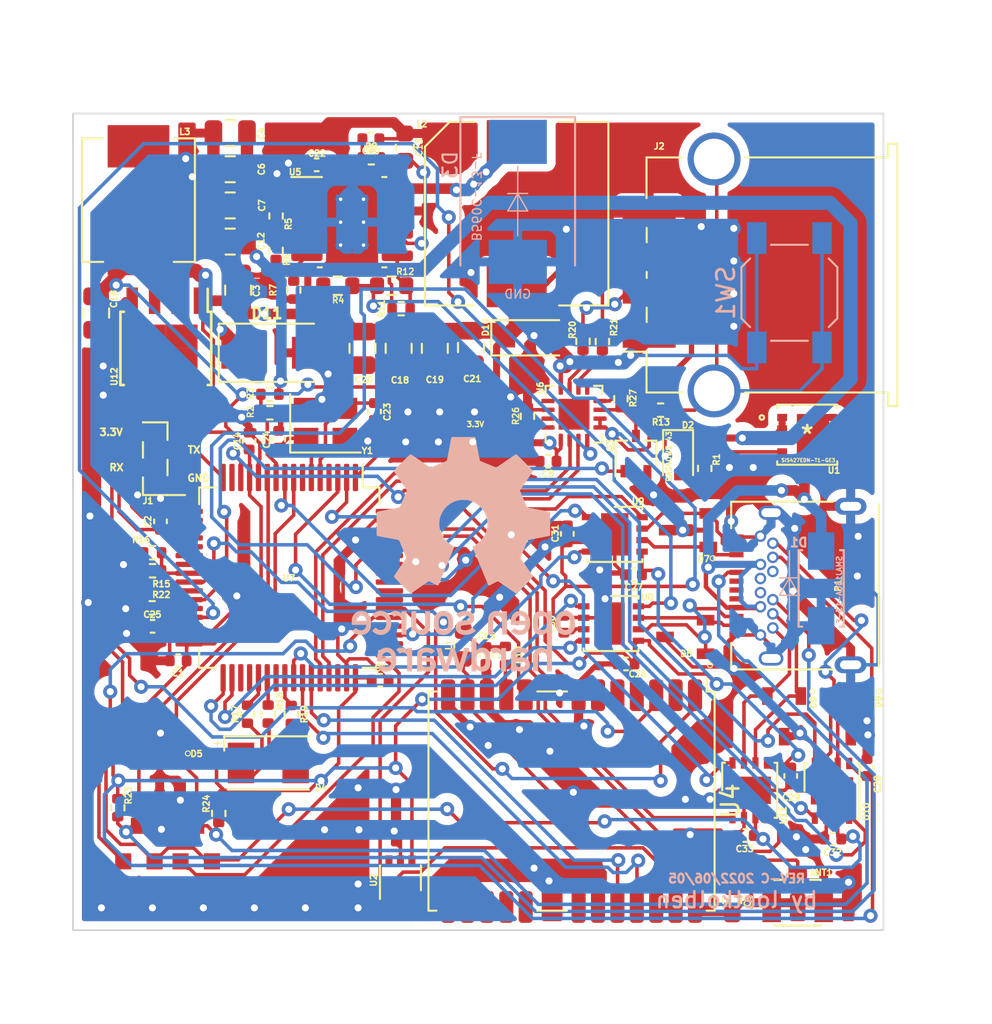
<source format=kicad_pcb>
(kicad_pcb (version 20211014) (generator pcbnew)
  (layers (0 "F.Cu" signal) (31 "B.Cu" signal) (34 "B.Paste" user) (35 "F.Paste" user) (36 "B.SilkS" user "B.Silkscreen") (37 "F.SilkS" user "F.Silkscreen") (38 "B.Mask" user) (39 "F.Mask" user) (44 "Edge.Cuts" user))
  (net 0 "")
  (net 1 "GND")
  (net 2 "Net-(ANT1-PadSIG)")
  (net 3 "+5V")
  (net 4 "12V_Protected")
  (net 5 "Net-(C10-Pad2)")
  (net 6 "COMP")
  (net 7 "Net-(C15-Pad1)")
  (net 8 "Net-(C22-Pad1)")
  (net 9 "Net-(C22-Pad2)")
  (net 10 "Net-(C23-Pad1)")
  (net 11 "Net-(C24-Pad1)")
  (net 12 "Net-(C25-Pad1)")
  (net 13 "Net-(D2-Pad2)")
  (net 14 "SBU1")
  (net 15 "SBU2")
  (net 16 "CAN0_L")
  (net 17 "CAN0_H")
  (net 18 "CAN1_L")
  (net 19 "CAN1_H")
  (net 20 "CAN2_L")
  (net 21 "CAN2_H")
  (net 22 "CAN3_L")
  (net 23 "CAN3_H")
  (net 24 "Net-(J2-Pad2)")
  (net 25 "Net-(J2-Pad3)")
  (net 30 "+12V")
  (net 31 "SPI_MOSI")
  (net 32 "SPI_MISO")
  (net 33 "SPI_SCK")
  (net 34 "SPI_NSS")
  (net 35 "UART_RX")
  (net 36 "UART_TX")
  (net 37 "relay_SBU2")
  (net 38 "relay_SBU1")
  (net 39 "USB_LOAD")
  (net 40 "VoltageSens")
  (net 41 "Net-(R5-Pad1)")
  (net 42 "Net-(R7-Pad2)")
  (net 43 "Net-(R10-Pad1)")
  (net 44 "FB")
  (net 45 "BOOT0")
  (net 46 "Net-(R15-Pad1)")
  (net 47 "Net-(R20-Pad1)")
  (net 48 "Net-(R21-Pad2)")
  (net 49 "Net-(R22-Pad1)")
  (net 50 "Net-(R26-Pad1)")
  (net 51 "GPS_LOAD")
  (net 53 "GPS_BOOT")
  (net 55 "GPS_TIMEPULSE")
  (net 59 "GPS_RESET")
  (net 66 "GPS_TX")
  (net 67 "GPS_RX")
  (net 68 "USB_D-")
  (net 69 "USB_D+")
  (net 73 "CAN2_EN")
  (net 76 "CAN3_EN")
  (net 77 "CAN1_EN")
  (net 79 "CAN0_EN")
  (net 80 "CAN0_RX")
  (net 81 "CAN0_TX")
  (net 85 "CAN1_RX")
  (net 88 "CAN1_TX")
  (net 92 "CAN2_RX")
  (net 93 "CAN2_TX")
  (net 95 "CAN3_RX")
  (net 96 "CAN3_TX")
  (net 97 "Net-(C9-Pad1)")
  (net 98 "USB_PWR")
  (net 99 "Net-(Q3-Pad3)")
  (net 100 "Net-(D4-Pad1)")
  (net 101 "Net-(D4-Pad2)")
  (net 102 "Net-(D4-Pad3)")
  (net 103 "Net-(R17-Pad2)")
  (net 104 "Net-(R18-Pad2)")
  (net 105 "Net-(R19-Pad2)")
  (net 106 "CS")
  (net 107 "+3V3")
  (net 108 "Net-(D11-Pad1)")
  (net 109 "Net-(J2-Pad5)")
  (footprint "Capacitor_SMD:C_0402_1005Metric" (layer "F.Cu") (at 197.62 80.9 180)
    (fp_text reference "C8")
    (fp_text value "100NF")
  )
  (footprint "Capacitor_SMD:C_0402_1005Metric" (layer "F.Cu") (at 180.67 79.75 90)
    (fp_text reference "C14")
    (fp_text value "100NF")
  )
  (footprint "Package_SO:Diodes_PSOP-8" (layer "F.Cu") (at 175.95 74.5 -90)
    (fp_text reference "U12")
    (fp_text value "XL1509-3.3")
  )
  (footprint "BlackPanda:SOT95P230X110-3N" (layer "F.Cu") (at 205.55 84.8 180)
    (fp_text reference "D7")
    (fp_text value "PESD2CAN,215")
  )
  (footprint "Resistor_SMD:R_0402_1005Metric" (layer "F.Cu") (at 173.225 100.525 -90)
    (fp_text reference "R23")
    (fp_text value "10K")
  )
  (footprint "Resistor_SMD:R_0402_1005Metric" (layer "F.Cu") (at 178.95 100.85 -90)
    (fp_text reference "R24")
    (fp_text value "10K")
  )
  (footprint "Resistor_SMD:R_0402_1005Metric" (layer "F.Cu") (at 182.2 67 90)
    (fp_text reference "R5")
    (fp_text value "442K")
  )
  (footprint "Resistor_SMD:R_0402_1005Metric" (layer "F.Cu") (at 196.45 78.35 90)
    (fp_text reference "R26")
    (fp_text value "19.1K")
  )
  (footprint "Resistor_SMD:R_0603_1608Metric" (layer "F.Cu") (at 185.7 70.95 180)
    (fp_text reference "R4")
    (fp_text value "4.64K")
  )
  (footprint "Resistor_SMD:R_0402_1005Metric" (layer "F.Cu") (at 189.29 72.25)
    (fp_text reference "R11")
    (fp_text value "10.2K")
  )
  (footprint "Capacitor_SMD:C_0805_2012Metric" (layer "F.Cu") (at 179.6 66.4 180)
    (fp_text reference "C7")
    (fp_text value "2.2uF")
  )
  (footprint "Resistor_SMD:R_0402_1005Metric" (layer "F.Cu") (at 181.85 78.15 180)
    (fp_text reference "R2")
    (fp_text value "1K")
  )
  (footprint "Package_SO:Texas_R-PDSO-G8_EP2.95x4.9mm_Mask2.4x3.1mm_ThermalVias" (layer "F.Cu") (at 186.51 67.35)
    (fp_text reference "U5")
    (fp_text value "TPS54560BDDA")
  )
  (footprint "Capacitor_SMD:C_0402_1005Metric" (layer "F.Cu") (at 175.2 90.25 180)
    (fp_text reference "C25")
    (fp_text value "100NF")
  )
  (footprint "Resistor_SMD:R_0402_1005Metric" (layer "F.Cu") (at 175.2 87.1)
    (fp_text reference "R16")
    (fp_text value "10K")
  )
  (footprint "Capacitor_SMD:C_0402_1005Metric" (layer "F.Cu") (at 215.7 98.25 90)
    (fp_text reference "C28")
    (fp_text value "100NF")
  )
  (footprint "Package_DFN_QFN:DFN-8-1EP_3x3mm_P0.65mm_EP1.55x2.4mm" (layer "F.Cu") (at 201.4 85.04)
    (fp_text reference "U9")
    (fp_text value "TJA1042TK-3")
  )
  (footprint "Package_TO_SOT_SMD:SOT-323_SC-70" (layer "F.Cu") (at 202.6 80.46 90)
    (fp_text reference "Q3")
    (fp_text value "PDTC114EU")
  )
  (footprint "BlackPanda:U.FL-R-SMT-1" (layer "F.Cu") (at 211.77 105.91 180)
    (fp_text reference "ANT1")
    (fp_text value "U.FL-R-SMT-1")
  )
  (footprint "Resistor_SMD:R_0402_1005Metric" (layer "F.Cu") (at 183.06 95.24 90)
    (fp_text reference "R19")
    (fp_text value "75R")
  )
  (footprint "Capacitor_SMD:C_0402_1005Metric" (layer "F.Cu") (at 187.78 78.08 -90)
    (fp_text reference "C23")
    (fp_text value "10pF")
  )
  (footprint "Resistor_SMD:R_0402_1005Metric" (layer "F.Cu") (at 183.2 71.2 90)
    (fp_text reference "R7")
    (fp_text value "243k")
  )
  (footprint "Capacitor_SMD:C_0805_2012Metric" (layer "F.Cu") (at 179.6 68.45 180)
    (fp_text reference "C12")
    (fp_text value "2.2uF")
  )
  (footprint "Capacitor_SMD:C_0402_1005Metric" (layer "F.Cu") (at 202.46 87.33 180)
    (fp_text reference "C27")
    (fp_text value "100NF")
  )
  (footprint "Capacitor_SMD:C_0402_1005Metric" (layer "F.Cu") (at 190.25 83.65 -90)
    (fp_text reference "C11")
    (fp_text value "100NF")
  )
  (footprint "Package_DFN_QFN:DFN-8-1EP_3x3mm_P0.65mm_EP1.55x2.4mm" (layer "F.Cu") (at 201.19 90.09)
    (fp_text reference "U8")
    (fp_text value "TJA1042TK-3")
  )
  (footprint "Capacitor_SMD:C_0805_2012Metric" (layer "F.Cu") (at 187.1 74.5 90)
    (fp_text reference "C20")
    (fp_text value "47uF")
  )
  (footprint "Capacitor_SMD:C_0402_1005Metric" (layer "F.Cu") (at 211.375 98.725 -90)
    (fp_text reference "C29")
    (fp_text value "100NF")
  )
  (footprint "BlackPanda:TYPE-C-31-M-04" (layer "F.Cu") (at 213.37 87.94 90)
    (fp_text reference "P1")
    (fp_text value "USB-C-USB-3.2-rescue_USB_C_Plug-Connector")
  )
  (footprint "Capacitor_SMD:C_0805_2012Metric" (layer "F.Cu") (at 180.05 71.2 90)
    (fp_text reference "C3")
    (fp_text value "47uF")
  )
  (footprint "Capacitor_SMD:C_0402_1005Metric" (layer "F.Cu") (at 182.35 79.65 90)
    (fp_text reference "C24")
    (fp_text value "10pF")
  )
  (footprint "Resistor_SMD:R_0402_1005Metric" (layer "F.Cu") (at 181.75 95.22 90)
    (fp_text reference "R18")
    (fp_text value "15R")
  )
  (footprint "Inductor_SMD:L_Wuerth_WE-PDF" (layer "F.Cu") (at 195.84 66.87 -90)
    (fp_text reference "L2")
    (fp_text value "7.2uH")
  )
  (footprint "Capacitor_SMD:C_0805_2012Metric" (layer "F.Cu") (at 193.25 74.45 90)
    (fp_text reference "C21")
    (fp_text value "47uF")
  )
  (footprint "Capacitor_SMD:C_0402_1005Metric" (layer "F.Cu") (at 198.52 90.13 -90)
    (fp_text reference "C30")
    (fp_text value "100NF")
  )
  (footprint "BlackPanda:SOT95P230X110-3N" (layer "F.Cu") (at 211 95.35 -90)
    (fp_text reference "D9")
    (fp_text value "PESD2CAN,215")
  )
  (footprint "Connector_PinHeader_1.00mm:PinHeader_1x04_P1.00mm_Vertical_SMD_Pin1Left" (layer "F.Cu") (at 175.35 80.75 180)
    (fp_text reference "J1")
    (fp_text value "Conn_01x04_Female")
  )
  (footprint "BlackPanda:SOT23-3" (layer "F.Cu") (at 174.425 102.55 180)
    (fp_text reference "Q1")
    (fp_text value "DDTA143ECA-7-F P08")
  )
  (footprint "Package_TO_SOT_SMD:SOT-363_SC-70-6" (layer "F.Cu") (at 189.25 104.5 90)
    (fp_text reference "U2")
    (fp_text value "SiP32431DR3")
  )
  (footprint "Capacitor_SMD:C_0402_1005Metric" (layer "F.Cu") (at 213.76 102.3)
    (fp_text reference "C32")
    (fp_text value "100NF")
  )
  (footprint "Capacitor_SMD:C_0805_2012Metric" (layer "F.Cu") (at 191.2 74.5 90)
    (fp_text reference "C19")
    (fp_text value "47uF")
  )
  (footprint "BlackPanda:SOT95P230X110-3N" (layer "F.Cu") (at 175.6 98.85 -90)
    (fp_text reference "D5")
    (fp_text value "PESD2CAN,215")
  )
  (footprint "Inductor_SMD:L_0603_1608Metric" (layer "F.Cu") (at 192.81 91.31 -90)
    (fp_text reference "L1")
    (fp_text value "470NH")
  )
  (footprint "Resistor_SMD:R_0402_1005Metric" (layer "F.Cu") (at 180.58 95.23 90)
    (fp_text reference "R17")
    (fp_text value "15R")
  )
  (footprint "Capacitor_SMD:C_0805_2012Metric" (layer "F.Cu") (at 179.6 64.35 180)
    (fp_text reference "C6")
    (fp_text value "2.2uF")
  )
  (footprint "BlackPanda:SOT95P230X110-3N" (layer "F.Cu") (at 205.4 90.85 180)
    (fp_text reference "D6")
    (fp_text value "PESD2CAN,215")
  )
  (footprint "Package_DFN_QFN:WQFN-16-1EP_3x3mm_P0.5mm_EP1.75x1.75mm" (layer "F.Cu") (at 199.09 78.23 90)
    (fp_text reference "U6")
    (fp_text value "TPS2549IRTETQ1")
  )
  (footprint "BlackPanda:SOT23-3" (layer "F.Cu") (at 177.675 102.55 180)
    (fp_text reference "Q2")
    (fp_text value "DDTA143ECA-7-F P08")
  )
  (footprint "LED_SMD:TOGIALED-TJ-S3528UG2W9TLCCYRGB" (layer "F.Cu") (at 181.76 97.99)
    (fp_text reference "D4")
    (fp_text value "TJ-S3528UG2W9TLCCYRGB-A5")
  )
  (footprint "Capacitor_SMD:C_0603_1608Metric" (layer "F.Cu") (at 189.5 63.1 -90)
    (fp_text reference "C13")
    (fp_text value "47pF")
  )
  (footprint "Resistor_SMD:R_0402_1005Metric" (layer "F.Cu") (at 200.7 74.11 -90)
    (fp_text reference "R21")
    (fp_text value "22R")
  )
  (footprint "Resistor_SMD:R_0402_1005Metric" (layer "F.Cu") (at 201.75 77.35 -90)
    (fp_text reference "R27")
    (fp_text value "10K")
  )
  (footprint "Capacitor_SMD:C_0402_1005Metric" (layer "F.Cu") (at 194.1 91.9 -90)
    (fp_text reference "C15")
    (fp_text value "100NF")
  )
  (footprint "Connector_USB:USB_A_TE_292303-7_Horizontal" (layer "F.Cu") (at 209.73 70.34 90)
    (fp_text reference "J2")
    (fp_text value "USB_A TE Connectivity 292303-7 ")
  )
  (footprint "Capacitor_SMD:C_0603_1608Metric" (layer "F.Cu") (at 208.06 105.795 -90)
    (fp_text reference "C9")
    (fp_text value "100nF")
  )
  (footprint "BlackPanda:SOT95P230X110-3N" (layer "F.Cu") (at 214.78 95.35 -90)
    (fp_text reference "D8")
    (fp_text value "PESD2CAN,215")
  )
  (footprint "Capacitor_SMD:C_0402_1005Metric" (layer "F.Cu") (at 187.575 62.625 180)
    (fp_text reference "C10")
    (fp_text value "4.7nF")
  )
  (footprint "Package_QFP:LQFP-64_10x10mm_P0.5mm" (layer "F.Cu") (at 182.95 87.49 -90)
    (fp_text reference "U7")
    (fp_text value "STM32F413RGTx")
  )
  (footprint "Capacitor_SMD:C_0402_1005Metric" (layer "F.Cu") (at 176.65 92.2 180)
    (fp_text reference "C1")
    (fp_text value "100NF")
  )
  (footprint "RF_GPS:ublox_NEO" (layer "F.Cu") (at 198.95 100.15 -90)
    (fp_text reference "U4")
    (fp_text value "NEO-M8M")
  )
  (footprint "Capacitor_SMD:C_0402_1005Metric" (layer "F.Cu") (at 198.71 85.01 -90)
    (fp_text reference "C31")
    (fp_text value "100NF")
  )
  (footprint "Resistor_SMD:R_0402_1005Metric" (layer "F.Cu") (at 187.6 63.7)
    (fp_text reference "R8")
    (fp_text value "16.9K")
  )
  (footprint "Diode_SMD:D_SOD-323" (layer "F.Cu") (at 204.99 80.63 -90)
    (fp_text reference "D2")
    (fp_text value "BAS40WS 43 ")
  )
  (footprint "Package_DFN_QFN:DFN-8-1EP_3x3mm_P0.65mm_EP1.55x2.4mm" (layer "F.Cu") (at 213.715 99.568 90)
    (fp_text reference "U10")
    (fp_text value "TJA1042TK-3")
  )
  (footprint "Capacitor_SMD:C_0805_2012Metric" (layer "F.Cu") (at 189.15 74.5 90)
    (fp_text reference "C18")
    (fp_text value "47uF")
  )
  (footprint "Capacitor_SMD:C_0805_2012Metric" (layer "F.Cu") (at 172 72.5 -90)
    (fp_text reference "C16")
    (fp_text value "47uF")
  )
  (footprint "Resistor_SMD:R_0402_1005Metric" (layer "F.Cu") (at 204 78 180)
    (fp_text reference "R13")
    (fp_text value "10K")
  )
  (footprint "Package_DFN_QFN:DFN-8-1EP_3x3mm_P0.65mm_EP1.55x2.4mm" (layer "F.Cu") (at 209.05 99.54 90)
    (fp_text reference "U11")
    (fp_text value "TJA1042TK-3")
  )
  (footprint "Resistor_SMD:R_0402_1005Metric" (layer "F.Cu") (at 175.2 86.08 180)
    (fp_text reference "R15")
    (fp_text value "10K")
  )
  (footprint "Resistor_SMD:R_0402_1005Metric" (layer "F.Cu") (at 206.5 81.3 -90)
    (fp_text reference "R1")
    (fp_text value "1K")
  )
  (footprint "Resistor_SMD:R_0402_1005Metric" (layer "F.Cu") (at 175.175 89.2 180)
    (fp_text reference "R22")
    (fp_text value "10K")
  )
  (footprint "Resistor_SMD:R_0402_1005Metric" (layer "F.Cu") (at 199.6 74.1 90)
    (fp_text reference "R20")
    (fp_text value "22R")
  )
  (footprint "Capacitor_SMD:C_0402_1005Metric" (layer "F.Cu") (at 175.65 84.3 90)
    (fp_text reference "C2")
    (fp_text value "100NF")
  )
  (footprint "Resistor_SMD:R_0603_1608Metric" (layer "F.Cu") (at 188.75 70.95 180)
    (fp_text reference "R12")
    (fp_text value "48.7K")
  )
  (footprint "Capacitor_SMD:C_0402_1005Metric" (layer "F.Cu") (at 188.1 93.3)
    (fp_text reference "C5")
    (fp_text value "100NF")
  )
  (footprint "Capacitor_SMD:C_0402_1005Metric" (layer "F.Cu") (at 202.04 92.38 180)
    (fp_text reference "C26")
    (fp_text value "100NF")
  )
  (footprint "Capacitor_SMD:C_0805_2012Metric" (layer "F.Cu") (at 179.6 62.3 180)
    (fp_text reference "C4")
    (fp_text value "2.2uF")
  )
  (footprint "Capacitor_SMD:C_0402_1005Metric" (layer "F.Cu") (at 208.8 102.1)
    (fp_text reference "C33")
    (fp_text value "100NF")
  )
  (footprint "Resistor_SMD:R_0402_1005Metric" (layer "F.Cu") (at 195.2 91.9 90)
    (fp_text reference "R10")
    (fp_text value "10R")
  )
  (footprint "Resistor_SMD:R_0402_1005Metric" (layer "F.Cu") (at 191.25 85.85)
    (fp_text reference "R14")
    (fp_text value "10K")
  )
  (footprint "Resistor_SMD:R_0402_1005Metric" (layer "F.Cu") (at 181.85 77.1)
    (fp_text reference "R3")
    (fp_text value "10K")
  )
  (footprint "Resistor_SMD:R_0402_1005Metric" (layer "F.Cu") (at 182.2 68.95 90)
    (fp_text reference "R6")
    (fp_text value "90.9R")
  )
  (footprint "BlackPanda:SIS427EDN-T1-GE3" (layer "F.Cu") (at 212.31 79.39)
    (fp_text reference "U1")
    (fp_text value "SIS427EDN-T1-GE3")
  )
  (footprint "Crystal:Crystal_SMD_3225-4Pin_3.2x2.5mm" (layer "F.Cu") (at 185 78.75)
    (fp_text reference "Y1")
    (fp_text value "X322516MLB4SI")
  )
  (footprint "Diode_SMD:D_SMA" (layer "F.Cu") (at 182.35 74.75)
    (fp_text reference "D11")
    (fp_text value "B320AE-13")
  )
  (footprint "Diode_SMD:D_SOD-123F" (layer "F.Cu") (at 196.6 73.9)
    (fp_text reference "D10")
    (fp_text value "BAS70H 115")
  )
  (footprint "Capacitor_SMD:C_0402_1005Metric" (layer "F.Cu") (at 184.5 64.1 180)
    (fp_text reference "C22")
    (fp_text value "100NF")
  )
  (footprint "Inductor_SMD:L_6.6x7.0_H4.8" (layer "F.Cu") (at 174.4 66.1 -90)
    (fp_text reference "L3")
    (fp_text value "47uH 2A - SMMS0650-470M")
  )
  (footprint "Button_Switch_SMD:SW_SPST_SKQG_WithStem" (layer "B.Cu") (at 211.3 71.35 -90)
    (fp_text reference "SW1")
    (fp_text value "SW_Push")
  )
  (footprint "Diode_SMD:D_SMC" (layer "B.Cu") (at 195.9 66.2 -90)
    (fp_text reference "D3")
    (fp_text value "B560C-13-F")
  )
  (footprint "BlackPanda:DIOM4325X250N" (layer "B.Cu") (at 213.1 88.1 90)
    (fp_text reference "D1")
    (fp_text value "SMAJ16CA-13-F")
  )
  (gr_poly (pts (xy 188.486227 91.460882) (xy 188.51744 91.462541) (xy 188.547484 91.465265) (xy 188.561688 91.467012) (xy 188.575144 91.469008) (xy 188.5877 91.471247) (xy 188.599204 91.473723) (xy 188.640139 91.485001) (xy 188.679204 91.499166) (xy 188.716356 91.516168) (xy 188.751553 91.535953) (xy 188.784753 91.558471) (xy 188.815915 91.583668) (xy 188.844996 91.611492) (xy 188.871954 91.641893) (xy 188.896748 91.674816) (xy 188.919335 91.710211) (xy 188.939673 91.748026) (xy 188.957721 91.788207) (xy 188.973436 91.830704) (xy 188.986777 91.875463) (xy 188.997702 91.922434) (xy 189.006168 91.971563) (xy 189.008856 91.993154) (xy 189.011001 92.017285) (xy 189.013716 92.07156) (xy 189.014416 92.131184) (xy 189.013206 92.192949) (xy 189.010191 92.253649) (xy 189.005474 92.310078) (xy 189.00251 92.335688) (xy 188.999159 92.359029) (xy 188.995436 92.379698) (xy 188.991352 92.397295) (xy 188.982681 92.426672) (xy 188.97264 92.455478) (xy 188.961294 92.48363) (xy 188.948707 92.511044) (xy 188.934946 92.537636) (xy 188.920075 92.563323) (xy 188.90416 92.58802) (xy 188.887265 92.611643) (xy 188.869455 92.634109) (xy 188.850796 92.655333) (xy 188.831353 92.675232) (xy 188.81119 92.693721) (xy 188.790374 92.710718) (xy 188.768968 92.726137) (xy 188.747039 92.739895) (xy 188.724652 92.751908) (xy 188.708064 92.759584) (xy 188.691594 92.766691) (xy 188.675173 92.77324) (xy 188.658733 92.779241) (xy 188.642206 92.784703) (xy 188.625525 92.789638) (xy 188.60862 92.794054) (xy 188.591425 92.797963) (xy 188.573871 92.801373) (xy 188.55589 92.804296) (xy 188.537414 92.806742) (xy 188.518376 92.80872) (xy 188.498706 92.810241) (xy 188.478338 92.811315) (xy 188.457203 92.811952) (xy 188.435233 92.812162) (xy 188.403737 92.811673) (xy 188.373294 92.810191) (xy 188.343843 92.807696) (xy 188.315326 92.804168) (xy 188.287682 92.799586) (xy 188.260853 92.793931) (xy 188.23478 92.787182) (xy 188.209402 92.779319) (xy 188.184661 92.770321) (xy 188.160498 92.760169) (xy 188.136852 92.748842) (xy 188.113665 92.736319) (xy 188.090877 92.722582) (xy 188.06843 92.707608) (xy 188.046263 92.691379) (xy 188.024317 92.673873) (xy 187.995803 92.649852) (xy 187.984668 92.639978) (xy 187.975669 92.631167) (xy 187.971983 92.627076) (xy 187.968846 92.623149) (xy 187.966264 92.619353) (xy 187.96424 92.615654) (xy 187.962781 92.612018) (xy 187.961891 92.60841) (xy 187.961576 92.604799) (xy 187.96184 92.601148) (xy 187.962689 92.597425) (xy 187.964127 92.593596) (xy 187.96616 92.589627) (xy 187.968793 92.585485) (xy 187.972031 92.581134) (xy 187.975878 92.576542) (xy 187.980341 92.571675) (xy 187.985423 92.566499) (xy 187.997469 92.555084) (xy 188.012055 92.542026) (xy 188.049012 92.509902) (xy 188.147789 92.423965) (xy 188.179398 92.453599) (xy 188.195349 92.467606) (xy 188.211867 92.480554) (xy 188.228898 92.492447) (xy 188.24639 92.503291) (xy 188.26429 92.513091) (xy 188.282545 92.521852) (xy 188.301102 92.529579) (xy 188.31991 92.536279) (xy 188.338914 92.541955) (xy 188.358062 92.546614) (xy 188.377301 92.55026) (xy 188.396578 92.552899) (xy 188.415841 92.554536) (xy 188.435037 92.555177) (xy 188.454113 92.554825) (xy 188.473015 92.553488) (xy 188.491692 92.551169) (xy 188.510091 92.547875) (xy 188.528158 92.54361) (xy 188.545841 92.53838) (xy 188.563087 92.532189) (xy 188.579843 92.525044) (xy 188.596056 92.51695) (xy 188.611675 92.507911) (xy 188.626645 92.497933) (xy 188.640913 92.487021) (xy 188.654428 92.475181) (xy 188.667137 92.462417) (xy 188.678986 92.448735) (xy 188.689922 92.434141) (xy 188.699894 92.418639) (xy 188.708847 92.402234) (xy 188.711242 92.397347) (xy 188.713601 92.391982) (xy 188.715914 92.386195) (xy 188.718169 92.38004) (xy 188.72246 92.366848) (xy 188.72638 92.352845) (xy 188.729837 92.338472) (xy 188.732739 92.324169) (xy 188.734992 92.310375) (xy 188.735847 92.303806) (xy 188.736505 92.29753) (xy 188.742432 92.239251) (xy 187.916649 92.239251) (xy 187.921588 92.073303) (xy 187.923433 92.024254) (xy 187.924035 92.012062) (xy 188.194215 92.012062) (xy 188.742432 92.012062) (xy 188.737493 91.963661) (xy 188.736267 91.953317) (xy 188.734635 91.943039) (xy 188.732605 91.932837) (xy 188.730189 91.922724) (xy 188.727394 91.912714) (xy 188.724232 91.902818) (xy 188.720711 91.893049) (xy 188.716842 91.88342) (xy 188.712634 91.873942) (xy 188.708098 91.864629) (xy 188.698078 91.846546) (xy 188.68686 91.82927) (xy 188.674522 91.812901) (xy 188.661142 91.79754) (xy 188.654086 91.790268) (xy 188.646799 91.783285) (xy 188.63929 91.776604) (xy 188.631569 91.770238) (xy 188.623647 91.764197) (xy 188.615533 91.758496) (xy 188.607236 91.753147) (xy 188.598767 91.748162) (xy 188.590135 91.743553) (xy 188.581351 91.739333) (xy 188.572422 91.735515) (xy 188.563361 91.732111) (xy 188.554175 91.729133) (xy 188.544876 91.726594) (xy 188.52644 91.722356) (xy 188.508191 91.719269) (xy 188.490154 91.717325) (xy 188.472352 91.716516) (xy 188.45481 91.716836) (xy 188.437554 91.718278) (xy 188.420607 91.720833) (xy 188.403994 91.724496) (xy 188.387741 91.729258) (xy 188.37187 91.735112) (xy 188.356408 91.742052) (xy 188.341378 91.75007) (xy 188.326806 91.759159) (xy 188.312716 91.769311) (xy 188.299131 91.780519) (xy 188.286078 91.792776) (xy 188.277843 91.801319) (xy 188.270152 91.809954) (xy 188.262974 91.818752) (xy 188.256275 91.82778) (xy 188.250022 91.83711) (xy 188.244181 91.84681) (xy 188.238719 91.85695) (xy 188.233603 91.8676) (xy 188.228799 91.878828) (xy 188.224275 91.890704) (xy 188.219996 91.903298) (xy 188.215931 91.91668) (xy 188.212044 91.930917) (xy 188.208304 91.946081) (xy 188.204677 91.962241) (xy 188.201129 91.979465) (xy 188.194215 92.012062) (xy 187.924035 92.012062) (xy 187.925416 91.984095) (xy 187.926532 91.966799) (xy 187.92777 91.951066) (xy 187.929158 91.936676) (xy 187.930725 91.923409) (xy 187.932501 91.911044) (xy 187.934514 91.899363) (xy 187.936794 91.888144) (xy 187.939368 91.877168) (xy 187.942267 91.866216) (xy 187.945519 91.855067) (xy 187.953197 91.831298) (xy 187.95944 91.81364) (xy 187.965961 91.796574) (xy 187.972783 91.780066) (xy 187.979929 91.764083) (xy 187.987422 91.748593) (xy 187.995286 91.733561) (xy 188.003543 91.718954) (xy 188.012217 91.70474) (xy 188.021331 91.690884) (xy 188.030908 91.677354) (xy 188.040971 91.664116) (xy 188.051543 91.651137) (xy 188.062648 91.638384) (xy 188.074308 91.625824) (xy 188.086547 91.613422) (xy 188.099388 91.601147) (xy 188.112955 91.588732) (xy 188.127312 91.576695) (xy 188.142393 91.56507) (xy 188.15813 91.553888) (xy 188.174458 91.54318) (xy 188.19131 91.532978) (xy 188.208618 91.523315) (xy 188.226318 91.514222) (xy 188.244341 91.505731) (xy 188.262622 91.497873) (xy 188.281095 91.490682) (xy 188.299691 91.484187) (xy 188.318346 91.478422) (xy 188.336991 91.473418) (xy 188.355562 91.469207) (xy 188.37399 91.46582) (xy 188.385321 91.464129) (xy 188.397726 91.462757) (xy 188.411055 91.461697) (xy 188.425154 91.460943) (xy 188.45506 91.460334)) (layer "B.SilkS") (width 0.0056) (fill solid))
  (gr_poly (pts (xy 196.078172 89.377505) (xy 196.102108 89.379068) (xy 196.125777 89.381656) (xy 196.149153 89.385256) (xy 196.172208 89.389852) (xy 196.194914 89.395431) (xy 196.217245 89.401977) (xy 196.239173 89.409476) (xy 196.26067 89.417913) (xy 196.28171 89.427273) (xy 196.302265 89.437543) (xy 196.322308 89.448706) (xy 196.341811 89.46075) (xy 196.360748 89.473658) (xy 196.37909 89.487416) (xy 196.396811 89.50201) (xy 196.413883 89.517425) (xy 196.430279 89.533646) (xy 196.445971 89.550659) (xy 196.460933 89.568449) (xy 196.475137 89.587001) (xy 196.488556 89.606301) (xy 196.501162 89.626334) (xy 196.512928 89.647085) (xy 196.523826 89.668541) (xy 196.53383 89.690685) (xy 196.542913 89.713504) (xy 196.557681 89.754909) (xy 196.563968 89.774488) (xy 196.569567 89.793606) (xy 196.574513 89.812482) (xy 196.578837 89.831331) (xy 196.582574 89.850371) (xy 196.585757 89.86982) (xy 196.58842 89.889893) (xy 196.590594 89.910808) (xy 196.592314 89.932783) (xy 196.593613 89.956034) (xy 196.595082 90.007232) (xy 196.595265 90.06614) (xy 196.59506 90.112434) (xy 196.59437 90.151459) (xy 196.593806 90.168665) (xy 196.593077 90.184558) (xy 196.592169 90.199304) (xy 196.591067 90.213072) (xy 196.589756 90.22603) (xy 196.588223 90.238345) (xy 196.586453 90.250186) (xy 196.58443 90.26172) (xy 196.582142 90.273115) (xy 196.579573 90.284539) (xy 196.573534 90.308146) (xy 196.567312 90.330416) (xy 196.560847 90.351704) (xy 196.554105 90.372073) (xy 196.547049 90.391582) (xy 196.539647 90.410292) (xy 196.531862 90.428265) (xy 196.523661 90.44556) (xy 196.515008 90.462239) (xy 196.505869 90.478362) (xy 196.496209 90.49399) (xy 196.485994 90.509185) (xy 196.475188 90.524006) (xy 196.463757 90.538514) (xy 196.451667 90.552771) (xy 196.438881 90.566837) (xy 196.425367 90.580772) (xy 196.40519 90.60005) (xy 196.384617 90.617895) (xy 196.363575 90.634334) (xy 196.341992 90.649392) (xy 196.319796 90.663096) (xy 196.296913 90.675472) (xy 196.273273 90.686545) (xy 196.248802 90.696342) (xy 196.223428 90.70489) (xy 196.197078 90.712213) (xy 196.169681 90.718338) (xy 196.141165 90.723291) (xy 196.111456 90.727097) (xy 196.080482 90.729784) (xy 196.048171 90.731378) (xy 196.014451 90.731903) (xy 195.991817 90.731692) (xy 195.970155 90.731048) (xy 195.949374 90.729956) (xy 195.929379 90.728399) (xy 195.910079 90.726362) (xy 195.89138 90.723829) (xy 195.873191 90.720783) (xy 195.855419 90.717209) (xy 195.837971 90.713091) (xy 195.820754 90.708414) (xy 195.803677 90.70316) (xy 195.786645 90.697315) (xy 195.769568 90.690862) (xy 195.752351 90.683785) (xy 195.734903 90.676069) (xy 195.717131 90.667697) (xy 195.705485 90.66153) (xy 195.692589 90.653918) (xy 195.678716 90.645086) (xy 195.664146 90.635255) (xy 195.649152 90.624648) (xy 195.634012 90.613489) (xy 195.619003 90.601999) (xy 195.6044 90.590403) (xy 195.59048 90.578923) (xy 195.57752 90.567781) (xy 195.565795 90.5572) (xy 195.555582 90.547404) (xy 195.547158 90.538615) (xy 195.540799 90.531055) (xy 195.538479 90.527807) (xy 195.53678 90.524949) (xy 195.535735 90.52251) (xy 195.535379 90.520518) (xy 195.535856 90.519195) (xy 195.537247 90.517113) (xy 195.542546 90.510877) (xy 195.550817 90.502219) (xy 195.561602 90.491548) (xy 195.588876 90.465806) (xy 195.620699 90.436927) (xy 195.653401 90.408187) (xy 195.683315 90.382862) (xy 195.706769 90.364228) (xy 195.714927 90.358443) (xy 195.720094 90.35556) (xy 195.720794 90.355331) (xy 195.721594 90.355198) (xy 195.723484 90.355214) (xy 195.725735 90.355592) (xy 195.72832 90.356315) (xy 195.731212 90.357369) (xy 195.734384 90.358737) (xy 195.737807 90.360402) (xy 195.741454 90.36235) (xy 195.745299 90.364564) (xy 195.749312 90.367028) (xy 195.753467 90.369727) (xy 195.757737 90.372645) (xy 195.762093 90.375764) (xy 195.766509 90.379071) (xy 195.770957 90.382548) (xy 195.775409 90.38618) (xy 195.789808 90.397365) (xy 195.804644 90.40777) (xy 195.819878 90.417397) (xy 195.835472 90.426245) (xy 195.851388 90.434318) (xy 195.867588 90.441615) (xy 195.884034 90.448139) (xy 195.900687 90.45389) (xy 195.917509 90.458869) (xy 195.934463 90.463079) (xy 195.951509 90.466521) (xy 195.96861 90.469194) (xy 195.985728 90.471102) (xy 196.002825 90.472245) (xy 196.019861 90.472624) (xy 196.0368 90.472241) (xy 196.053603 90.471096) (xy 196.070231 90.469192) (xy 196.086648 90.466529) (xy 196.102813 90.463109) (xy 196.11869 90.458933) (xy 196.134241 90.454003) (xy 196.149426 90.448318) (xy 196.164208 90.441882) (xy 196.178549 90.434694) (xy 196.19241 90.426757) (xy 196.205754 90.418071) (xy 196.218542 90.408639) (xy 196.230735 90.39846) (xy 196.242297 90.387537) (xy 196.253189 90.37587) (xy 196.263372 90.363461) (xy 196.269289 90.355501) (xy 196.274831 90.347518) (xy 196.280014 90.339465) (xy 196.284856 90.331297) (xy 196.289373 90.322966) (xy 196.293583 90.314427) (xy 196.297505 90.305634) (xy 196.301154 90.296539) (xy 196.304548 90.287097) (xy 196.307706 90.277262) (xy 196.310643 90.266987) (xy 196.313378 90.256225) (xy 196.315927 90.244932) (xy 196.318309 90.233059) (xy 196.32054 90.220561) (xy 196.322638 90.207392) (xy 196.328564 90.164918) (xy 195.919625 90.162943) (xy 195.510684 90.159979) (xy 195.507722 90.016751) (xy 195.507379 89.985898) (xy 195.507483 89.956942) (xy 195.50789 89.937729) (xy 195.782323 89.937729) (xy 196.328564 89.937729) (xy 196.32165 89.885376) (xy 196.319996 89.874256) (xy 196.317999 89.86331) (xy 196.315665 89.852544) (xy 196.312998 89.841964) (xy 196.310003 89.831577) (xy 196.306685 89.821388) (xy 196.30305 89.811404) (xy 196.299101 89.801631) (xy 196.294844 89.792075) (xy 196.290284 89.782743) (xy 196.285426 89.773639) (xy 196.280274 89.764771) (xy 196.274833 89.756145) (xy 196.269108 89.747766) (xy 196.263105 89.739642) (xy 196.256828 89.731777) (xy 196.250281 89.724179) (xy 196.24347 89.716853) (xy 196.2364 89.709806) (xy 196.229075 89.703043) (xy 196.221501 89.696571) (xy 196.213682 89.690396) (xy 196.205623 89.684525) (xy 196.197329 89.678962) (xy 196.188805 89.673715) (xy 196.180056 89.66879) (xy 196.171087 89.664192) (xy 196.161902 89.659928) (xy 196.152507 89.656004) (xy 196.142906 89.652427) (xy 196.133104 89.649201) (xy 196.123107 89.646335) (xy 196.101578 89.640817) (xy 196.092467 89.638634) (xy 196.084228 89.636827) (xy 196.07669 89.635391) (xy 196.06968 89.634319) (xy 196.063026 89.633606) (xy 196.056555 89.633246) (xy 196.050097 89.633234) (xy 196.043477 89.633563) (xy 196.036525 89.634227) (xy 196.029068 89.635222) (xy 196.020933 89.636541) (xy 196.011949 89.638178) (xy 195.990745 89.642383) (xy 195.980413 89.644721) (xy 195.970173 89.647647) (xy 195.960039 89.651141) (xy 195.950026 89.655182) (xy 195.940151 89.659752) (xy 195.930429 89.66483) (xy 195.920876 89.670396) (xy 195.911507 89.676431) (xy 195.893383 89.689826) (xy 195.876182 89.704857) (xy 195.860029 89.721363) (xy 195.845047 89.739186) (xy 195.831363 89.758166) (xy 195.819099 89.778145) (xy 195.80838 89.798963) (xy 195.799332 89.820461) (xy 195.792077 89.84248) (xy 195.789162 89.853635) (xy 195.786741 89.864861) (xy 195.784832 89.876137) (xy 195.783448 89.887444) (xy 195.782607 89.898762) (xy 195.782323 89.910071) (xy 195.782323 89.937729) (xy 195.50789 89.937729) (xy 195.50806 89.92972) (xy 195.509142 89.904068) (xy 195.510755 89.879821) (xy 195.512931 89.856818) (xy 195.515696 89.834894) (xy 195.519081 89.813887) (xy 195.523114 89.793631) (xy 195.527824 89.773965) (xy 195.533241 89.754723) (xy 195.539392 89.735744) (xy 195.546307 89.716863) (xy 195.554016 89.697917) (xy 195.562546 89.678743) (xy 195.571927 89.659176) (xy 195.585156 89.634704) (xy 195.599974 89.610966) (xy 195.616303 89.588023) (xy 195.634064 89.565939) (xy 195.65318 89.544775) (xy 195.673571 89.524593) (xy 195.695161 89.505456) (xy 195.717871 89.487426) (xy 195.741622 89.470565) (xy 195.766338 89.454935) (xy 195.791938 89.440599) (xy 195.818346 89.427619) (xy 195.845484 89.416056) (xy 195.873272 89.405974) (xy 195.901634 89.397435) (xy 195.93049 89.3905) (xy 195.955451 89.385598) (xy 195.98031 89.38181) (xy 196.005038 89.379122) (xy 196.02961 89.377518) (xy 196.053996 89.376984)) (layer "B.SilkS") (width 0.0056) (fill solid))
  (gr_line (start 195.3375 65.728125) (end 196.4625 65.721109) (layer "B.SilkS") (width 0.079374))
  (gr_poly (pts (xy 193.494631 79.548283) (xy 193.499541 79.565627) (xy 193.508722 79.606284) (xy 193.537722 79.747073) (xy 193.57728 79.949722) (xy 193.623042 80.193302) (xy 193.668479 80.436635) (xy 193.707249 80.639777) (xy 193.735278 80.781431) (xy 193.743991 80.822543) (xy 193.74849 80.840296) (xy 193.750889 80.845566) (xy 193.753654 80.850643) (xy 193.756805 80.855544) (xy 193.760358 80.860284) (xy 193.764335 80.864879) (xy 193.768753 80.869345) (xy 193.77363 80.873699) (xy 193.778987 80.877956) (xy 193.784842 80.882131) (xy 193.791213 80.886242) (xy 193.798119 80.890303) (xy 193.80558 80.894331) (xy 193.813614 80.898341) (xy 193.822239 80.902351) (xy 193.831475 80.906374) (xy 193.841341 80.910428) (xy 193.90925 80.937963) (xy 193.961078 80.959185) (xy 194.017165 80.982537) (xy 194.283864 81.091192) (xy 194.537724 81.195896) (xy 194.554343 81.202624) (xy 194.569786 81.208745) (xy 194.584103 81.214275) (xy 194.597345 81.219232) (xy 194.609563 81.223634) (xy 194.620807 81.227497) (xy 194.631127 81.23084) (xy 194.640576 81.233679) (xy 194.649202 81.236031) (xy 194.657057 81.237915) (xy 194.664192 81.239348) (xy 194.670657 81.240346) (xy 194.676502 81.240928) (xy 194.681779 81.24111) (xy 194.686538 81.240911) (xy 194.690829 81.240346) (xy 194.694681 81.239268) (xy 194.699881 81.23718) (xy 194.71398 81.230206) (xy 194.732432 81.219875) (xy 194.754541 81.206638) (xy 194.779614 81.190947) (xy 194.806955 81.173254) (xy 194.835871 81.15401) (xy 194.865666 81.133666) (xy 195.156073 80.934135) (xy 195.290163 80.842519) (xy 195.407957 80.761274) (xy 195.647986 80.595327) (xy 195.680183 80.573556) (xy 195.694891 80.563833) (xy 195.708688 80.554875) (xy 195.721588 80.546675) (xy 195.733604 80.539227) (xy 195.744749 80.532522) (xy 195.755036 80.526553) (xy 195.764478 80.521314) (xy 195.773088 80.516797) (xy 195.780879 80.512995) (xy 195.787864 80.5099) (xy 195.794057 80.507506) (xy 195.799469 80.505804) (xy 195.804114 80.504789) (xy 195.806153 80.504536) (xy 195.808006 80.504452) (xy 195.813247 80.505302) (xy 195.819977 80.508102) (xy 195.828597 80.513229) (xy 195.839507 80.521059) (xy 195.869802 80.546332) (xy 195.914068 80.586931) (xy 195.975513 80.645866) (xy 196.057342 80.726146) (xy 196.29498 80.962781) (xy 196.428681 81.096702) (xy 196.534115 81.202934) (xy 196.577237 81.246738) (xy 196.614499 81.284904) (xy 196.646304 81.317861) (xy 196.673052 81.346038) (xy 196.695147 81.369862) (xy 196.712992 81.389763) (xy 196.726987 81.406167) (xy 196.732667 81.413192) (xy 196.737536 81.419504) (xy 196.741643 81.425156) (xy 196.74504 81.430202) (xy 196.747776 81.434695) (xy 196.749902 81.438688) (xy 196.751468 81.442236) (xy 196.752524 81.445392) (xy 196.753121 81.44821) (xy 196.753309 81.450742) (xy 196.75303 81.454727) (xy 196.752186 81.459283) (xy 196.75077 81.464427) (xy 196.748772 81.470174) (xy 196.746183 81.47654) (xy 196.742995 81.483542) (xy 196.7392 81.491194) (xy 196.734788 81.499514) (xy 196.724081 81.518218) (xy 196.710804 81.539781) (xy 196.694887 81.564331) (xy 196.676262 81.591995) (xy 196.599957 81.703367) (xy 196.525132 81.813257) (xy 196.443024 81.931791) (xy 196.351284 82.065141) (xy 196.158667 82.346657) (xy 196.120946 82.40225) (xy 196.0873 82.451362) (xy 196.061432 82.488619) (xy 196.052573 82.501125) (xy 196.047047 82.508653) (xy 196.04522 82.511172) (xy 196.043448 82.513898) (xy 196.041739 82.516807) (xy 196.040103 82.519873) (xy 196.038547 82.523073) (xy 196.037081 82.526381) (xy 196.035714 82.529772) (xy 196.034454 82.533224) (xy 196.033309 82.53671) (xy 196.032289 82.540206) (xy 196.031402 82.543687) (xy 196.030657 82.54713) (xy 196.030062 82.550509) (xy 196.029627 82.553799) (xy 196.029359 82.556977) (xy 196.029268 82.560017) (xy 196.033469 82.576882) (xy 196.045373 82.610668) (xy 196.088103 82.719265) (xy 196.219909 83.032422) (xy 196.357642 83.343726) (xy 196.40778 83.450009) (xy 196.4245 83.482289) (xy 196.434257 83.497418) (xy 196.438458 83.501351) (xy 196.443047 83.505037) (xy 196.448226 83.508529) (xy 196.454198 83.51188) (xy 196.461165 83.515145) (xy 196.469331 83.518376) (xy 196.478897 83.521627) (xy 196.490066 83.524953) (xy 196.518025 83.532039) (xy 196.554828 83.540062) (xy 196.602095 83.549452) (xy 196.661446 83.560636) (xy 197.066434 83.635707) (xy 197.48624 83.713741) (xy 197.54735 83.725327) (xy 197.573424 83.730425) (xy 197.596733 83.735118) (xy 197.617443 83.739445) (xy 197.635721 83.74345) (xy 197.651733 83.747174) (xy 197.665646 83.75066) (xy 197.677625 83.753948) (xy 197.687838 83.757082) (xy 197.69645 83.760103) (xy 197.700208 83.761584) (xy 197.703629 83.763053) (xy 197.706732 83.764515) (xy 197.70954 83.765974) (xy 197.712072 83.767437) (xy 197.71435 83.768908) (xy 197.716394 83.770394) (xy 197.718225 83.771898) (xy 197.719864 83.773426) (xy 197.721332 83.774984) (xy 197.726591 83.784672) (xy 197.730623 83.803043) (xy 197.73359 83.836276) (xy 197.735654 83.890554) (xy 197.737722 84.086967) (xy 197.738123 84.441734) (xy 197.738046 84.648237) (xy 197.737915 84.732642) (xy 197.737691 84.805637) (xy 197.737352 84.868087) (xy 197.736873 84.920856) (xy 197.736233 84.964811) (xy 197.735844 84.983753) (xy 197.735407 85.000816) (xy 197.734917 85.016108) (xy 197.734373 85.029737) (xy 197.73377 85.041811) (xy 197.733107 85.052439) (xy 197.73238 85.061728) (xy 197.731587 85.069787) (xy 197.730724 85.076724) (xy 197.729789 85.082647) (xy 197.728778 85.087664) (xy 197.72769 85.091884) (xy 197.72652 85.095414) (xy 197.725267 85.098362) (xy 197.723926 85.100838) (xy 197.722496 85.102949) (xy 197.720973 85.104803) (xy 197.719355 85.106508) (xy 197.71215 85.11392) (xy 197.701344 85.12043) (xy 197.677597 85.128004) (xy 197.631567 85.138611) (xy 197.435292 85.176795) (xy 197.037788 85.250724) (xy 196.901024 85.276076) (xy 196.784331 85.298152) (xy 196.686947 85.317103) (xy 196.608106 85.333079) (xy 196.547045 85.346231) (xy 196.503 85.356709) (xy 196.48712 85.360992) (xy 196.475207 85.364663) (xy 196.467166 85.367741) (xy 196.462902 85.370245) (xy 196.454536 85.384422) (xy 196.439034 85.417405) (xy 196.390856 85.529169) (xy 196.255469 85.861541) (xy 196.124527 86.197431) (xy 196.081906 86.313594) (xy 196.070015 86.349436) (xy 196.065816 86.366912) (xy 196.066029 86.372566) (xy 196.067201 86.379038) (xy 196.069571 86.386704) (xy 196.073379 86.395944) (xy 196.08627 86.420652) (xy 196.107797 86.456183) (xy 196.13988 86.505558) (xy 196.184442 86.571799) (xy 196.318687 86.766963) (xy 196.392276 86.873766) (xy 196.477719 86.99909) (xy 196.567978 87.130218) (xy 196.651568 87.250973) (xy 196.668609 87.275504) (xy 196.683851 87.297711) (xy 196.697371 87.317748) (xy 196.709245 87.335768) (xy 196.719552 87.351924) (xy 196.728366 87.36637) (xy 196.735766 87.379258) (xy 196.738959 87.385167) (xy 196.741827 87.390744) (xy 196.744379 87.396008) (xy 196.746626 87.400979) (xy 196.748576 87.405676) (xy 196.75024 87.410118) (xy 196.751627 87.414323) (xy 196.752746 87.418313) (xy 196.753607 87.422104) (xy 196.75422 87.425718) (xy 196.754594 87.429172) (xy 196.754739 87.432486) (xy 196.754665 87.435679) (xy 196.75438 87.438771) (xy 196.753895 87.44178) (xy 196.753219 87.444726) (xy 196.752362 87.447628) (xy 196.751334 87.450505) (xy 196.740262 87.464395) (xy 196.712023 87.49514) (xy 196.611686 87.599412) (xy 196.465603 87.747763) (xy 196.289053 87.924637) (xy 196.164387 88.049009) (xy 196.06293 88.149511) (xy 195.982331 88.228391) (xy 195.94912 88.260424) (xy 195.920242 88.287893) (xy 195.895404 88.311079) (xy 195.874313 88.330263) (xy 195.856673 88.345726) (xy 195.842192 88.357748) (xy 195.830577 88.366609) (xy 195.825751 88.369943) (xy 195.821532 88.372591) (xy 195.817882 88.37459) (xy 195.814765 88.375975) (xy 195.812143 88.37678) (xy 195.809981 88.37704) (xy 195.807164 88.37687) (xy 195.803924 88.376369) (xy 195.800301 88.375556) (xy 195.796338 88.374447) (xy 195.792073 88.373061) (xy 195.787548 88.371414) (xy 195.782803 88.369525) (xy 195.777879 88.367409) (xy 195.772815 88.365085) (xy 195.767654 88.362571) (xy 195.762434 88.359882) (xy 195.757197 88.357037) (xy 195.751984 88.354054) (xy 195.746834 88.350949) (xy 195.741788 88.347739) (xy 195.736886 88.344443) (xy 195.545257 88.214057) (xy 195.483305 88.171938) (xy 195.420797 88.128985) (xy 195.323007 88.060952) (xy 195.241398 88.003521) (xy 195.153897 87.943035) (xy 195.065353 87.882735) (xy 194.980619 87.82586) (xy 194.904542 87.775653) (xy 194.841975 87.735355) (xy 194.797766 87.708207) (xy 194.784062 87.700576) (xy 194.776766 87.697449) (xy 194.772092 87.697304) (xy 194.765534 87.698325) (xy 194.757176 87.700474) (xy 194.747102 87.703715) (xy 194.722141 87.713319) (xy 194.691323 87.726835) (xy 194.655319 87.743963) (xy 194.614801 87.764402) (xy 194.57044 87.78785) (xy 194.522907 87.814007) (xy 194.48341 87.835909) (xy 194.447751 87.855362) (xy 194.415715 87.872443) (xy 194.387088 87.887226) (xy 194.373986 87.893779) (xy 194.361655 87.899786) (xy 194.35007 87.905257) (xy 194.339204 87.910199) (xy 194.329029 87.914624) (xy 194.319519 87.91854) (xy 194.310647 87.921958) (xy 194.302386 87.924885) (xy 194.29471 87.927332) (xy 194.287591 87.929308) (xy 194.281004 87.930822) (xy 194.274921 87.931884) (xy 194.269315 87.932503) (xy 194.26416 87.932689) (xy 194.259429 87.932452) (xy 194.255096 87.931799) (xy 194.251132 87.930742) (xy 194.247513 87.929288) (xy 194.24421 87.927449) (xy 194.241197 87.925232) (xy 194.238448 87.922648) (xy 194.235935 87.919706) (xy 194.233632 87.916415) (xy 194.231512 87.912784) (xy 194.22836 87.906441) (xy 194.223518 87.895931) (xy 194.209782 87.86463) (xy 194.192341 87.823329) (xy 194.173234 87.776471) (xy 193.732685 86.712635) (xy 193.716912 86.675361) (xy 193.699101 86.632254) (xy 193.665516 86.549651) (xy 193.426474 85.971802) (xy 193.400359 85.909062) (xy 193.37832 85.85512) (xy 193.362577 85.81581) (xy 193.355353 85.796965) (xy 193.353495 85.789525) (xy 193.352388 85.78236) (xy 193.352127 85.778866) (xy 193.352066 85.775421) (xy 193.352209 85.772021) (xy 193.35256 85.768659) (xy 193.353125 85.765328) (xy 193.353906 85.762024) (xy 193.354908 85.758739) (xy 193.356135 85.755467) (xy 193.357592 85.752202) (xy 193.359282 85.748939) (xy 193.36121 85.74567) (xy 193.36338 85.74239) (xy 193.365795 85.739093) (xy 193.368461 85.735772) (xy 193.37456 85.729036) (xy 193.381709 85.722132) (xy 193.389941 85.71501) (xy 193.399291 85.707623) (xy 193.409792 85.69992) (xy 193.421475 85.691852) (xy 193.434376 85.68337) (xy 193.47418 85.657492) (xy 193.512503 85.631689) (xy 193.54939 85.605921) (xy 193.584889 85.580148) (xy 193.619044 85.554327) (xy 193.651903 85.52842) (xy 193.683512 85.502386) (xy 193.713917 85.476184) (xy 193.743164 85.449773) (xy 193.771301 85.423114) (xy 193.798372 85.396165) (xy 193.824425 85.368887) (xy 193.849505 85.341238) (xy 193.873659 85.313178) (xy 193.896934 85.284666) (xy 193.919375 85.255663) (xy 193.973242 85.178224) (xy 194.021106 85.097647) (xy 194.062937 85.014289) (xy 194.098703 84.928508) (xy 194.128375 84.84066) (xy 194.151921 84.751103) (xy 194.169313 84.660195) (xy 194.180519 84.568293) (xy 194.185509 84.475754) (xy 194.184252 84.382936) (xy 194.176718 84.290196) (xy 194.162878 84.197892) (xy 194.142699 84.10638) (xy 194.116153 84.016019) (xy 194.083208 83.927166) (xy 194.043835 83.840177) (xy 194.030849 83.81472) (xy 194.017778 83.790152) (xy 194.004563 83.766388) (xy 193.991143 83.743344) (xy 193.977457 83.720937) (xy 193.963443 83.699083) (xy 193.949042 83.677698) (xy 193.934192 83.656697) (xy 193.918832 83.635998) (xy 193.902903 83.615516) (xy 193.886343 83.595166) (xy 193.869091 83.574866) (xy 193.851086 83.554531) (xy 193.832269 83.534078) (xy 193.812577 83.513422) (xy 193.791951 83.492479) (xy 193.745132 83.446461) (xy 193.72301 83.425685) (xy 193.701508 83.406219) (xy 193.680445 83.387927) (xy 193.659643 83.370676) (xy 193.638922 83.354331) (xy 193.618103 83.338757) (xy 193.597005 83.323819) (xy 193.575451 83.309384) (xy 193.553259 83.295316) (xy 193.530252 83.281481) (xy 193.506249 83.267744) (xy 193.481072 83.253972) (xy 193.426474 83.225779) (xy 193.385423 83.206038) (xy 193.345137 83.187908) (xy 193.305452 83.171358) (xy 193.266207 83.156357) (xy 193.22724 83.142872) (xy 193.188389 83.130871) (xy 193.149491 83.120324) (xy 193.110385 83.111197) (xy 193.070909 83.103459) (xy 193.0309 83.097079) (xy 192.990197 83.092024) (xy 192.948637 83.088262) (xy 192.906058 83.085762) (xy 192.862299 83.084492) (xy 192.817197 83.084421) (xy 192.77059 83.085515) (xy 192.737287 83.086894) (xy 192.703822 83.088771) (xy 192.670959 83.091089) (xy 192.639462 83.093788) (xy 192.610095 83.096811) (xy 192.583621 83.1001) (xy 192.560806 83.103598) (xy 192.542413 83.107246) (xy 192.464112 83.126852) (xy 192.387822 83.150423) (xy 192.313656 83.177871) (xy 192.241727 83.209111) (xy 192.172148 83.244054) (xy 192.105032 83.282615) (xy 192.040491 83.324707) (xy 191.978639 83.370242) (xy 191.919588 83.419134) (xy 191.863451 83.471296) (xy 191.810341 83.526642) (xy 191.760371 83.585084) (xy 191.713653 83.646535) (xy 191.670302 83.71091) (xy 191.630428 83.77812) (xy 191.594146 83.84808) (xy 191.562722 83.915173) (xy 191.548915 83.946848) (xy 191.536299 83.977555) (xy 191.524818 84.007504) (xy 191.514414 84.036905) (xy 191.505028 84.065967) (xy 191.496603 84.0949) (xy 191.489081 84.123914) (xy 191.482403 84.15322) (xy 191.476513 84.183025) (xy 191.471353 84.213542) (xy 191.466863 84.244978) (xy 191.462988 84.277545) (xy 191.459667 84.311451) (xy 191.456845 84.346907) (xy 191.453563 84.410829) (xy 191.453322 84.474718) (xy 191.456085 84.538448) (xy 191.461815 84.601893) (xy 191.470473 84.664926) (xy 191.482022 84.727423) (xy 191.496424 84.789258) (xy 191.513642 84.850303) (xy 191.533638 84.910434) (xy 191.556375 84.969525) (xy 191.581815 85.02745) (xy 191.60992 85.084082) (xy 191.640652 85.139297) (xy 191.673975 85.192968) (xy 191.70985 85.244968) (xy 191.74824 85.295174) (xy 191.768953 85.32056) (xy 191.789717 85.344962) (xy 191.810698 85.368527) (xy 191.832062 85.391405) (xy 191.853976 85.413744) (xy 191.876606 85.435695) (xy 191.900119 85.457405) (xy 191.924681 85.479024) (xy 191.950459 85.5007) (xy 191.977618 85.522584) (xy 192.036748 85.567569) (xy 192.103402 85.615169) (xy 192.178911 85.666578) (xy 192.191416 85.674869) (xy 192.203015 85.682714) (xy 192.213728 85.690131) (xy 192.223577 85.697137) (xy 192.23258 85.70375) (xy 192.240759 85.709986) (xy 192.248133 85.715864) (xy 192.254723 85.7214) (xy 192.260548 85.726612) (xy 192.265631 85.731517) (xy 192.269989 85.736132) (xy 192.271904 85.738337) (xy 192.273645 85.740476) (xy 192.275215 85.742551) (xy 192.276617 85.744565) (xy 192.277854 85.74652) (xy 192.278927 85.748417) (xy 192.27984 85.750259) (xy 192.280594 85.752049) (xy 192.281194 85.753788) (xy 192.28164 85.755478) (xy 192.283119 85.766951) (xy 192.281068 85.783367) (xy 192.273531 85.809947) (xy 192.25855 85.85191) (xy 192.23417 85.914478) (xy 192.198435 86.00287) (xy 192.085072 86.278013) (xy 191.59217 87.468284) (xy 191.5276 87.625289) (xy 191.501623 87.688223) (xy 191.479363 87.741791) (xy 191.460454 87.786753) (xy 191.452142 87.806243) (xy 191.44453 87.823867) (xy 191.437573 87.83972) (xy 191.431226 87.853895) (xy 191.425441 87.866489) (xy 191.420174 87.877595) (xy 191.415378 87.88731) (xy 191.411008 87.895727) (xy 191.407019 87.902943) (xy 191.403364 87.909052) (xy 191.401648 87.91172) (xy 191.399998 87.914148) (xy 191.398408 87.916346) (xy 191.396874 87.918327) (xy 191.395389 87.920103) (xy 191.393948 87.921684) (xy 191.392544 87.923084) (xy 191.391173 87.924314) (xy 191.389828 87.925386) (xy 191.388504 87.926311) (xy 191.387194 87.927103) (xy 191.385894 87.927771) (xy 191.384598 87.92833) (xy 191.383299 87.928789) (xy 191.381992 87.929162) (xy 191.380672 87.929459) (xy 191.377968 87.929877) (xy 191.37514 87.930137) (xy 191.368933 87.930565) (xy 191.363946 87.930787) (xy 191.358162 87.930306) (xy 191.351454 87.929067) (xy 191.343698 87.927015) (xy 191.324535 87.920251) (xy 191.299665 87.909574) (xy 191.268081 87.894545) (xy 191.228776 87.874724) (xy 191.180744 87.849671) (xy 191.122976 87.818946) (xy 191.079107 87.795739) (xy 191.037055 87.773863) (xy 190.997804 87.753816) (xy 190.962339 87.736096) (xy 190.931642 87.7212) (xy 190.906699 87.709626) (xy 190.888493 87.701873) (xy 190.882223 87.699584) (xy 190.878007 87.698437) (xy 190.873787 87.698) (xy 190.869619 87.697814) (xy 190.865462 87.697896) (xy 190.861277 87.698267) (xy 190.857022 87.698944) (xy 190.852657 87.699947) (xy 190.848141 87.701295) (xy 190.843435 87.703005) (xy 190.838497 87.705098) (xy 190.833287 87.707591) (xy 190.827765 87.710504) (xy 190.821889 87.713856) (xy 190.81562 87.717664) (xy 190.808917 87.721949) (xy 190.801739 87.726728) (xy 190.794046 87.732022) (xy 190.59649 87.868335) (xy 190.235952 88.115279) (xy 190.115149 88.198278) (xy 190.0656 88.232236) (xy 190.022592 88.261609) (xy 189.985602 88.286728) (xy 189.954111 88.307925) (xy 189.927597 88.32553) (xy 189.90554 88.339875) (xy 189.89602 88.345929) (xy 189.887418 88.351292) (xy 189.879671 88.356005) (xy 189.872712 88.360111) (xy 189.866476 88.36365) (xy 189.860899 88.366664) (xy 189.855915 88.369195) (xy 189.851459 88.371283) (xy 189.847466 88.372971) (xy 189.843871 88.374299) (xy 189.840609 88.375309) (xy 189.837615 88.376043) (xy 189.834823 88.376541) (xy 189.832169 88.376846) (xy 189.829586 88.376999) (xy 189.827012 88.37704) (xy 189.822238 88.375984) (xy 189.815492 88.37262) (xy 189.794863 88.357794) (xy 189.762681 88.330211) (xy 189.716504 88.287523) (xy 189.65389 88.227378) (xy 189.572397 88.147428) (xy 189.343001 87.918711) (xy 189.209016 87.784506) (xy 189.103449 87.678141) (xy 189.060306 87.634316) (xy 189.023047 87.596153) (xy 188.991267 87.56322) (xy 188.964558 87.535083) (xy 188.942514 87.51131) (xy 188.924729 87.491468) (xy 188.910795 87.475125) (xy 188.905145 87.468131) (xy 188.900306 87.461848) (xy 188.896227 87.456225) (xy 188.892856 87.451205) (xy 188.890144 87.446736) (xy 188.888038 87.442762) (xy 188.886489 87.439231) (xy 188.885445 87.436088) (xy 188.884856 87.433279) (xy 188.884672 87.430749) (xy 188.885297 87.425926) (xy 188.88722 87.419532) (xy 188.895244 87.401579) (xy 188.90931 87.375985) (xy 188.929986 87.341849) (xy 188.957839 87.298267) (xy 188.993435 87.244337) (xy 189.090129 87.101819) (xy 189.231698 86.895455) (xy 189.342568 86.733471) (xy 189.426491 86.610334) (xy 189.487216 86.520512) (xy 189.528494 86.458471) (xy 189.543013 86.436139) (xy 189.554076 86.418678) (xy 189.562153 86.405396) (xy 189.567712 86.3956) (xy 189.571222 86.388601) (xy 189.573153 86.383705) (xy 189.570731 86.366983) (xy 189.560122 86.331237) (xy 189.518732 86.213622) (xy 189.457756 86.052761) (xy 189.385969 85.870554) (xy 189.312144 85.688903) (xy 189.245056 85.529709) (xy 189.19348 85.414872) (xy 189.17625 85.380932) (xy 189.166188 85.366294) (xy 189.163046 85.364654) (xy 189.158136 85.362715) (xy 189.143439 85.358036) (xy 189.122954 85.352455) (xy 189.097538 85.346168) (xy 189.068047 85.339371) (xy 189.035339 85.332262) (xy 188.963694 85.317892) (xy 188.533023 85.237882) (xy 188.176435 85.172689) (xy 188.095472 85.15777) (xy 188.063066 85.151734) (xy 188.035461 85.146498) (xy 188.012219 85.14195) (xy 188.002099 85.1399) (xy 187.992905 85.13798) (xy 187.984584 85.136177) (xy 187.977081 85.134476) (xy 187.970341 85.132864) (xy 187.96431 85.131326) (xy 187.958933 85.129849) (xy 187.954155 85.128419) (xy 187.949922 85.127022) (xy 187.946179 85.125644) (xy 187.942871 85.124271) (xy 187.939945 85.12289) (xy 187.937345 85.121485) (xy 187.935016 85.120044) (xy 187.932904 85.118552) (xy 187.930955 85.116995) (xy 187.929114 85.11536) (xy 187.927326 85.113633) (xy 187.919613 85.10552) (xy 187.913092 85.096928) (xy 187.908192 85.081783) (xy 187.90468 85.052701) (xy 187.902327 85.002298) (xy 187.900166 84.807983) (xy 187.899857 84.439758) (xy 187.899932 84.240142) (xy 187.900274 84.086134) (xy 187.900599 84.024308) (xy 187.901055 83.971575) (xy 187.901665 83.927164) (xy 187.90245 83.890307) (xy 187.903432 83.860233) (xy 187.904632 83.836172) (xy 187.905321 83.826156) (xy 187.906073 83.817355) (xy 187.90689 83.809672) (xy 187.907775 83.803012) (xy 187.908731 83.797278) (xy 187.909761 83.792373) (xy 187.910867 83.788202) (xy 187.912052 83.784669) (xy 187.913319 83.781676) (xy 187.91467 83.779129) (xy 187.916109 83.77693) (xy 187.917637 83.774984) (xy 187.924602 83.767357) (xy 187.936312 83.76046) (xy 187.960108 83.752707) (xy 188.003327 83.742511) (xy 188.177392 83.708448) (xy 188.517218 83.645585) (xy 188.72486 83.607017) (xy 188.884672 83.577073) (xy 188.948681 83.564905) (xy 189.003182 83.554376) (xy 189.048989 83.545314) (xy 189.086919 83.537547) (xy 189.117788 83.530903) (xy 189.142412 83.525209) (xy 189.152637 83.522665) (xy 189.161607 83.520294) (xy 189.169424 83.518075) (xy 189.17619 83.515985) (xy 189.182006 83.514004) (xy 189.186975 83.51211) (xy 189.191199 83.510282) (xy 189.19478 83.508498) (xy 189.19782 83.506736) (xy 189.20042 83.504975) (xy 189.202683 83.503193) (xy 189.204712 83.501369) (xy 189.229161 83.454839) (xy 189.278255 83.347862) (xy 189.415973 83.032669) (xy 189.54906 82.715993) (xy 189.592366 82.607164) (xy 189.604447 82.573888) (xy 189.608713 82.558042) (xy 189.608496 82.555178) (xy 189.607862 82.551801) (xy 189.606831 82.547952) (xy 189.605425 82.543673) (xy 189.603666 82.539006) (xy 189.601576 82.533994) (xy 189.599177 82.528677) (xy 189.596489 82.523099) (xy 189.590337 82.511325) (xy 189.583293 82.499007) (xy 189.575532 82.48648) (xy 189.567226 82.474081) (xy 189.025924 81.684846) (xy 188.973016 81.60675) (xy 188.928628 81.540137) (xy 188.911133 81.513335) (xy 188.897574 81.492044) (xy 188.888553 81.477142) (xy 188.885932 81.472363) (xy 188.884672 81.46951) (xy 188.884022 81.467523) (xy 188.883551 81.465281) (xy 188.88325 81.462808) (xy 188.883113 81.460126) (xy 188.883132 81.45726) (xy 188.8833 81.454231) (xy 188.88361 81.451063) (xy 188.884054 81.447779) (xy 188.884626 81.444403) (xy 188.885318 81.440958) (xy 188.886123 81.437466) (xy 188.887033 81.433951) (xy 188.888042 81.430435) (xy 188.889142 81.426943) (xy 188.890326 81.423498) (xy 188.891586 81.420121) (xy 188.90342 81.404732) (xy 188.931807 81.373125) (xy 189.03111 81.268621) (xy 189.175233 81.121334) (xy 189.349915 80.945988) (xy 189.483163 80.813576) (xy 189.587645 80.710311) (xy 189.630297 80.668501) (xy 189.667194 80.63265) (xy 189.698816 80.602315) (xy 189.725641 80.577053) (xy 189.748148 80.556421) (xy 189.766817 80.539977) (xy 189.774861 80.533187) (xy 189.782126 80.527277) (xy 189.78867 80.522193) (xy 189.794554 80.517879) (xy 189.799837 80.51428) (xy 189.80458 80.511341) (xy 189.808842 80.509005) (xy 189.812683 80.507218) (xy 189.816163 80.505925) (xy 189.819342 80.50507) (xy 189.82228 80.504597) (xy 189.825036 80.504452) (xy 189.830494 80.505172) (xy 189.837773 80.507436) (xy 189.858775 80.517216) (xy 189.890009 80.535029) (xy 189.933445 80.562113) (xy 189.991048 80.599709) (xy 190.064788 80.649053) (xy 190.268548 80.787944) (xy 190.800961 81.153421) (xy 190.82568 81.170123) (xy 190.849809 81.18591) (xy 190.872758 81.200424) (xy 190.893935 81.213305) (xy 190.912751 81.224196) (xy 190.921089 81.228783) (xy 190.928615 81.232737) (xy 190.935256 81.236014) (xy 190.940937 81.238569) (xy 190.945586 81.240357) (xy 190.949127 81.241334) (xy 190.953185 81.241678) (xy 190.957978 81.241589) (xy 190.963547 81.241048) (xy 190.969932 81.240038) (xy 190.985312 81.236542) (xy 191.004443 81.230963) (xy 191.027648 81.223161) (xy 191.055252 81.212997) (xy 191.087578 81.200334) (xy 191.124952 81.185031) (xy 191.376835 81.082302) (xy 191.560238 81.0074) (xy 191.704654 80.947593) (xy 191.803694 80.905752) (xy 191.834201 80.892465) (xy 191.850968 80.884746) (xy 191.853766 80.883141) (xy 191.856592 80.881302) (xy 191.859426 80.879253) (xy 191.862251 80.877014) (xy 191.865046 80.874607) (xy 191.867793 80.872053) (xy 191.870474 80.869376) (xy 191.87307 80.866595) (xy 191.875561 80.863734) (xy 191.87793 80.860813) (xy 191.880156 80.857855) (xy 191.882222 80.854881) (xy 191.884109 80.851912) (xy 191.885797 80.848972) (xy 191.887268 80.84608) (xy 191.888504 80.843259) (xy 191.89166 80.832353) (xy 191.89653 80.811573) (xy 191.910482 80.745346) (xy 191.928509 80.654486) (xy 191.948759 80.548902) (xy 192.042088 80.045012) (xy 192.074486 79.872706) (xy 192.099024 79.744851) (xy 192.116941 79.654963) (xy 192.129476 79.59656) (xy 192.134111 79.57714) (xy 192.137866 79.563161) (xy 192.140894 79.553812) (xy 192.143351 79.548283) (xy 192.157179 79.526552) (xy 193.480801 79.526552)) (layer "B.SilkS") (width 0.0056) (fill solid))
  (gr_line (start 211.3025 87.505625) (end 210.74 88.49) (layer "B.SilkS") (width 0.079374))
  (gr_poly (pts (xy 198.651735 89.378152) (xy 198.68601 89.382169) (xy 198.7196 89.388183) (xy 198.752448 89.39618) (xy 198.784497 89.406144) (xy 198.815691 89.418061) (xy 198.845973 89.431917) (xy 198.875287 89.447698) (xy 198.903577 89.465389) (xy 198.930786 89.484975) (xy 198.956858 89.506442) (xy 198.981736 89.529776) (xy 198.994661 89.542973) (xy 199.006797 89.555943) (xy 199.018186 89.568759) (xy 199.028871 89.581496) (xy 199.038897 89.594227) (xy 199.048306 89.607026) (xy 199.057143 89.619967) (xy 199.06545 89.633123) (xy 199.073271 89.646569) (xy 199.080649 89.660378) (xy 199.087627 89.674624) (xy 199.09425 89.68938) (xy 199.10056 89.704721) (xy 199.106601 89.720721) (xy 199.112417 89.737453) (xy 199.11805 89.75499) (xy 199.123068 89.773891) (xy 199.127079 89.794146) (xy 199.130186 89.817758) (xy 199.132496 89.84673) (xy 199.13411 89.883063) (xy 199.135135 89.928761) (xy 199.135829 90.056262) (xy 199.135673 90.126697) (xy 199.135135 90.183763) (xy 199.13469 90.207908) (xy 199.13411 90.229461) (xy 199.133383 90.248673) (xy 199.132496 90.265795) (xy 199.131434 90.281076) (xy 199.130186 90.294766) (xy 199.128739 90.307117) (xy 199.127079 90.318378) (xy 199.125192 90.3288) (xy 199.123068 90.338634) (xy 199.120691 90.348128) (xy 199.11805 90.357534) (xy 199.107037 90.389417) (xy 199.094399 90.42021) (xy 199.080178 90.449866) (xy 199.064416 90.478337) (xy 199.047155 90.505575) (xy 199.028437 90.531532) (xy 199.008304 90.556161) (xy 198.986798 90.579414) (xy 198.963961 90.601243) (xy 198.939834 90.621601) (xy 198.91446 90.640439) (xy 198.887881 90.657711) (xy 198.860139 90.673367) (xy 198.831275 90.687361) (xy 198.801331 90.699645) (xy 198.770351 90.710171) (xy 198.751579 90.715553) (xy 198.731673 90.720219) (xy 198.710795 90.724166) (xy 198.689107 90.727396) (xy 198.66677 90.729908) (xy 198.643947 90.731702) (xy 198.6208 90.732779) (xy 198.59749 90.733137) (xy 198.574181 90.732779) (xy 198.551034 90.731702) (xy 198.528211 90.729908) (xy 198.505874 90.727396) (xy 198.484185 90.724166) (xy 198.463307 90.720219) (xy 198.443401 90.715553) (xy 198.424629 90.710171) (xy 198.393453 90.699623) (xy 198.363302 90.68728) (xy 198.334227 90.673198) (xy 198.306281 90.657433) (xy 198.279516 90.640042) (xy 198.253983 90.62108) (xy 198.229735 90.600606) (xy 198.206824 90.578674) (xy 198.185302 90.555341) (xy 198.165222 90.530664) (xy 198.146634 90.5047) (xy 198.129592 90.477504) (xy 198.114148 90.449133) (xy 198.100352 90.419643) (xy 198.088259 90.389092) (xy 198.077919 90.357534) (xy 198.074159 90.342476) (xy 198.070663 90.324859) (xy 198.064507 90.282818) (xy 198.059532 90.233161) (xy 198.055818 90.177635) (xy 198.053447 90.117988) (xy 198.052553 90.059473) (xy 198.324864 90.059473) (xy 198.326438 90.125716) (xy 198.33042 90.187328) (xy 198.333314 90.21498) (xy 198.336809 90.239773) (xy 198.340907 90.261139) (xy 198.345607 90.278512) (xy 198.35015 90.29146) (xy 198.35525 90.304001) (xy 198.360888 90.316124) (xy 198.367048 90.327822) (xy 198.373714 90.339084) (xy 198.380867 90.349903) (xy 198.388491 90.360269) (xy 198.39657 90.370174) (xy 198.405085 90.379609) (xy 198.41402 90.388565) (xy 198.423358 90.397033) (xy 198.433083 90.405003) (xy 198.443176 90.412468) (xy 198.453621 90.419419) (xy 198.464401 90.425846) (xy 198.475499 90.431741) (xy 198.486898 90.437095) (xy 198.498581 90.441898) (xy 198.510531 90.446143) (xy 198.522731 90.44982) (xy 198.535164 90.452921) (xy 198.547813 90.455435) (xy 198.560661 90.457356) (xy 198.573691 90.458673) (xy 198.586885 90.459379) (xy 198.600228 90.459463) (xy 198.613702 90.458918) (xy 198.627289 90.457734) (xy 198.640974 90.455902) (xy 198.654738 90.453414) (xy 198.668566 90.450261) (xy 198.682439 90.446434) (xy 198.708649 90.437098) (xy 198.732841 90.425361) (xy 198.755033 90.411185) (xy 198.775244 90.39453) (xy 198.793493 90.375357) (xy 198.809799 90.353628) (xy 198.82418 90.329302) (xy 198.836656 90.302342) (xy 198.847245 90.272708) (xy 198.855966 90.240361) (xy 198.862838 90.205262) (xy 198.867879 90.167372) (xy 198.871109 90.126651) (xy 198.872545 90.083062) (xy 198.872208 90.036564) (xy 198.870116 89.987118) (xy 198.867955 89.95617) (xy 198.865144 89.927336) (xy 198.861636 89.900507) (xy 198.859606 89.887811) (xy 198.857383 89.875576) (xy 198.854962 89.863788) (xy 198.852337 89.852433) (xy 198.849502 89.841498) (xy 198.84645 89.83097) (xy 198.843176 89.820834) (xy 198.839675 89.811078) (xy 198.835939 89.801687) (xy 198.831963 89.792649) (xy 198.827742 89.783949) (xy 198.823268 89.775574) (xy 198.818536 89.767511) (xy 198.813541 89.759745) (xy 198.808276 89.752264) (xy 198.802735 89.745054) (xy 198.796912 89.738101) (xy 198.790801 89.731391) (xy 198.784397 89.724912) (xy 198.777692 89.718649) (xy 198.770683 89.712589) (xy 198.763361 89.706718) (xy 198.755722 89.701023) (xy 198.74776 89.695491) (xy 198.739468 89.690107) (xy 198.73084 89.684858) (xy 198.721478 89.680022) (xy 198.710907 89.675532) (xy 198.699282 89.671405) (xy 198.686761 89.667664) (xy 198.673498 89.664328) (xy 198.659651 89.661417) (xy 198.645375 89.658952) (xy 198.630828 89.656953) (xy 198.616165 89.65544) (xy 198.601542 89.654433) (xy 198.587116 89.653954) (xy 198.573043 89.654021) (xy 198.559479 89.654655) (xy 198.546581 89.655877) (xy 198.534505 89.657706) (xy 198.523407 89.660164) (xy 198.507833 89.664787) (xy 198.492627 89.670479) (xy 198.477832 89.677199) (xy 198.463492 89.684904) (xy 198.449649 89.693553) (xy 198.436347 89.703103) (xy 198.42363 89.713512) (xy 198.411541 89.724739) (xy 198.400123 89.736742) (xy 198.38942 89.749478) (xy 198.379476 89.762906) (xy 198.370332 89.776983) (xy 198.362034 89.791669) (xy 198.354625 89.80692) (xy 198.348147 89.822694) (xy 198.342644 89.838951) (xy 198.338315 89.856671) (xy 198.334587 89.878339) (xy 198.331462 89.903386) (xy 198.328938 89.931247) (xy 198.325697 89.993137) (xy 198.324864 90.059473) (xy 198.052553 90.059473) (xy 198.052499 90.055969) (xy 198.053057 89.993324) (xy 198.0552 89.931802) (xy 198.057537 89.897316) (xy 198.060515 89.864873) (xy 198.064197 89.834316) (xy 198.068643 89.80549) (xy 198.073918 89.778239) (xy 198.080082 89.752405) (xy 198.087198 89.727833) (xy 198.095329 89.704366) (xy 198.104536 89.681849) (xy 198.114882 89.660125) (xy 198.126429 89.639037) (xy 198.139239 89.61843) (xy 198.153374 89.598147) (xy 198.168897 89.578031) (xy 198.18587 89.557928) (xy 198.204355 89.537679) (xy 198.217671 89.524012) (xy 198.231658 89.51081) (xy 198.24627 89.498097) (xy 198.261461 89.485898) (xy 198.277184 89.474237) (xy 198.293394 89.463138) (xy 198.310043 89.452628) (xy 198.327086 89.442729) (xy 198.344477 89.433467) (xy 198.362168 89.424866) (xy 198.380114 89.416951) (xy 198.398268 89.409746) (xy 198.416584 89.403277) (xy 198.435016 89.397567) (xy 198.453518 89.392642) (xy 198.472042 89.388525) (xy 198.508901 89.382341) (xy 198.545356 89.378226) (xy 198.581351 89.376166) (xy 198.616829 89.376146)) (layer "B.SilkS") (width 0.0056) (fill solid))
  (gr_line (start 211.3025 87.505625) (end 211.3025 87.505625) (layer "B.SilkS") (width 0.079374))
  (gr_poly (pts (xy 188.13535 89.376748) (xy 188.15864 89.377699) (xy 188.181957 89.379509) (xy 188.205267 89.382172) (xy 188.22854 89.385684) (xy 188.251744 89.390042) (xy 188.274846 89.39524) (xy 188.297816 89.401275) (xy 188.32062 89.408141) (xy 188.343227 89.415835) (xy 188.365606 89.424353) (xy 188.387724 89.433689) (xy 188.409551 89.44384) (xy 188.435753 89.457574) (xy 188.461004 89.472821) (xy 188.485276 89.489545) (xy 188.508544 89.507706) (xy 188.530782 89.527268) (xy 188.551964 89.548193) (xy 188.572064 89.570444) (xy 188.591055 89.593982) (xy 188.608911 89.61877) (xy 188.625608 89.644772) (xy 188.641117 89.671947) (xy 188.655415 89.700261) (xy 188.668473 89.729674) (xy 188.680267 89.760149) (xy 188.690771 89.791648) (xy 188.699957 89.824135) (xy 188.709315 89.865118) (xy 188.716665 89.907158) (xy 188.722035 89.950014) (xy 188.725454 89.993446) (xy 188.726952 90.037213) (xy 188.726558 90.081076) (xy 188.7243 90.124795) (xy 188.720207 90.168128) (xy 188.714308 90.210836) (xy 188.706633 90.252679) (xy 188.697209 90.293417) (xy 188.686067 90.332809) (xy 188.673234 90.370615) (xy 188.658741 90.406595) (xy 188.642615 90.440509) (xy 188.624886 90.472117) (xy 188.610616 90.49427) (xy 188.595249 90.515531) (xy 188.578834 90.535887) (xy 188.561421 90.555325) (xy 188.543059 90.573833) (xy 188.523797 90.591398) (xy 188.503684 90.608007) (xy 188.48277 90.623648) (xy 188.438732 90.651974) (xy 188.392079 90.676274) (xy 188.343204 90.696448) (xy 188.292499 90.712393) (xy 188.240359 90.72401) (xy 188.187177 90.731196) (xy 188.133347 90.73385) (xy 188.079262 90.731871) (xy 188.025317 90.725158) (xy 187.998519 90.719994) (xy 187.971903 90.713609) (xy 187.945519 90.705989) (xy 187.919416 90.697123) (xy 187.893643 90.686997) (xy 187.868248 90.675599) (xy 187.853372 90.667994) (xy 187.837446 90.659026) (xy 187.820738 90.648907) (xy 187.803518 90.637847) (xy 187.786055 90.626058) (xy 187.768618 90.613751) (xy 187.751476 90.601137) (xy 187.734898 90.588428) (xy 187.719154 90.575834) (xy 187.704513 90.563567) (xy 187.691243 90.551839) (xy 187.679614 90.54086) (xy 187.669895 90.530842) (xy 187.662355 90.521996) (xy 187.659486 90.518079) (xy 187.657263 90.514533) (xy 187.655719 90.511387) (xy 187.654888 90.508665) (xy 187.654815 90.50774) (xy 187.654965 90.506633) (xy 187.655919 90.50389) (xy 187.657723 90.500467) (xy 187.660352 90.496395) (xy 187.66378 90.491703) (xy 187.66798 90.486423) (xy 187.672927 90.480583) (xy 187.678595 90.474216) (xy 187.691988 90.460019) (xy 187.707951 90.444073) (xy 187.726275 90.426623) (xy 187.746752 90.407911) (xy 187.841578 90.321975) (xy 187.888004 90.363461) (xy 187.9023 90.375736) (xy 187.916345 90.387019) (xy 187.93021 90.397339) (xy 187.943968 90.406723) (xy 187.957691 90.415198) (xy 187.971452 90.422792) (xy 187.985323 90.429532) (xy 187.999376 90.435445) (xy 188.013684 90.440561) (xy 188.028319 90.444904) (xy 188.043353 90.448505) (xy 188.058859 90.451389) (xy 188.074909 90.453584) (xy 188.091575 90.455118) (xy 188.10893 90.456018) (xy 188.127046 90.456312) (xy 188.151017 90.455774) (xy 188.161675 90.455346) (xy 188.171573 90.454784) (xy 188.180806 90.454066) (xy 188.189467 90.45317) (xy 188.197651 90.452074) (xy 188.205451 90.450756) (xy 188.212962 90.449196) (xy 188.220277 90.44737) (xy 188.227491 90.445258) (xy 188.234698 90.442838) (xy 188.241992 90.440088) (xy 188.249467 90.436987) (xy 188.257216 90.433512) (xy 188.265335 90.429642) (xy 188.270988 90.426915) (xy 188.276806 90.42394) (xy 188.282746 90.420744) (xy 188.288764 90.417357) (xy 188.294816 90.413808) (xy 188.30086 90.410126) (xy 188.306852 90.40634) (xy 188.312748 90.402479) (xy 188.318506 90.398571) (xy 188.324081 90.394646) (xy 188.32943 90.390732) (xy 188.33451 90.386859) (xy 188.339278 90.383056) (xy 188.34369 90.379351) (xy 188.347702 90.375773) (xy 188.351272 90.372351) (xy 188.364383 90.358078) (xy 188.376663 90.342346) (xy 188.388088 90.325221) (xy 188.398639 90.306772) (xy 188.408292 90.287067) (xy 188.417026 90.266175) (xy 188.42482 90.244162) (xy 188.431652 90.221098) (xy 188.4375 90.197049) (xy 188.442342 90.172085) (xy 188.446157 90.146273) (xy 188.448923 90.119681) (xy 188.450618 90.092377) (xy 188.45122 90.064429) (xy 188.450709 90.035905) (xy 188.449062 90.006873) (xy 188.445826 89.970956) (xy 188.441281 89.93725) (xy 188.438506 89.921208) (xy 188.43539 89.905697) (xy 188.431929 89.89071) (xy 188.428118 89.87624) (xy 188.423952 89.862278) (xy 188.419427 89.848819) (xy 188.414539 89.835855) (xy 188.409282 89.823378) (xy 188.403653 89.811382) (xy 188.397647 89.799859) (xy 188.39126 89.788801) (xy 188.384486 89.778203) (xy 188.377321 89.768056) (xy 188.369761 89.758353) (xy 188.361802 89.749087) (xy 188.353438 89.740251) (xy 188.344666 89.731837) (xy 188.33548 89.723839) (xy 188.325876 89.716248) (xy 188.315851 89.709059) (xy 188.305398 89.702263) (xy 188.294514 89.695853) (xy 188.283194 89.689822) (xy 188.271433 89.684164) (xy 188.259228 89.67887) (xy 188.246573 89.673933) (xy 188.233465 89.669346) (xy 188.219897 89.665103) (xy 188.198048 89.659534) (xy 188.176229 89.655416) (xy 188.15447 89.652742) (xy 188.132803 89.651505) (xy 188.111257 89.651698) (xy 188.089864 89.653313) (xy 188.068652 89.656343) (xy 188.047654 89.660781) (xy 188.026898 89.66662) (xy 188.006416 89.673852) (xy 187.986237 89.68247) (xy 187.966393 89.692467) (xy 187.946914 89.703836) (xy 187.92783 89.716569) (xy 187.90917 89.73066) (xy 187.890967 89.7461) (xy 187.842566 89.789562) (xy 187.747739 89.703626) (xy 187.738047 89.694953) (xy 187.728634 89.686378) (xy 187.719548 89.677954) (xy 187.710837 89.669732) (xy 187.702548 89.661765) (xy 187.694729 89.654105) (xy 187.687429 89.646804) (xy 187.680694 89.639914) (xy 187.674573 89.633486) (xy 187.669113 89.627574) (xy 187.664362 89.622229) (xy 187.660367 89.617504) (xy 187.657178 89.613449) (xy 187.65484 89.610119) (xy 187.654006 89.608741) (xy 187.653403 89.607563) (xy 187.653036 89.606593) (xy 187.652913 89.605836) (xy 187.653252 89.60358) (xy 187.65425 89.600904) (xy 187.658097 89.594391) (xy 187.66421 89.586501) (xy 187.672344 89.577437) (xy 187.682256 89.5674) (xy 187.693699 89.556593) (xy 187.706431 89.545219) (xy 187.720205 89.533481) (xy 187.734779 89.52158) (xy 187.749906 89.50972) (xy 187.765343 89.498103) (xy 187.780846 89.486932) (xy 187.796168 89.476409) (xy 187.811067 89.466736) (xy 187.825298 89.458117) (xy 187.838615 89.450754) (xy 187.851015 89.444367) (xy 187.863728 89.438181) (xy 187.876699 89.432213) (xy 187.889872 89.426477) (xy 187.903188 89.42099) (xy 187.916594 89.415767) (xy 187.943443 89.406181) (xy 187.969968 89.397845) (xy 187.982968 89.394185) (xy 187.995718 89.390886) (xy 188.008161 89.387963) (xy 188.020241 89.385432) (xy 188.031901 89.383309) (xy 188.043085 89.381609) (xy 188.065953 89.379085) (xy 188.088974 89.377437) (xy 188.112117 89.376659)) (layer "B.SilkS") (width 0.0056) (fill solid))
  (gr_poly (pts (xy 190.770899 91.460448) (xy 190.801893 91.462137) (xy 190.832322 91.46471) (xy 190.862034 91.468151) (xy 190.890875 91.472444) (xy 190.918692 91.477574) (xy 190.94533 91.483524) (xy 190.970638 91.490278) (xy 190.994461 91.497821) (xy 191.016646 91.506137) (xy 191.037039 91.51521) (xy 191.047649 91.520789) (xy 191.059314 91.527756) (xy 191.071796 91.535901) (xy 191.084854 91.545013) (xy 191.098247 91.554884) (xy 191.111736 91.565303) (xy 191.12508 91.576061) (xy 191.138039 91.586948) (xy 191.150374 91.597753) (xy 191.161843 91.608268) (xy 191.172206 91.618282) (xy 191.181224 91.627585) (xy 191.188656 91.635968) (xy 191.194262 91.643222) (xy 191.196305 91.646359) (xy 191.197801 91.649135) (xy 191.198721 91.651523) (xy 191.199035 91.653498) (xy 191.196737 91.656348) (xy 191.190563 91.662034) (xy 191.168676 91.680292) (xy 191.137551 91.705033) (xy 191.101368 91.733015) (xy 191.064305 91.760997) (xy 191.030542 91.785738) (xy 191.004256 91.803996) (xy 190.995223 91.809682) (xy 190.989626 91.812531) (xy 190.98914 91.812685) (xy 190.98861 91.812776) (xy 190.988038 91.812805) (xy 190.987425 91.812774) (xy 190.986774 91.812684) (xy 190.986086 91.812536) (xy 190.98461 91.812068) (xy 190.983012 91.811381) (xy 190.981309 91.810482) (xy 190.979516 91.809381) (xy 190.977649 91.808086) (xy 190.975724 91.806606) (xy 190.973758 91.804949) (xy 190.971765 91.803125) (xy 190.969762 91.801141) (xy 190.967765 91.799006) (xy 190.96579 91.79673) (xy 190.963852 91.794321) (xy 190.961968 91.791788) (xy 190.953793 91.782637) (xy 190.944328 91.774077) (xy 190.933659 91.766108) (xy 190.921874 91.75873) (xy 190.909061 91.751943) (xy 190.895306 91.745747) (xy 190.880697 91.740142) (xy 190.86532 91.735129) (xy 190.832614 91.726879) (xy 190.797885 91.720998) (xy 190.761831 91.717486) (xy 190.725148 91.716346) (xy 190.688536 91.717579) (xy 190.65269 91.721187) (xy 190.618308 91.72717) (xy 190.586088 91.735531) (xy 190.571007 91.740603) (xy 190.556727 91.746271) (xy 190.543337 91.752533) (xy 190.530923 91.75939) (xy 190.519572 91.766843) (xy 190.509373 91.774892) (xy 190.500411 91.783536) (xy 190.492774 91.792776) (xy 190.49011 91.796734) (xy 190.487665 91.800873) (xy 190.485429 91.805258) (xy 190.48339 91.809954) (xy 190.481536 91.815026) (xy 190.479855 91.82054) (xy 190.478337 91.82656) (xy 190.476969 91.833151) (xy 190.47574 91.840379) (xy 190.474639 91.848309) (xy 190.472771 91.866535) (xy 190.471274 91.888349) (xy 190.470055 91.914272) (xy 190.466104 92.010087) (xy 190.701195 92.014038) (xy 190.771628 92.015506) (xy 190.828124 92.017078) (xy 190.851855 92.017965) (xy 190.872953 92.018951) (xy 190.8917 92.020063) (xy 190.908381 92.021323) (xy 190.92328 92.022756) (xy 190.93668 92.024388) (xy 190.948864 92.026243) (xy 190.960116 92.028345) (xy 190.97072 92.030719) (xy 190.98096 92.03339) (xy 190.991118 92.036382) (xy 191.001479 92.03972) (xy 191.032265 92.051207) (xy 191.061261 92.064523) (xy 191.088437 92.079621) (xy 191.113762 92.096456) (xy 191.137206 92.11498) (xy 191.158738 92.135149) (xy 191.178329 92.156915) (xy 191.195948 92.180232) (xy 191.211564 92.205054) (xy 191.225147 92.231334) (xy 191.236667 92.259026) (xy 191.246093 92.288085) (xy 191.253395 92.318463) (xy 191.258543 92.350114) (xy 191.261505 92.382992) (xy 191.262253 92.417051) (xy 191.260887 92.449046) (xy 191.259457 92.464592) (xy 191.25753 92.479837) (xy 191.255105 92.49478) (xy 191.252182 92.509423) (xy 191.248761 92.523766) (xy 191.244843 92.537807) (xy 191.240427 92.551547) (xy 191.235513 92.564986) (xy 191.230102 92.578124) (xy 191.224192 92.590961) (xy 191.217785 92.603498) (xy 191.21088 92.615733) (xy 191.203478 92.627667) (xy 191.195578 92.639301) (xy 191.18718 92.650633) (xy 191.178284 92.661665) (xy 191.16889 92.672395) (xy 191.158999 92.682825) (xy 191.14861 92.692953) (xy 191.137723 92.702781) (xy 191.126339 92.712307) (xy 191.114456 92.721533) (xy 191.102076 92.730458) (xy 191.089198 92.739082) (xy 191.06195 92.755426) (xy 191.03271 92.770567) (xy 191.001479 92.784504) (xy 190.984008 92.791152) (xy 190.967463 92.796388) (xy 190.958987 92.798527) (xy 190.950084 92.800374) (xy 190.940532 92.801949) (xy 190.930112 92.803272) (xy 190.905788 92.805244) (xy 190.875352 92.806452) (xy 190.837045 92.807057) (xy 190.789107 92.807223) (xy 190.740897 92.807057) (xy 190.720594 92.80682) (xy 190.702538 92.806452) (xy 190.686513 92.805933) (xy 190.672304 92.805244) (xy 190.659696 92.804363) (xy 190.648472 92.803272) (xy 190.638418 92.801949) (xy 190.629317 92.800374) (xy 190.620954 92.798527) (xy 190.613113 92.796388) (xy 190.605579 92.793937) (xy 190.598136 92.791152) (xy 190.590569 92.788015) (xy 190.582661 92.784504) (xy 190.577552 92.781951) (xy 190.572251 92.779126) (xy 190.5668 92.776057) (xy 190.561239 92.772775) (xy 190.555608 92.769307) (xy 190.549949 92.765683) (xy 190.544301 92.761931) (xy 190.538705 92.758081) (xy 190.533202 92.754162) (xy 190.527832 92.750202) (xy 190.522636 92.746231) (xy 190.517654 92.742277) (xy 190.512926 92.738369) (xy 190.508494 92.734537) (xy 190.504397 92.730808) (xy 190.500676 92.727213) (xy 190.468079 92.692641) (xy 190.468079 92.802284) (xy 190.190514 92.802284) (xy 190.194465 92.295553) (xy 190.194942 92.237276) (xy 190.465116 92.237276) (xy 190.470055 92.334077) (xy 190.471301 92.355568) (xy 190.472845 92.375292) (xy 190.47473 92.393358) (xy 190.475814 92.401803) (xy 190.477 92.409874) (xy 190.478293 92.417585) (xy 190.479699 92.424949) (xy 190.481222 92.43198) (xy 190.482869 92.438691) (xy 190.484645 92.445097) (xy 190.486555 92.451209) (xy 190.488604 92.457043) (xy 190.490798 92.462612) (xy 190.493143 92.467929) (xy 190.495644 92.473008) (xy 190.498306 92.477862) (xy 190.501135 92.482505) (xy 190.504136 92.48695) (xy 190.507315 92.491212) (xy 190.510677 92.495303) (xy 190.514227 92.499237) (xy 190.517971 92.503028) (xy 190.521915 92.50669) (xy 190.526063 92.510235) (xy 190.530421 92.513678) (xy 190.534995 92.517031) (xy 190.53979 92.52031) (xy 190.544812 92.523526) (xy 190.550065 92.526694) (xy 190.563583 92.533952) (xy 190.569957 92.536952) (xy 190.576349 92.539566) (xy 190.582967 92.541822) (xy 190.590018 92.543745) (xy 190.597708 92.545361) (xy 190.606245 92.546697) (xy 190.615835 92.547778) (xy 190.626685 92.54863) (xy 190.652994 92.549753) (xy 190.686828 92.550273) (xy 190.72984 92.550401) (xy 190.771809 92.550275) (xy 190.789548 92.550082) (xy 190.805375 92.549768) (xy 190.819476 92.54931) (xy 190.832041 92.548682) (xy 190.843257 92.54786) (xy 190.853313 92.54682) (xy 190.862396 92.545537) (xy 190.870695 92.543986) (xy 190.878398 92.542143) (xy 190.885693 92.539983) (xy 190.892768 92.537481) (xy 190.899812 92.534614) (xy 190.907011 92.531355) (xy 190.914555 92.527681) (xy 190.925298 92.521962) (xy 190.935306 92.515911) (xy 190.944585 92.509522) (xy 190.95314 92.502787) (xy 190.960977 92.495698) (xy 190.968103 92.48825) (xy 190.974523 92.480434) (xy 190.980242 92.472243) (xy 190.985267 92.46367) (xy 190.989603 92.454708) (xy 190.993256 92.44535) (xy 190.996232 92.435587) (xy 190.998536 92.425414) (xy 191.000175 92.414823) (xy 191.001154 92.403806) (xy 191.001479 92.392356) (xy 191.001154 92.381463) (xy 191.000173 92.371001) (xy 190.999435 92.365931) (xy 190.99853 92.360966) (xy 190.997457 92.356105) (xy 190.996216 92.351348) (xy 190.994806 92.346694) (xy 190.993226 92.342141) (xy 190.991474 92.33769) (xy 190.989551 92.333339) (xy 190.987454 92.329086) (xy 190.985184 92.324932) (xy 190.982739 92.320875) (xy 190.980118 92.316915) (xy 190.977321 92.31305) (xy 190.974347 92.30928) (xy 190.971194 92.305603) (xy 190.967862 92.302019) (xy 190.96435 92.298527) (xy 190.960656 92.295126) (xy 190.956781 92.291815) (xy 190.952723 92.288593) (xy 190.948481 92.28546) (xy 190.944055 92.282414) (xy 190.934644 92.27658) (xy 190.924484 92.271084) (xy 190.913567 92.265921) (xy 190.898662 92.259593) (xy 190.89106 92.256927) (xy 190.883038 92.254561) (xy 190.874357 92.252474) (xy 190.864776 92.250641) (xy 190.841953 92.247647) (xy 190.812648 92.245394) (xy 190.774939 92.243696) (xy 190.726904 92.242368) (xy 190.666622 92.241226) (xy 190.465116 92.237276) (xy 190.194942 92.237276) (xy 190.195895 92.12098) (xy 190.196668 92.049568) (xy 190.197567 91.987614) (xy 190.198657 91.934273) (xy 190.200004 91.888698) (xy 190.201671 91.850045) (xy 190.202646 91.833051) (xy 190.203725 91.81747) (xy 190.204918 91.803197) (xy 190.206231 91.790127) (xy 190.207673 91.778153) (xy 190.209253 91.767171) (xy 190.210978 91.757074) (xy 190.212856 91.747757) (xy 190.214897 91.739114) (xy 190.217107 91.73104) (xy 190.219495 91.723429) (xy 190.222069 91.716175) (xy 190.224837 91.709173) (xy 190.227808 91.702317) (xy 190.23439 91.688621) (xy 190.241878 91.674243) (xy 190.253378 91.654464) (xy 190.266364 91.635517) (xy 190.280798 91.617423) (xy 190.296638 91.600205) (xy 190.313844 91.583884) (xy 190.332376 91.568482) (xy 190.352192 91.554021) (xy 190.373253 91.540522) (xy 190.395517 91.528006) (xy 190.418945 91.516497) (xy 190.443496 91.506014) (xy 190.469129 91.496581) (xy 190.495804 91.488218) (xy 190.52348 91.480948) (xy 190.552117 91.474792) (xy 190.581674 91.469772) (xy 190.612833 91.465822) (xy 190.644347 91.462852) (xy 190.676065 91.460845) (xy 190.707832 91.459786) (xy 190.739494 91.459659)) (layer "B.SilkS") (width 0.0056) (fill solid))
  (gr_line (start 196.4625 66.7125) (end 196.4625 66.7125) (layer "B.SilkS") (width 0.079374))
  (gr_line (start 195.3375 66.7125) (end 195.3375 66.7125) (layer "B.SilkS") (width 0.079374))
  (gr_line (start 210.74 88.49) (end 211.865 88.49) (layer "B.SilkS") (width 0.079374))
  (gr_poly (pts (xy 191.714408 89.379634) (xy 191.735521 89.380421) (xy 191.7563 89.381664) (xy 191.77653 89.383359) (xy 191.795993 89.385499) (xy 191.814472 89.38808) (xy 191.83175 89.391094) (xy 191.84761 89.394537) (xy 191.861834 89.398403) (xy 191.891143 89.408555) (xy 191.92008 89.42077) (xy 191.948505 89.434913) (xy 191.976277 89.450847) (xy 192.003257 89.468436) (xy 192.029303 89.487545) (xy 192.054275 89.508037) (xy 192.078034 89.529776) (xy 192.100438 89.552627) (xy 192.121348 89.576453) (xy 192.140622 89.601118) (xy 192.158121 89.626486) (xy 192.173704 89.652421) (xy 192.187232 89.678788) (xy 192.198562 89.70545) (xy 192.20336 89.718849) (xy 192.207556 89.732271) (xy 192.21355 89.7567) (xy 192.218927 89.785507) (xy 192.223674 89.818093) (xy 192.227775 89.85386) (xy 192.233983 89.932539) (xy 192.237436 90.016751) (xy 192.238019 90.101704) (xy 192.235615 90.182605) (xy 192.233257 90.220039) (xy 192.230109 90.254663) (xy 192.226157 90.285878) (xy 192.221385 90.313085) (xy 192.214858 90.341222) (xy 192.207139 90.368576) (xy 192.19824 90.395128) (xy 192.188171 90.42086) (xy 192.176945 90.445753) (xy 192.164572 90.469788) (xy 192.151066 90.492946) (xy 192.136436 90.515209) (xy 192.120695 90.536556) (xy 192.103855 90.556971) (xy 192.085926 90.576434) (xy 192.066921 90.594925) (xy 192.046851 90.612427) (xy 192.025728 90.628921) (xy 192.003563 90.644387) (xy 191.980367 90.658807) (xy 191.963032 90.668743) (xy 191.946139 90.677829) (xy 191.929576 90.686093) (xy 191.913229 90.693564) (xy 191.896988 90.700271) (xy 191.880737 90.706243) (xy 191.864365 90.711509) (xy 191.847758 90.716098) (xy 191.830804 90.720038) (xy 191.81339 90.72336) (xy 191.795403 90.726091) (xy 191.776731 90.72826) (xy 191.757259 90.729897) (xy 191.736876 90.731031) (xy 191.715469 90.73169) (xy 191.692924 90.731903) (xy 191.661169 90.731264) (xy 191.630345 90.729341) (xy 191.600432 90.726121) (xy 191.571412 90.721593) (xy 191.543266 90.715745) (xy 191.515975 90.708567) (xy 191.48952 90.700045) (xy 191.463883 90.690169) (xy 191.439044 90.678927) (xy 191.414986 90.666308) (xy 191.391688 90.6523) (xy 191.369133 90.636891) (xy 191.347302 90.620069) (xy 191.326175 90.601824) (xy 191.305733 90.582144) (xy 191.285959 90.561016) (xy 191.265981 90.537679) (xy 191.247858 90.514153) (xy 191.231528 90.490155) (xy 191.216923 90.465403) (xy 191.203979 90.439615) (xy 191.192632 90.412509) (xy 191.182815 90.383802) (xy 191.174464 90.353213) (xy 191.167513 90.320459) (xy 191.161899 90.285259) (xy 191.157554 90.24733) (xy 191.154415 90.206389) (xy 191.152416 90.162155) (xy 191.151492 90.114346) (xy 191.151578 90.062679) (xy 191.151686 90.056879) (xy 191.41968 90.056879) (xy 191.420206 90.095951) (xy 191.421877 90.13431) (xy 191.424691 90.171323) (xy 191.428647 90.206358) (xy 191.433743 90.238783) (xy 191.439977 90.267965) (xy 191.447349 90.293272) (xy 191.455857 90.314072) (xy 191.46541 90.331774) (xy 191.475564 90.348216) (xy 191.48634 90.363414) (xy 191.49776 90.377383) (xy 191.509846 90.390136) (xy 191.522619 90.401688) (xy 191.536101 90.412053) (xy 191.550313 90.421246) (xy 191.565278 90.429282) (xy 191.581018 90.436175) (xy 191.597552 90.441939) (xy 191.614905 90.446589) (xy 191.633097 90.45014) (xy 191.652149 90.452605) (xy 191.672084 90.453999) (xy 191.692924 90.454337) (xy 191.714078 90.453848) (xy 191.73422 90.452371) (xy 191.743921 90.451257) (xy 191.753381 90.44989) (xy 191.762603 90.448268) (xy 191.771591 90.446389) (xy 191.78035 90.44425) (xy 191.788882 90.441851) (xy 191.797191 90.439189) (xy 191.805282 90.436262) (xy 191.813158 90.433068) (xy 191.820823 90.429605) (xy 191.82828 90.425871) (xy 191.835535 90.421864) (xy 191.842589 90.417582) (xy 191.849448 90.413023) (xy 191.856114 90.408185) (xy 191.862592 90.403067) (xy 191.868886 90.397665) (xy 191.874999 90.391979) (xy 191.880935 90.386006) (xy 191.886698 90.379744) (xy 191.892292 90.373191) (xy 191.89772 90.366345) (xy 191.902987 90.359205) (xy 191.908096 90.351768) (xy 191.91305 90.344031) (xy 191.917855 90.335995) (xy 191.927027 90.319011) (xy 191.933276 90.305344) (xy 191.939049 90.289638) (xy 191.944332 90.272054) (xy 191.949113 90.252753) (xy 191.95338 90.231895) (xy 191.957118 90.20964) (xy 191.960315 90.18615) (xy 191.962958 90.161584) (xy 191.965033 90.136105) (xy 191.966529 90.109871) (xy 191.967431 90.083044) (xy 191.967727 90.055784) (xy 191.967403 90.028252) (xy 191.966448 90.000609) (xy 191.964847 89.973016) (xy 191.962587 89.945632) (xy 191.959708 89.918252) (xy 191.956221 89.892727) (xy 191.952074 89.868968) (xy 191.947215 89.846884) (xy 191.944502 89.836443) (xy 191.941592 89.826386) (xy 191.938478 89.816704) (xy 191.935153 89.807385) (xy 191.931612 89.798417) (xy 191.927846 89.789789) (xy 191.923851 89.781491) (xy 191.919619 89.773511) (xy 191.915144 89.765837) (xy 191.910419 89.758459) (xy 191.905439 89.751366) (xy 191.900195 89.744545) (xy 191.894683 89.737986) (xy 191.888895 89.731678) (xy 191.882824 89.72561) (xy 191.876465 89.71977) (xy 191.869811 89.714146) (xy 191.862856 89.708729) (xy 191.855591 89.703506) (xy 191.848013 89.698467) (xy 191.840113 89.6936) (xy 191.831885 89.688894) (xy 191.823323 89.684337) (xy 191.81442 89.67992) (xy 191.803593 89.675152) (xy 191.791929 89.670857) (xy 191.779542 89.667046) (xy 191.766544 89.663729) (xy 191.753049 89.660915) (xy 191.739168 89.658614) (xy 191.725016 89.656837) (xy 191.710704 89.655595) (xy 191.696346 89.654896) (xy 191.682055 89.654752) (xy 191.667943 89.655172) (xy 191.654123 89.656166) (xy 191.640708 89.657745) (xy 191.627812 89.659919) (xy 191.615546 89.662697) (xy 191.604024 89.66609) (xy 191.592897 89.670018) (xy 191.581778 89.674728) (xy 191.570719 89.68017) (xy 191.559774 89.686293) (xy 191.548998 89.693048) (xy 191.538443 89.700383) (xy 191.528162 89.708247) (xy 191.51821 89.71659) (xy 191.508641 89.725362) (xy 191.499506 89.734511) (xy 191.490861 89.743987) (xy 191.482759 89.75374) (xy 191.475252 89.763718) (xy 191.468395 89.773872) (xy 191.462242 89.784149) (xy 191.456845 89.794501) (xy 191.448163 89.816516) (xy 191.440637 89.842877) (xy 191.434266 89.87295) (xy 191.429048 89.906104) (xy 191.424982 89.941707) (xy 191.422066 89.979125) (xy 191.420299 90.017726) (xy 191.41968 90.056879) (xy 191.151686 90.056879) (xy 191.152609 90.006873) (xy 191.153971 89.957456) (xy 191.155908 89.912318) (xy 191.158534 89.871107) (xy 191.161962 89.833472) (xy 191.166304 89.79906) (xy 191.171674 89.76752) (xy 191.174779 89.752718) (xy 191.178184 89.738501) (xy 191.181902 89.724827) (xy 191.185947 89.711651) (xy 191.190333 89.698929) (xy 191.195075 89.686618) (xy 191.200187 89.674673) (xy 191.205683 89.663051) (xy 191.211577 89.651707) (xy 191.217882 89.640598) (xy 191.224614 89.62968) (xy 191.231786 89.618908) (xy 191.239412 89.608239) (xy 191.247507 89.597629) (xy 191.265158 89.576409) (xy 191.284852 89.554896) (xy 191.306702 89.53274) (xy 191.321013 89.518847) (xy 191.335435 89.505682) (xy 191.349987 89.493232) (xy 191.364688 89.481484) (xy 191.379557 89.470424) (xy 191.394613 89.46004) (xy 191.409874 89.450319) (xy 191.425359 89.441247) (xy 191.441088 89.432812) (xy 191.457078 89.425001) (xy 191.473349 89.4178) (xy 191.48992 89.411197) (xy 191.506809 89.405178) (xy 191.524035 89.399731) (xy 191.541617 89.394843) (xy 191.559574 89.3905) (xy 191.575535 89.38742) (xy 191.5929 89.384843) (xy 191.611451 89.382764) (xy 191.630972 89.381178) (xy 191.651245 89.380077) (xy 191.672053 89.379457) (xy 191.69318 89.379311)) (layer "B.SilkS") (width 0.0056) (fill solid))
  (gr_poly (pts (xy 188.985394 89.376563) (xy 189.011278 89.378218) (xy 189.037056 89.381292) (xy 189.06263 89.385763) (xy 189.087907 89.391611) (xy 189.11279 89.398813) (xy 189.137184 89.407348) (xy 189.160993 89.417194) (xy 189.184123 89.428328) (xy 189.206476 89.440731) (xy 189.227959 89.454379) (xy 189.248475 89.469251) (xy 189.267929 89.485326) (xy 189.312379 89.524838) (xy 189.312379 89.394451) (xy 189.588957 89.394451) (xy 189.588957 90.718074) (xy 189.313367 90.718074) (xy 189.310404 90.280487) (xy 189.30744 89.84389) (xy 189.279783 89.787587) (xy 189.273619 89.775711) (xy 189.26699 89.76435) (xy 189.259914 89.753507) (xy 189.252407 89.743187) (xy 189.244484 89.733396) (xy 189.236162 89.724137) (xy 189.227457 89.715416) (xy 189.218386 89.707237) (xy 189.208965 89.699605) (xy 189.19921 89.692525) (xy 189.189137 89.686001) (xy 189.178763 89.680039) (xy 189.168104 89.674642) (xy 189.157176 89.669815) (xy 189.145996 89.665564) (xy 189.134579 89.661892) (xy 189.122943 89.658805) (xy 189.111103 89.656307) (xy 189.099075 89.654404) (xy 189.086877 89.653099) (xy 189.074523 89.652397) (xy 189.062031 89.652303) (xy 189.049417 89.652822) (xy 189.036697 89.653959) (xy 189.023887 89.655718) (xy 189.011003 89.658103) (xy 188.998063 89.661121) (xy 188.985082 89.664774) (xy 188.972076 89.669069) (xy 188.959061 89.674009) (xy 188.946055 89.6796) (xy 188.933073 89.685845) (xy 188.927383 89.688738) (xy 188.921816 89.691483) (xy 188.916402 89.694071) (xy 188.911172 89.696495) (xy 188.906156 89.698745) (xy 188.901385 89.700813) (xy 188.896888 89.702689) (xy 188.892697 89.704366) (xy 188.888842 89.705835) (xy 188.885353 89.707086) (xy 188.88226 89.708112) (xy 188.879594 89.708904) (xy 188.877385 89.709452) (xy 188.875664 89.709749) (xy 188.874996 89.7098) (xy 188.874461 89.709785) (xy 188.874063 89.709703) (xy 188.873806 89.709552) (xy 188.851732 89.684152) (xy 188.824263 89.651551) (xy 188.79397 89.614923) (xy 188.763422 89.577437) (xy 188.735189 89.542267) (xy 188.711841 89.512583) (xy 188.695948 89.491558) (xy 188.6916 89.485284) (xy 188.690079 89.482364) (xy 188.690436 89.4803) (xy 188.691483 89.47801) (xy 188.69552 89.472814) (xy 188.70193 89.466906) (xy 188.710452 89.460416) (xy 188.720827 89.453475) (xy 188.732793 89.446213) (xy 188.746091 89.43876) (xy 188.760459 89.431246) (xy 188.775637 89.423801) (xy 188.791365 89.416556) (xy 188.807383 89.409642) (xy 188.823429 89.403187) (xy 188.839245 89.397322) (xy 188.854568 89.392179) (xy 188.869138 89.387886) (xy 188.882696 89.384574) (xy 188.908054 89.380333) (xy 188.933686 89.377599) (xy 188.959498 89.37635)) (layer "B.SilkS") (width 0.0056) (fill solid))
  (gr_line (start 210.74 87.505625) (end 211.865 87.498609) (layer "B.SilkS") (width 0.079374))
  (gr_poly (pts (xy 194.692496 89.376671) (xy 194.717955 89.378356) (xy 194.743321 89.381448) (xy 194.768478 89.385917) (xy 194.793311 89.391735) (xy 194.817705 89.398872) (xy 194.841543 89.4073) (xy 194.864709 89.41699) (xy 194.887088 89.427912) (xy 194.908565 89.440038) (xy 194.929022 89.45334) (xy 194.948346 89.467787) (xy 194.966419 89.483351) (xy 195.011857 89.525826) (xy 195.011857 89.394451) (xy 195.288434 89.394451) (xy 195.288434 90.718074) (xy 195.012845 90.718074) (xy 195.009881 90.280487) (xy 195.008822 90.141313) (xy 195.007705 90.034609) (xy 195.007049 89.991888) (xy 195.006287 89.95543) (xy 195.005389 89.924619) (xy 195.004325 89.898836) (xy 195.003064 89.877463) (xy 195.00235 89.868237) (xy 195.001576 89.859882) (xy 195.000737 89.852321) (xy 194.99983 89.845476) (xy 194.998851 89.83927) (xy 194.997797 89.833627) (xy 194.996662 89.828468) (xy 194.995445 89.823716) (xy 194.99414 89.819295) (xy 194.992744 89.815127) (xy 194.991253 89.811135) (xy 194.989664 89.807241) (xy 194.986175 89.79944) (xy 194.977491 89.781716) (xy 194.9681 89.765209) (xy 194.957988 89.749909) (xy 194.947142 89.735806) (xy 194.93555 89.722889) (xy 194.923198 89.711148) (xy 194.910074 89.700573) (xy 194.896164 89.691155) (xy 194.881455 89.682883) (xy 194.865934 89.675746) (xy 194.849589 89.669735) (xy 194.832406 89.66484) (xy 194.814372 89.66105) (xy 194.795474 89.658356) (xy 194.775699 89.656747) (xy 194.755035 89.656213) (xy 194.73971 89.656448) (xy 194.72518 89.657171) (xy 194.711381 89.658407) (xy 194.698253 89.660179) (xy 194.685733 89.662513) (xy 194.673758 89.665432) (xy 194.662266 89.668962) (xy 194.651195 89.673128) (xy 194.640483 89.677953) (xy 194.630068 89.683463) (xy 194.619887 89.689682) (xy 194.609878 89.696634) (xy 194.599979 89.704344) (xy 194.590128 89.712838) (xy 194.580262 89.722138) (xy 194.57032 89.732271) (xy 194.548751 89.755958) (xy 194.539978 89.767575) (xy 194.532414 89.780085) (xy 194.525962 89.794275) (xy 194.520523 89.810926) (xy 194.515998 89.830825) (xy 194.512289 89.854755) (xy 194.509297 89.883501) (xy 194.506925 89.917846) (xy 194.503646 90.006472) (xy 194.501662 90.126907) (xy 194.500188 90.285426) (xy 194.497225 90.718074) (xy 194.220647 90.718074) (xy 194.223611 90.231099) (xy 194.225031 90.085367) (xy 194.22645 89.970542) (xy 194.228056 89.88234) (xy 194.228985 89.846885) (xy 194.230031 89.81648) (xy 194.231216 89.790589) (xy 194.232562 89.768677) (xy 194.234094 89.750208) (xy 194.235834 89.734648) (xy 194.237806 89.721461) (xy 194.240032 89.710112) (xy 194.242537 89.700065) (xy 194.245342 89.690784) (xy 194.256138 89.660877) (xy 194.268504 89.632291) (xy 194.282417 89.605051) (xy 194.297848 89.579181) (xy 194.314773 89.554706) (xy 194.333165 89.53165) (xy 194.352998 89.510038) (xy 194.374246 89.489895) (xy 194.396884 89.471245) (xy 194.420884 89.454113) (xy 194.446222 89.438524) (xy 194.47287 89.424501) (xy 194.500803 89.412071) (xy 194.529995 89.401256) (xy 194.56042 89.392082) (xy 194.592051 89.384574) (xy 194.616723 89.380344) (xy 194.641765 89.377636) (xy 194.667061 89.376421)) (layer "B.SilkS") (width 0.0056) (fill solid))
  (gr_poly (pts (xy 197.230237 89.375885) (xy 197.250391 89.3772) (xy 197.270981 89.379586) (xy 197.291879 89.382999) (xy 197.312957 89.387396) (xy 197.334086 89.392734) (xy 197.355136 89.398969) (xy 197.37598 89.406057) (xy 197.396487 89.413956) (xy 197.416531 89.422622) (xy 197.435981 89.432011) (xy 197.454709 89.44208) (xy 197.472586 89.452786) (xy 197.489483 89.464086) (xy 197.505273 89.475935) (xy 197.519825 89.48829) (xy 197.560323 89.524838) (xy 197.560323 89.394451) (xy 197.836901 89.394451) (xy 197.836901 92.802284) (xy 197.561311 92.802284) (xy 197.558348 92.364698) (xy 197.557289 92.225524) (xy 197.556172 92.118819) (xy 197.555516 92.076098) (xy 197.554754 92.039641) (xy 197.553856 92.00883) (xy 197.552792 91.983046) (xy 197.551531 91.961673) (xy 197.550817 91.952448) (xy 197.550043 91.944093) (xy 197.549204 91.936532) (xy 197.548297 91.929687) (xy 197.547318 91.923481) (xy 197.546263 91.917837) (xy 197.545129 91.912678) (xy 197.543911 91.907927) (xy 197.542606 91.903506) (xy 197.541211 91.899338) (xy 197.53972 91.895345) (xy 197.538131 91.891451) (xy 197.534641 91.883651) (xy 197.529936 91.874201) (xy 197.524731 91.864769) (xy 197.51906 91.855399) (xy 197.512957 91.846131) (xy 197.506454 91.837008) (xy 197.499585 91.828071) (xy 197.492383 91.819363) (xy 197.484882 91.810926) (xy 197.477115 91.802801) (xy 197.469115 91.795031) (xy 197.460914 91.787657) (xy 197.452548 91.780722) (xy 197.444048 91.774267) (xy 197.435449 91.768334) (xy 197.426783 91.762966) (xy 197.418084 91.758203) (xy 197.414596 91.756538) (xy 197.410465 91.754881) (xy 197.40574 91.753242) (xy 197.400473 91.751628) (xy 197.388514 91.748515) (xy 197.374992 91.745609) (xy 197.360312 91.742981) (xy 197.34488 91.740701) (xy 197.329101 91.738837) (xy 197.313379 91.73746) (xy 197.290603 91.736617) (xy 197.280819 91.736438) (xy 197.271924 91.736457) (xy 197.263781 91.736701) (xy 197.256254 91.737199) (xy 197.249208 91.737978) (xy 197.242506 91.739065) (xy 197.236013 91.740487) (xy 197.229592 91.742273) (xy 197.223107 91.74445) (xy 197.216423 91.747044) (xy 197.209402 91.750084) (xy 197.201911 91.753598) (xy 197.193811 91.757612) (xy 197.184968 91.762154) (xy 197.173965 91.76827) (xy 197.163204 91.775105) (xy 197.152718 91.782615) (xy 197.14254 91.790754) (xy 197.132703 91.799477) (xy 197.123241 91.80874) (xy 197.114188 91.818498) (xy 197.105575 91.828706) (xy 197.097437 91.839319) (xy 197.089807 91.850292) (xy 197.082719 91.861581) (xy 197.076204 91.87314) (xy 197.070297 91.884925) (xy 197.065032 91.896891) (xy 197.06044 91.908993) (xy 197.056556 91.921187) (xy 197.054431 91.93687) (xy 197.052513 91.966269) (xy 197.049396 92.062562) (xy 197.047389 92.202749) (xy 197.046679 92.379515) (xy 197.046679 92.802284) (xy 196.770102 92.802284) (xy 196.770102 92.335065) (xy 196.770329 92.166815) (xy 196.770714 92.097279) (xy 196.771367 92.036417) (xy 196.772356 91.983437) (xy 196.773748 91.93755) (xy 196.775608 91.897966) (xy 196.778004 91.863895) (xy 196.781001 91.834547) (xy 196.782747 91.821397) (xy 196.784668 91.809131) (xy 196.786772 91.797651) (xy 196.789069 91.786858) (xy 196.791566 91.776654) (xy 196.794271 91.766939) (xy 196.797194 91.757614) (xy 196.800342 91.748581) (xy 196.807348 91.730997) (xy 196.815355 91.713395) (xy 196.824429 91.694986) (xy 196.835095 91.675451) (xy 196.846693 91.656676) (xy 196.859184 91.638672) (xy 196.872526 91.621452) (xy 196.886679 91.605029) (xy 196.901605 91.589415) (xy 196.917262 91.574622) (xy 196.93361 91.560663) (xy 196.950609 91.547551) (xy 196.968219 91.535298) (xy 196.9864 91.523916) (xy 197.005112 91.513418) (xy 197.024314 91.503816) (xy 197.043966 91.495124) (xy 197.064029 91.487352) (xy 197.084462 91.480515) (xy 197.105225 91.474623) (xy 197.126277 91.469691) (xy 197.147579 91.465729) (xy 197.16909 91.462752) (xy 197.190771 91.460771) (xy 197.212581 91.459798) (xy 197.23448 91.459846) (xy 197.256428 91.460929) (xy 197.278384 91.463057) (xy 197.300309 91.466244) (xy 197.322162 91.470502) (xy 197.343904 91.475844) (xy 197.365494 91.482281) (xy 197.386891 91.489827) (xy 197.408056 91.498495) (xy 197.428949 91.508295) (xy 197.434961 91.511381) (xy 197.441115 91.514691) (xy 197.447367 91.518195) (xy 197.453675 91.521862) (xy 197.46628 91.529566) (xy 197.478585 91.537559) (xy 197.490242 91.545598) (xy 197.500903 91.55344) (xy 197.505752 91.557212) (xy 197.510221 91.560843) (xy 197.514269 91.564303) (xy 197.51785 91.567562) (xy 197.530644 91.57886) (xy 197.536445 91.583884) (xy 197.541679 91.588306) (xy 197.544044 91.590247) (xy 197.546219 91.591987) (xy 197.548188 91.593506) (xy 197.549936 91.594788) (xy 197.551447 91.595815) (xy 197.552705 91.596571) (xy 197.553234 91.596841) (xy 197.553694 91.597037) (xy 197.554082 91.597156) (xy 197.554397 91.597196) (xy 197.555786 91.586894) (xy 197.55699 91.557376) (xy 197.558842 91.449029) (xy 197.560323 91.093429) (xy 197.560323 90.588675) (xy 197.507972 90.628185) (xy 197.486626 90.643685) (xy 197.465185 90.657958) (xy 197.443645 90.671003) (xy 197.422004 90.682822) (xy 197.400259 90.693413) (xy 197.378407 90.702778) (xy 197.356445 90.710916) (xy 197.33437 90.717826) (xy 197.312179 90.72351) (xy 197.28987 90.727966) (xy 197.267439 90.731196) (xy 197.244883 90.733198) (xy 197.222201 90.733974) (xy 197.199388 90.733523) (xy 197.176441 90.731844) (xy 197.153359 90.728939) (xy 197.118576 90.722225) (xy 197.085027 90.71324) (xy 197.052789 90.702054) (xy 197.021939 90.688733) (xy 197.007058 90.681294) (xy 196.992553 90.673346) (xy 196.978433 90.664899) (xy 196.964707 90.655961) (xy 196.951387 90.64654) (xy 196.93848 90.636646) (xy 196.925997 90.626285) (xy 196.913947 90.615468) (xy 196.902339 90.604202) (xy 196.891185 90.592496) (xy 196.880492 90.580359) (xy 196.87027 90.567798) (xy 196.86053 90.554823) (xy 196.85128 90.541442) (xy 196.842531 90.527663) (xy 196.834292 90.513495) (xy 196.826572 90.498947) (xy 196.819381 90.484027) (xy 196.812728 90.468743) (xy 196.806624 90.453104) (xy 196.801078 90.437119) (xy 196.796099 90.420795) (xy 196.791697 90.404142) (xy 196.787882 90.387168) (xy 196.784778 90.368929) (xy 196.782125 90.34386) (xy 196.779912 90.311985) (xy 196.778127 90.273326) (xy 196.775796 90.175753) (xy 196.77504 90.051324) (xy 196.77506 90.047833) (xy 197.047716 90.047833) (xy 197.048655 90.098737) (xy 197.049821 90.129538) (xy 197.051128 90.157625) (xy 197.052627 90.1832) (xy 197.054366 90.206466) (xy 197.056394 90.227625) (xy 197.05876 90.24688) (xy 197.061515 90.264433) (xy 197.064706 90.280488) (xy 197.068384 90.295245) (xy 197.072597 90.308909) (xy 197.077394 90.321682) (xy 197.082826 90.333766) (xy 197.08894 90.345364) (xy 197.095786 90.356678) (xy 197.103414 90.367911) (xy 197.111872 90.379265) (xy 197.119346 90.388352) (xy 197.127479 90.396904) (xy 197.13623 90.404919) (xy 197.145557 90.412396) (xy 197.15542 90.419333) (xy 197.165777 90.425727) (xy 197.176587 90.431577) (xy 197.187808 90.436881) (xy 197.1994 90.441636) (xy 197.211321 90.44584) (xy 197.22353 90.449493) (xy 197.235985 90.45259) (xy 197.248646 90.455132) (xy 197.261472 90.457115) (xy 197.28745 90.459399) (xy 197.313591 90.459425) (xy 197.326618 90.458587) (xy 197.339563 90.457178) (xy 197.352383 90.455198) (xy 197.365038 90.452642) (xy 197.377486 90.449511) (xy 197.389685 90.445802) (xy 197.401595 90.441512) (xy 197.413175 90.43664) (xy 197.424383 90.431184) (xy 197.435177 90.425141) (xy 197.445517 90.418511) (xy 197.455362 90.41129) (xy 197.46467 90.403478) (xy 197.4734 90.395071) (xy 197.484716 90.382748) (xy 197.49499 90.37011) (xy 197.504265 90.356979) (xy 197.512586 90.343181) (xy 197.519999 90.328537) (xy 197.526548 90.312872) (xy 197.532278 90.296009) (xy 197.537234 90.277771) (xy 197.541461 90.257982) (xy 197.545003 90.236466) (xy 197.547906 90.213045) (xy 197.550215 90.187544) (xy 197.551973 90.159785) (xy 197.553226 90.129593) (xy 197.554397 90.061201) (xy 197.554274 90.011513) (xy 197.55378 89.970958) (xy 197.553336 89.953574) (xy 197.55273 89.937834) (xy 197.551939 89.923528) (xy 197.55094 89.910441) (xy 197.549709 89.898361) (xy 197.548224 89.887076) (xy 197.546461 89.876372) (xy 197.544396 89.866038) (xy 197.542008 89.855859) (xy 197.539272 89.845624) (xy 197.536166 89.835121) (xy 197.532667 89.824135) (xy 197.528244 89.810718) (xy 197.523493 89.797874) (xy 197.518409 89.785597) (xy 197.512988 89.773881) (xy 197.507225 89.762721) (xy 197.501117 89.752112) (xy 197.494659 89.742046) (xy 197.487846 89.732518) (xy 197.480674 89.723523) (xy 197.473139 89.715054) (xy 197.465237 89.707107) (xy 197.456962 89.699674) (xy 197.448312 89.692751) (xy 197.439281 89.686332) (xy 197.429864 89.68041) (xy 197.420059 89.674981) (xy 197.410913 89.670931) (xy 197.400273 89.667308) (xy 197.388337 89.664122) (xy 197.375301 89.661383) (xy 197.361362 89.659101) (xy 197.346717 89.657287) (xy 197.331562 89.65595) (xy 197.316096 89.655101) (xy 197.300513 89.65475) (xy 197.285012 89.654906) (xy 197.269788 89.655581) (xy 197.255039 89.656783) (xy 197.240961 89.658524) (xy 197.227751 89.660813) (xy 197.215607 89.663661) (xy 197.204724 89.667077) (xy 197.182048 89.676309) (xy 197.161393 89.687084) (xy 197.142694 89.699577) (xy 197.125887 89.713966) (xy 197.110909 89.730427) (xy 197.097697 89.749136) (xy 197.086186 89.770271) (xy 197.076313 89.794007) (xy 197.068014 89.820521) (xy 197.061226 89.84999) (xy 197.055885 89.88259) (xy 197.051927 89.918498) (xy 197.049289 89.95789) (xy 197.047906 90.000943) (xy 197.047716 90.047833) (xy 196.77506 90.047833) (xy 196.775419 89.985687) (xy 196.776271 89.926603) (xy 196.777718 89.873565) (xy 196.779886 89.826064) (xy 196.782899 89.783593) (xy 196.784762 89.764084) (xy 196.786882 89.745643) (xy 196.789276 89.728205) (xy 196.791958 89.711707) (xy 196.794946 89.696086) (xy 196.798253 89.681277) (xy 196.801896 89.667218) (xy 196.80589 89.653846) (xy 196.810252 89.641095) (xy 196.814995 89.628904) (xy 196.820137 89.617208) (xy 196.825691 89.605945) (xy 196.831675 89.59505) (xy 196.838104 89.58446) (xy 196.844992 89.574112) (xy 196.852357 89.563942) (xy 196.860212 89.553886) (xy 196.868574 89.543882) (xy 196.886881 89.523773) (xy 196.907402 89.503107) (xy 196.919282 89.491912) (xy 196.931227 89.481289) (xy 196.943255 89.47123) (xy 196.955387 89.461728) (xy 196.96764 89.452776) (xy 196.980033 89.444367) (xy 196.992585 89.436493) (xy 197.005316 89.429147) (xy 197.018243 89.422322) (xy 197.031386 89.41601) (xy 197.044763 89.410206) (xy 197.058393 89.4049) (xy 197.072296 89.400086) (xy 197.086489 89.395757) (xy 197.100992 89.391906) (xy 197.115823 89.388525) (xy 197.127515 89.385988) (xy 197.140086 89.383601) (xy 197.15312 89.381423) (xy 197.1662 89.379511) (xy 197.17891 89.377923) (xy 197.190833 89.376718) (xy 197.201551 89.375952) (xy 197.21065 89.375684)) (layer "B.SilkS") (width 0.0056) (fill solid))
  (gr_line (start 210.74 88.49) (end 210.74 88.49) (layer "B.SilkS") (width 0.079374))
  (gr_line (start 195.9 65.728125) (end 195.9 65.728125) (layer "B.SilkS") (width 0.079374))
  (gr_line (start 195.9 65.728125) (end 195.3375 66.7125) (layer "B.SilkS") (width 0.079374))
  (gr_poly (pts (xy 196.083226 91.460882) (xy 196.128731 91.462263) (xy 196.1714 91.464895) (xy 196.209092 91.46873) (xy 196.225402 91.471085) (xy 196.239665 91.473723) (xy 196.2544 91.477078) (xy 196.270132 91.481116) (xy 196.286372 91.485687) (xy 196.302636 91.490639) (xy 196.318436 91.495823) (xy 196.333288 91.501088) (xy 196.346704 91.506284) (xy 196.358198 91.51126) (xy 196.368841 91.516665) (xy 196.3806 91.523483) (xy 196.393228 91.531505) (xy 196.406476 91.540522) (xy 196.420093 91.550327) (xy 196.433832 91.56071) (xy 196.447444 91.571464) (xy 196.46068 91.582379) (xy 196.47329 91.593249) (xy 196.485027 91.603864) (xy 196.495641 91.614015) (xy 196.504883 91.623496) (xy 196.512504 91.632096) (xy 196.518257 91.639609) (xy 196.520354 91.642892) (xy 196.52189 91.645825) (xy 196.522835 91.648381) (xy 196.523157 91.650536) (xy 196.522739 91.651682) (xy 196.521514 91.653428) (xy 196.516819 91.658583) (xy 196.499682 91.674536) (xy 196.474557 91.696114) (xy 196.444258 91.721038) (xy 196.411598 91.747027) (xy 196.379389 91.771801) (xy 196.350445 91.793078) (xy 196.327577 91.80858) (xy 196.325678 91.809378) (xy 196.324692 91.809679) (xy 196.323682 91.809915) (xy 196.322646 91.810084) (xy 196.321585 91.810186) (xy 196.319382 91.810185) (xy 196.317069 91.809906) (xy 196.314641 91.809344) (xy 196.312096 91.808492) (xy 196.309427 91.807345) (xy 196.30663 91.805897) (xy 196.303703 91.804143) (xy 196.300639 91.802075) (xy 196.297434 91.79969) (xy 196.294086 91.79698) (xy 196.290588 91.793941) (xy 196.286936 91.790565) (xy 196.283127 91.786849) (xy 196.272005 91.776664) (xy 196.261469 91.767556) (xy 196.251322 91.759467) (xy 196.241362 91.752338) (xy 196.231392 91.746113) (xy 196.221209 91.740732) (xy 196.210616 91.736138) (xy 196.199413 91.732274) (xy 196.187399 91.729081) (xy 196.174375 91.726502) (xy 196.160141 91.724478) (xy 196.144498 91.722952) (xy 196.127246 91.721866) (xy 196.108186 91.721161) (xy 196.06384 91.720667) (xy 196.040039 91.720845) (xy 196.017847 91.721393) (xy 195.997183 91.722334) (xy 195.977965 91.723692) (xy 195.960114 91.725491) (xy 195.943548 91.727752) (xy 195.928185 91.730499) (xy 195.913945 91.733756) (xy 195.900747 91.737545) (xy 195.894513 91.739646) (xy 195.88851 91.741889) (xy 195.882726 91.744277) (xy 195.877152 91.746813) (xy 195.871778 91.749499) (xy 195.866594 91.752338) (xy 195.861588 91.755334) (xy 195.856753 91.758489) (xy 195.852076 91.761805) (xy 195.847548 91.765287) (xy 195.843159 91.768937) (xy 195.838899 91.772757) (xy 195.830725 91.780922) (xy 195.826877 91.785088) (xy 195.823461 91.789154) (xy 195.820448 91.793252) (xy 195.817807 91.797514) (xy 195.815507 91.80207) (xy 195.813518 91.807054) (xy 195.81181 91.812596) (xy 195.810352 91.818828) (xy 195.809114 91.825882) (xy 195.808066 91.83389) (xy 195.807176 91.842982) (xy 195.806416 91.853292) (xy 195.80516 91.878089) (xy 195.804055 91.909333) (xy 195.800103 92.012062) (xy 195.999634 92.012062) (xy 196.051202 92.012363) (xy 196.098665 92.01331) (xy 196.142293 92.014973) (xy 196.182358 92.017418) (xy 196.219129 92.020714) (xy 196.252878 92.024928) (xy 196.283875 92.03013) (xy 196.31239 92.036386) (xy 196.325801 92.039931) (xy 196.338694 92.043765) (xy 196.351102 92.047897) (xy 196.363058 92.052335) (xy 196.374597 92.057088) (xy 196.385752 92.062164) (xy 196.396557 92.067572) (xy 196.407047 92.07332) (xy 196.417254 92.079416) (xy 196.427213 92.08587) (xy 196.436958 92.092689) (xy 196.446521 92.099883) (xy 196.465242 92.115427) (xy 196.483646 92.13257) (xy 196.49483 92.144161) (xy 196.505415 92.156316) (xy 196.515398 92.169005) (xy 196.524776 92.182195) (xy 196.533545 92.195855) (xy 196.541702 92.209954) (xy 196.55617 92.239343) (xy 196.568156 92.27011) (xy 196.577633 92.302002) (xy 196.584579 92.334768) (xy 196.588968 92.368156) (xy 196.590775 92.401915) (xy 196.589977 92.435792) (xy 196.586548 92.469536) (xy 196.580463 92.502896) (xy 196.5717 92.535618) (xy 196.560231 92.567452) (xy 196.553475 92.582958) (xy 196.546034 92.598146) (xy 196.537905 92.612987) (xy 196.529084 92.627448) (xy 196.513616 92.650196) (xy 196.496834 92.671402) (xy 196.478722 92.691078) (xy 196.45926 92.709233) (xy 196.438433 92.725877) (xy 196.416223 92.741021) (xy 196.392611 92.754675) (xy 196.367582 92.766848) (xy 196.341118 92.777551) (xy 196.3132 92.786795) (xy 196.283813 92.794588) (xy 196.252938 92.800942) (xy 196.220559 92.805866) (xy 196.186657 92.809371) (xy 196.151216 92.811466) (xy 196.114217 92.812162) (xy 196.089084 92.811939) (xy 196.065482 92.811254) (xy 196.043325 92.810085) (xy 196.022524 92.808412) (xy 196.00299 92.806212) (xy 195.984635 92.803463) (xy 195.967371 92.800145) (xy 195.95111 92.796234) (xy 195.935764 92.79171) (xy 195.921244 92.786551) (xy 195.907461 92.780735) (xy 195.894329 92.774241) (xy 195.881757 92.767046) (xy 195.869659 92.759129) (xy 195.857946 92.750468) (xy 195.846529 92.741042) (xy 195.802079 92.701531) (xy 195.802079 92.802284) (xy 195.524514 92.802284) (xy 195.527477 92.286665) (xy 195.527775 92.237276) (xy 195.800103 92.237276) (xy 195.804055 92.339016) (xy 195.804895 92.359756) (xy 195.805965 92.378713) (xy 195.807306 92.396003) (xy 195.808963 92.411742) (xy 195.809923 92.419066) (xy 195.810978 92.426046) (xy 195.812134 92.432695) (xy 195.813396 92.439029) (xy 195.81477 92.445063) (xy 195.81626 92.450809) (xy 195.817872 92.456284) (xy 195.819612 92.461501) (xy 195.821486 92.466475) (xy 195.823497 92.471221) (xy 195.825653 92.475752) (xy 195.827958 92.480084) (xy 195.830418 92.48423) (xy 195.833038 92.488206) (xy 195.835824 92.492025) (xy 195.838781 92.495703) (xy 195.841915 92.499253) (xy 195.84523 92.502691) (xy 195.848733 92.50603) (xy 195.852429 92.509285) (xy 195.856323 92.512471) (xy 195.86042 92.515601) (xy 195.864727 92.518691) (xy 195.869248 92.521755) (xy 195.875932 92.525798) (xy 195.883535 92.529592) (xy 195.90126 92.536429) (xy 195.921952 92.542266) (xy 195.945137 92.547098) (xy 195.970342 92.550923) (xy 195.997094 92.553739) (xy 196.02492 92.555541) (xy 196.053345 92.556328) (xy 196.081899 92.556096) (xy 196.110106 92.554842) (xy 196.137494 92.552565) (xy 196.163591 92.549259) (xy 196.187922 92.544924) (xy 196.210014 92.539555) (xy 196.229395 92.53315) (xy 196.245591 92.525707) (xy 196.256963 92.519054) (xy 196.267392 92.512401) (xy 196.276906 92.505698) (xy 196.285535 92.498898) (xy 196.293307 92.491953) (xy 196.300251 92.484816) (xy 196.306397 92.477439) (xy 196.309179 92.473645) (xy 196.311773 92.469774) (xy 196.314181 92.465818) (xy 196.316408 92.461773) (xy 196.318456 92.457632) (xy 196.320331 92.453388) (xy 196.322035 92.449038) (xy 196.323571 92.444573) (xy 196.326157 92.435279) (xy 196.328118 92.425457) (xy 196.329483 92.415062) (xy 196.330281 92.404044) (xy 196.330541 92.392356) (xy 196.33049 92.384219) (xy 196.330321 92.376797) (xy 196.330007 92.370021) (xy 196.329522 92.363819) (xy 196.32884 92.358121) (xy 196.327936 92.352855) (xy 196.327392 92.350362) (xy 196.326783 92.347951) (xy 196.326105 92.345613) (xy 196.325355 92.343338) (xy 196.324529 92.341118) (xy 196.323626 92.338945) (xy 196.32264 92.336809) (xy 196.321569 92.334701) (xy 196.320411 92.332612) (xy 196.31916 92.330535) (xy 196.317815 92.328459) (xy 196.316372 92.326376) (xy 196.313179 92.322154) (xy 196.309554 92.317797) (xy 196.305472 92.313234) (xy 196.300907 92.308396) (xy 196.297788 92.305194) (xy 196.29438 92.301904) (xy 196.290721 92.298553) (xy 196.286847 92.295169) (xy 196.282793 92.291779) (xy 196.278595 92.288411) (xy 196.274291 92.285092) (xy 196.269916 92.281849) (xy 196.265506 92.278711) (xy 196.261097 92.275704) (xy 196.256726 92.272857) (xy 196.252429 92.270196) (xy 196.248241 92.26775) (xy 196.2442 92.265545) (xy 196.240341 92.263609) (xy 196.236701 92.26197) (xy 196.225222 92.257838) (xy 196.210247 92.254284) (xy 196.190967 92.251239) (xy 196.166569 92.248635) (xy 196.136245 92.246401) (xy 196.099184 92.244467) (xy 196.054576 92.242766) (xy 196.001611 92.241226) (xy 195.800103 92.237276) (xy 195.527775 92.237276) (xy 195.528499 92.117168) (xy 195.529545 91.988788) (xy 195.530171 91.937962) (xy 195.530915 91.894949) (xy 195.531815 91.858928) (xy 195.53291 91.829076) (xy 195.533541 91.816208) (xy 195.534235 91.804573) (xy 195.534997 91.79407) (xy 195.53583 91.784596) (xy 195.536741 91.776047) (xy 195.537732 91.768322) (xy 195.53881 91.761318) (xy 195.539978 91.754931) (xy 195.541242 91.74906) (xy 195.542606 91.743601) (xy 195.544075 91.738451) (xy 195.545654 91.733509) (xy 195.549159 91.723834) (xy 195.553159 91.713754) (xy 195.564013 91.689494) (xy 195.576555 91.66636) (xy 195.590761 91.644366) (xy 195.606607 91.623526) (xy 195.624068 91.603856) (xy 195.643118 91.585369) (xy 195.663735 91.568081) (xy 195.685892 91.552005) (xy 195.709565 91.537156) (xy 195.734731 91.523548) (xy 195.761363 91.511197) (xy 195.789439 91.500116) (xy 195.818932 91.490319) (xy 195.849818 91.481822) (xy 195.882074 91.474639) (xy 195.915674 91.468784) (xy 195.932541 91.466561) (xy 195.951108 91.464702) (xy 195.992273 91.462055) (xy 196.037026 91.460797)) (layer "B.SilkS") (width 0.0056) (fill solid))
  (gr_poly (pts (xy 194.649397 91.460015) (xy 194.677305 91.462281) (xy 194.705069 91.466159) (xy 194.732563 91.471624) (xy 194.759664 91.478652) (xy 194.786246 91.487218) (xy 194.812187 91.497298) (xy 194.83736 91.508866) (xy 194.861642 91.521899) (xy 194.884908 91.536372) (xy 194.907034 91.552259) (xy 194.927896 91.569538) (xy 194.962468 91.599171) (xy 194.962468 91.478662) (xy 195.239046 91.478662) (xy 195.239046 92.802284) (xy 194.962468 92.802284) (xy 194.962468 92.369637) (xy 194.9623 92.209932) (xy 194.961954 92.144716) (xy 194.96131 92.088229) (xy 194.96028 92.0397) (xy 194.95959 92.018179) (xy 194.95877 91.998359) (xy 194.957807 91.980142) (xy 194.95669 91.963433) (xy 194.955408 91.948135) (xy 194.953949 91.934151) (xy 194.952302 91.921386) (xy 194.950455 91.909743) (xy 194.948398 91.899125) (xy 194.946118 91.889437) (xy 194.943605 91.880581) (xy 194.940846 91.872462) (xy 194.937831 91.864982) (xy 194.934548 91.858046) (xy 194.930986 91.851557) (xy 194.927134 91.845419) (xy 194.922979 91.839535) (xy 194.918511 91.833808) (xy 194.913717 91.828144) (xy 194.908588 91.822444) (xy 194.897275 91.810555) (xy 194.886997 91.800163) (xy 194.87719 91.790809) (xy 194.867721 91.782442) (xy 194.858459 91.77501) (xy 194.849272 91.768465) (xy 194.840028 91.762754) (xy 194.830597 91.757827) (xy 194.820846 91.753634) (xy 194.810643 91.750124) (xy 194.799857 91.747247) (xy 194.788357 91.744951) (xy 194.77601 91.743186) (xy 194.762685 91.741901) (xy 194.74825 91.741046) (xy 194.732573 91.740571) (xy 194.715524 91.740423) (xy 194.702156 91.740463) (xy 194.690117 91.740599) (xy 194.67928 91.74086) (xy 194.669515 91.741272) (xy 194.660693 91.741864) (xy 194.652686 91.742663) (xy 194.645365 91.743697) (xy 194.638601 91.744992) (xy 194.632265 91.746577) (xy 194.626228 91.748478) (xy 194.620363 91.750724) (xy 194.614539 91.753342) (xy 194.608629 91.756359) (xy 194.602502 91.759803) (xy 194.596032 91.763701) (xy 194.589088 91.768081) (xy 194.584659 91.770985) (xy 194.580277 91.773761) (xy 194.575968 91.776398) (xy 194.571756 91.778885) (xy 194.567665 91.78121) (xy 194.56372 91.783361) (xy 194.559946 91.785327) (xy 194.556368 91.787096) (xy 194.553009 91.788657) (xy 194.549895 91.789998) (xy 194.54705 91.791107) (xy 194.544499 91.791973) (xy 194.542266 91.792585) (xy 194.540376 91.79293) (xy 194.539568 91.793) (xy 194.538854 91.792998) (xy 194.538238 91.792924) (xy 194.537724 91.792776) (xy 194.534573 91.790008) (xy 194.528031 91.783182) (xy 194.50667 91.759546) (xy 194.444132 91.687701) (xy 194.380482 91.612336) (xy 194.357732 91.584302) (xy 194.350287 91.574617) (xy 194.346095 91.56855) (xy 194.345618 91.567109) (xy 194.345832 91.56539) (xy 194.346704 91.563413) (xy 194.348202 91.561193) (xy 194.352945 91.556102) (xy 194.359801 91.55026) (xy 194.368508 91.543811) (xy 194.378807 91.536896) (xy 194.390438 91.529661) (xy 194.403139 91.522248) (xy 194.416651 91.514799) (xy 194.430712 91.50746) (xy 194.445063 91.500372) (xy 194.459442 91.493679) (xy 194.473591 91.487525) (xy 194.487247 91.482052) (xy 194.500151 91.477404) (xy 194.512042 91.473723) (xy 194.538807 91.467561) (xy 194.566049 91.463134) (xy 194.593645 91.460416) (xy 194.621469 91.459385)) (layer "B.SilkS") (width 0.0056) (fill solid))
  (gr_line (start 210.74 88.49) (end 210.74 88.49) (layer "B.SilkS") (width 0.079374))
  (gr_poly (pts (xy 187.046789 89.375816) (xy 187.061124 89.376561) (xy 187.076405 89.377882) (xy 187.092457 89.379743) (xy 187.109105 89.382107) (xy 187.126175 89.384938) (xy 187.14349 89.388201) (xy 187.160876 89.391858) (xy 187.178158 89.395875) (xy 187.195161 89.400214) (xy 187.211709 89.404839) (xy 187.227628 89.409715) (xy 187.242743 89.414805) (xy 187.256878 89.420073) (xy 187.269858 89.425483) (xy 187.281508 89.430998) (xy 187.309839 89.446442) (xy 187.337019 89.463838) (xy 187.363009 89.483127) (xy 187.387772 89.504248) (xy 187.411266 89.52714) (xy 187.433454 89.551743) (xy 187.454297 89.577995) (xy 187.473755 89.605835) (xy 187.491789 89.635204) (xy 187.50836 89.66604) (xy 187.523429 89.698282) (xy 187.536957 89.73187) (xy 187.548905 89.766743) (xy 187.559234 89.802839) (xy 187.567905 89.8401) (xy 187.574878 89.878463) (xy 187.577392 89.898983) (xy 187.579387 89.922793) (xy 187.58187 89.978259) (xy 187.582431 90.040809) (xy 187.581175 90.106392) (xy 187.578206 90.170956) (xy 187.573628 90.230451) (xy 187.570768 90.257031) (xy 187.567545 90.280824) (xy 187.563972 90.301323) (xy 187.560062 90.318024) (xy 187.551623 90.346344) (xy 187.541911 90.374199) (xy 187.530996 90.401493) (xy 187.518945 90.42813) (xy 187.50583 90.454014) (xy 187.49172 90.47905) (xy 187.476683 90.503143) (xy 187.46079 90.526197) (xy 187.44411 90.548117) (xy 187.426712 90.568807) (xy 187.408666 90.588171) (xy 187.39004 90.606115) (xy 187.370906 90.622542) (xy 187.351332 90.637357) (xy 187.331387 90.650465) (xy 187.321298 90.656349) (xy 187.311142 90.66177) (xy 187.292247 90.671023) (xy 187.273658 90.679531) (xy 187.255286 90.687316) (xy 187.237043 90.694398) (xy 187.21884 90.700797) (xy 187.20059 90.706533) (xy 187.182203 90.711627) (xy 187.163592 90.716098) (xy 187.144669 90.719968) (xy 187.125345 90.723256) (xy 187.105532 90.725982) (xy 187.085141 90.728168) (xy 187.064085 90.729832) (xy 187.042275 90.730996) (xy 187.019623 90.73168) (xy 186.996041 90.731903) (xy 186.960845 90.731361) (xy 186.931357 90.730344) (xy 186.918307 90.729596) (xy 186.906151 90.728656) (xy 186.894709 90.727499) (xy 186.883804 90.7261) (xy 186.873258 90.724434) (xy 186.862893 90.722478) (xy 186.852531 90.720207) (xy 186.841994 90.717595) (xy 186.831103 90.714619) (xy 186.819682 90.711254) (xy 186.794534 90.703257) (xy 186.777265 90.697134) (xy 186.760284 90.690622) (xy 186.743601 90.683725) (xy 186.727226 90.676448) (xy 186.71117 90.668795) (xy 186.695442 90.660769) (xy 186.680052 90.652376) (xy 186.665012 90.64362) (xy 186.65033 90.634505) (xy 186.636017 90.625035) (xy 186.622083 90.615216) (xy 186.608539 90.60505) (xy 186.595393 90.594543) (xy 186.582658 90.583699) (xy 186.570342 90.572522) (xy 186.558455 90.561016) (xy 186.552143 90.554644) (xy 186.546527 90.548835) (xy 186.541585 90.543553) (xy 186.53936 90.541098) (xy 186.537295 90.538761) (xy 186.535388 90.536536) (xy 186.533636 90.534419) (xy 186.532037 90.532406) (xy 186.530587 90.530492) (xy 186.529284 90.528672) (xy 186.528125 90.526941) (xy 186.527108 90.525294) (xy 186.526229 90.523728) (xy 186.525486 90.522237) (xy 186.524877 90.520816) (xy 186.524398 90.519461) (xy 186.524047 90.518168) (xy 186.523821 90.516931) (xy 186.523718 90.515745) (xy 186.523734 90.514607) (xy 186.523867 90.513511) (xy 186.524115 90.512452) (xy 186.524474 90.511426) (xy 186.524943 90.510429) (xy 186.525517 90.509455) (xy 186.526195 90.5085) (xy 186.526973 90.507559) (xy 186.52785 90.506628) (xy 186.528822 90.505701) (xy 186.554579 90.482673) (xy 186.583196 90.457608) (xy 186.612808 90.432081) (xy 186.641552 90.407664) (xy 186.667564 90.385933) (xy 186.688981 90.368462) (xy 186.703938 90.356824) (xy 186.708412 90.353685) (xy 186.710573 90.352595) (xy 186.711552 90.352778) (xy 186.71299 90.353313) (xy 186.714859 90.354184) (xy 186.717132 90.355374) (xy 186.722779 90.358638) (xy 186.729711 90.362967) (xy 186.737708 90.368222) (xy 186.74655 90.374265) (xy 186.756016 90.380955) (xy 186.765888 90.388155) (xy 186.780445 90.39868) (xy 186.794874 90.408412) (xy 186.80921 90.417369) (xy 186.823488 90.425567) (xy 186.837743 90.433025) (xy 186.85201 90.439759) (xy 186.866323 90.445787) (xy 186.880718 90.451126) (xy 186.895228 90.455794) (xy 186.909888 90.459808) (xy 186.924734 90.463185) (xy 186.939799 90.465943) (xy 186.955119 90.468099) (xy 186.970729 90.46967) (xy 186.986663 90.470675) (xy 187.002955 90.471129) (xy 187.01914 90.470866) (xy 187.034914 90.470077) (xy 187.050275 90.468763) (xy 187.065222 90.466925) (xy 187.079754 90.464564) (xy 187.093871 90.461681) (xy 187.107572 90.458277) (xy 187.120856 90.454352) (xy 187.133721 90.449908) (xy 187.146167 90.444945) (xy 187.158193 90.439465) (xy 187.169799 90.433468) (xy 187.180982 90.426955) (xy 187.191743 90.419927) (xy 187.202081 90.412385) (xy 187.211994 90.40433) (xy 187.221481 90.395763) (xy 187.230542 90.386685) (xy 187.239176 90.377096) (xy 187.247382 90.366997) (xy 187.255159 90.35639) (xy 187.262505 90.345276) (xy 187.269422 90.333654) (xy 187.275906 90.321527) (xy 187.281958 90.308894) (xy 187.287576 90.295758) (xy 187.292759 90.282118) (xy 187.297508 90.267976) (xy 187.30182 90.253333) (xy 187.305695 90.238189) (xy 187.312129 90.206404) (xy 187.319044 90.164918) (xy 186.497213 90.164918) (xy 186.497213 90.006873) (xy 186.497688 89.944149) (xy 186.497842 89.937729) (xy 186.764901 89.937729) (xy 187.040491 89.937729) (xy 187.147881 89.937544) (xy 187.235824 89.936988) (xy 187.295245 89.936062) (xy 187.311423 89.93546) (xy 187.315634 89.935124) (xy 187.317068 89.934765) (xy 187.316776 89.928758) (xy 187.315936 89.921253) (xy 187.314601 89.912462) (xy 187.312824 89.902601) (xy 187.308161 89.880522) (xy 187.302375 89.856731) (xy 187.295895 89.832939) (xy 187.289148 89.810861) (xy 187.285809 89.801) (xy 187.282564 89.792209) (xy 187.279466 89.784704) (xy 187.27657 89.778697) (xy 187.271645 89.769455) (xy 187.266161 89.760275) (xy 187.260159 89.751196) (xy 187.253681 89.742257) (xy 187.246769 89.733498) (xy 187.239464 89.724958) (xy 187.23181 89.716675) (xy 187.223847 89.708688) (xy 187.215618 89.701037) (xy 187.207165 89.693761) (xy 187.198529 89.686899) (xy 187.189753 89.68049) (xy 187.180879 89.674573) (xy 187.171948 89.669187) (xy 187.163003 89.664371) (xy 187.154085 89.660164) (xy 187.139767 89.654619) (xy 187.125013 89.649842) (xy 187.109898 89.645834) (xy 187.094494 89.6426) (xy 187.078877 89.64014) (xy 187.063119 89.638459) (xy 187.047294 89.63756) (xy 187.031477 89.637444) (xy 187.015741 89.638116) (xy 187.00016 89.639578) (xy 186.984807 89.641833) (xy 186.969757 89.644884) (xy 186.955082 89.648733) (xy 186.940858 89.653384) (xy 186.927158 89.65884) (xy 186.914055 89.665103) (xy 186.90078 89.672703) (xy 186.888006 89.681412) (xy 186.875747 89.691204) (xy 186.864018 89.702051) (xy 186.852833 89.713929) (xy 186.842206 89.726811) (xy 186.832152 89.740672) (xy 186.822686 89.755484) (xy 186.813821 89.771222) (xy 186.805573 89.787861) (xy 186.797956 89.805373) (xy 186.790984 89.823733) (xy 186.784672 89.842915) (xy 186.779034 89.862893) (xy 186.774085 89.883641) (xy 186.76984 89.905132) (xy 186.764901 89.937729) (xy 186.497842 89.937729) (xy 186.498346 89.916741) (xy 186.499343 89.891612) (xy 186.500722 89.868498) (xy 186.502526 89.847131) (xy 186.504799 89.827247) (xy 186.507585 89.808577) (xy 186.510926 89.790857) (xy 186.514866 89.77382) (xy 186.519448 89.757199) (xy 186.524716 89.740729) (xy 186.530714 89.724143) (xy 186.537484 89.707175) (xy 186.54507 89.689559) (xy 186.553516 89.671029) (xy 186.566824 89.645099) (xy 186.581865 89.619957) (xy 186.598544 89.595672) (xy 186.616765 89.572313) (xy 186.636433 89.549949) (xy 186.657453 89.52865) (xy 186.679728 89.508485) (xy 186.703165 89.489524) (xy 186.727666 89.471837) (xy 186.753136 89.455492) (xy 186.779481 89.44056) (xy 186.806603 89.427109) (xy 186.834409 89.41521) (xy 186.862803 89.404931) (xy 186.891688 89.396342) (xy 186.92097 89.389513) (xy 186.934964 89.386933) (xy 186.949955 89.384435) (xy 186.965454 89.382098) (xy 186.980977 89.380005) (xy 186.996037 89.378236) (xy 187.010147 89.376872) (xy 187.022823 89.375994) (xy 187.033576 89.375684)) (layer "B.SilkS") (width 0.0056) (fill solid))
  (gr_line (start 195.3375 66.7125) (end 196.4625 66.7125) (layer "B.SilkS") (width 0.079374))
  (gr_poly (pts (xy 193.559824 91.608061) (xy 193.607237 91.569538) (xy 193.618137 91.560614) (xy 193.62934 91.552001) (xy 193.640824 91.543706) (xy 193.652567 91.535737) (xy 193.664547 91.528105) (xy 193.676742 91.520817) (xy 193.689132 91.513881) (xy 193.701693 91.507308) (xy 193.714405 91.501105) (xy 193.727246 91.495281) (xy 193.740194 91.489845) (xy 193.753227 91.484805) (xy 193.766324 91.48017) (xy 193.779463 91.47595) (xy 193.792622 91.472151) (xy 193.80578 91.468784) (xy 193.8193 91.465935) (xy 193.833834 91.463676) (xy 193.849238 91.461996) (xy 193.865371 91.460882) (xy 193.882088 91.460325) (xy 193.899247 91.460311) (xy 193.916704 91.46083) (xy 193.934315 91.46187) (xy 193.951938 91.463419) (xy 193.969429 91.465466) (xy 193.986646 91.467999) (xy 194.003444 91.471007) (xy 194.019681 91.474478) (xy 194.035213 91.4784) (xy 194.049898 91.482762) (xy 194.063591 91.487552) (xy 194.084467 91.49632) (xy 194.105166 91.506623) (xy 194.125582 91.518352) (xy 194.145607 91.5314) (xy 194.165134 91.545657) (xy 194.184057 91.561016) (xy 194.202267 91.577367) (xy 194.219659 91.594602) (xy 194.236125 91.612613) (xy 194.251557 91.631291) (xy 194.26585 91.650528) (xy 194.278895 91.670214) (xy 194.290586 91.690242) (xy 194.300815 91.710503) (xy 194.309476 91.730888) (xy 194.316462 91.751289) (xy 194.320614 91.767209) (xy 194.324541 91.786274) (xy 194.331649 91.832812) (xy 194.337645 91.888841) (xy 194.342391 91.952302) (xy 194.345748 92.021133) (xy 194.347577 92.093276) (xy 194.347739 92.166669) (xy 194.346095 92.239251) (xy 194.344091 92.286065) (xy 194.341725 92.328909) (xy 194.338918 92.368076) (xy 194.335585 92.403855) (xy 194.331644 92.436538) (xy 194.327013 92.466415) (xy 194.321609 92.493777) (xy 194.31535 92.518916) (xy 194.311875 92.530742) (xy 194.308154 92.542121) (xy 194.304178 92.55309) (xy 194.299937 92.563684) (xy 194.295421 92.573941) (xy 194.290618 92.583896) (xy 194.28552 92.593585) (xy 194.280114 92.603047) (xy 194.274392 92.612315) (xy 194.268343 92.621428) (xy 194.255221 92.63933) (xy 194.240667 92.657044) (xy 194.224598 92.674861) (xy 194.207654 92.692193) (xy 194.1905 92.70827) (xy 194.173085 92.723111) (xy 194.155361 92.736736) (xy 194.137277 92.749163) (xy 194.118786 92.76041) (xy 194.099837 92.770497) (xy 194.080382 92.779442) (xy 194.060372 92.787265) (xy 194.039756 92.793983) (xy 194.018487 92.799616) (xy 193.996514 92.804183) (xy 193.973789 92.807702) (xy 193.950262 92.810193) (xy 193.925884 92.811673) (xy 193.900607 92.812162) (xy 193.877634 92.811701) (xy 193.855034 92.810324) (xy 193.832834 92.808041) (xy 193.811059 92.804862) (xy 193.789735 92.800798) (xy 193.768889 92.795858) (xy 193.748547 92.790053) (xy 193.728734 92.783393) (xy 193.709477 92.775888) (xy 193.690801 92.767548) (xy 193.672733 92.758383) (xy 193.655299 92.748404) (xy 193.638524 92.73762) (xy 193.622436 92.726042) (xy 193.607059 92.713679) (xy 193.59242 92.700543) (xy 193.559824 92.669922) (xy 193.559824 92.802284) (xy 193.283246 92.802284) (xy 193.283246 92.140473) (xy 193.559824 92.140473) (xy 193.560657 92.192823) (xy 193.563202 92.24104) (xy 193.565137 92.26363) (xy 193.567526 92.285225) (xy 193.570377 92.305838) (xy 193.573699 92.325481) (xy 193.577499 92.344168) (xy 193.581787 92.361912) (xy 193.586571 92.378725) (xy 193.591859 92.39462) (xy 193.59766 92.40961) (xy 193.603983 92.423707) (xy 193.610835 92.436926) (xy 193.618226 92.449278) (xy 193.626164 92.460776) (xy 193.634657 92.471433) (xy 193.643715 92.481262) (xy 193.653345 92.490276) (xy 193.663555 92.498488) (xy 193.674355 92.50591) (xy 193.685753 92.512556) (xy 193.697758 92.518437) (xy 193.710377 92.523568) (xy 193.72362 92.527961) (xy 193.737495 92.531628) (xy 193.75201 92.534583) (xy 193.767175 92.536839) (xy 193.782996 92.538407) (xy 193.799484 92.539302) (xy 193.816646 92.539536) (xy 193.832632 92.539149) (xy 193.84767 92.538338) (xy 193.861832 92.537072) (xy 193.875187 92.535322) (xy 193.887808 92.533057) (xy 193.899764 92.530246) (xy 193.911127 92.52686) (xy 193.916609 92.524941) (xy 193.921968 92.522867) (xy 193.927215 92.520634) (xy 193.932357 92.518237) (xy 193.937405 92.515674) (xy 193.942366 92.512941) (xy 193.952065 92.506947) (xy 193.961525 92.500225) (xy 193.970818 92.492745) (xy 193.980013 92.484477) (xy 193.989183 92.475389) (xy 193.998397 92.465452) (xy 194.008626 92.45376) (xy 194.01786 92.441877) (xy 194.026144 92.429588) (xy 194.033525 92.416681) (xy 194.04005 92.402939) (xy 194.045764 92.388151) (xy 194.050715 92.3721) (xy 194.054947 92.354574) (xy 194.058509 92.335358) (xy 194.061445 92.314237) (xy 194.063802 92.290998) (xy 194.065627 92.265427) (xy 194.066966 92.237309) (xy 194.067865 92.206431) (xy 194.068529 92.135534) (xy 194.068328 92.084834) (xy 194.067665 92.04293) (xy 194.06713 92.024844) (xy 194.066446 92.008435) (xy 194.065599 91.993532) (xy 194.064578 91.979959) (xy 194.063372 91.967545) (xy 194.06197 91.956114) (xy 194.060359 91.945493) (xy 194.058528 91.935509) (xy 194.056466 91.925988) (xy 194.05416 91.916757) (xy 194.0516 91.907641) (xy 194.048774 91.898468) (xy 194.044117 91.885245) (xy 194.038697 91.872284) (xy 194.032563 91.859635) (xy 194.025762 91.84735) (xy 194.018341 91.835483) (xy 194.010349 91.824084) (xy 194.001833 91.813205) (xy 193.992841 91.8029) (xy 193.983421 91.79322) (xy 193.97362 91.784217) (xy 193.963486 91.775944) (xy 193.953068 91.768451) (xy 193.942412 91.761792) (xy 193.931566 91.756019) (xy 193.920579 91.751183) (xy 193.915047 91.749133) (xy 193.909498 91.747337) (xy 193.899043 91.74457) (xy 193.887766 91.742198) (xy 193.875795 91.740218) (xy 193.863257 91.738632) (xy 193.850279 91.73744) (xy 193.836988 91.736642) (xy 193.823512 91.736237) (xy 193.809978 91.736225) (xy 193.796514 91.736607) (xy 193.783247 91.737383) (xy 193.770303 91.738552) (xy 193.757811 91.740115) (xy 193.745898 91.742071) (xy 193.734691 91.744421) (xy 193.724318 91.747164) (xy 193.714905 91.750301) (xy 193.69542 91.758297) (xy 193.677329 91.768241) (xy 193.660612 91.780186) (xy 193.645251 91.79418) (xy 193.631227 91.810276) (xy 193.618521 91.828523) (xy 193.607115 91.848973) (xy 193.596989 91.871675) (xy 193.588125 91.896681) (xy 193.580503 91.924041) (xy 193.574106 91.953805) (xy 193.568914 91.986025) (xy 193.564909 92.020752) (xy 193.562071 92.058035) (xy 193.560382 92.097925) (xy 193.559824 92.140473) (xy 193.283246 92.140473) (xy 193.283246 90.945262) (xy 193.559824 90.945262)) (layer "B.SilkS") (width 0.0056) (fill solid))
  (gr_line (start 195.9 68.11875) (end 195.9 64.18125) (layer "B.SilkS") (width 0.079374))
  (gr_line (start 211.3025 89.89625) (end 211.3025 85.95875) (layer "B.SilkS") (width 0.079374))
  (gr_line (start 211.865 88.49) (end 211.865 88.49) (layer "B.SilkS") (width 0.079374))
  (gr_poly (pts (xy 192.93545 89.376752) (xy 192.963009 89.377678) (xy 192.99032 89.379467) (xy 193.017287 89.382104) (xy 193.043814 89.385574) (xy 193.069805 89.389864) (xy 193.095166 89.394957) (xy 193.1198 89.400841) (xy 193.143612 89.4075) (xy 193.166507 89.414921) (xy 193.188389 89.423088) (xy 193.209163 89.431987) (xy 193.237323 89.446406) (xy 193.263637 89.462237) (xy 193.288088 89.479458) (xy 193.310657 89.498044) (xy 193.331328 89.517973) (xy 193.350083 89.539222) (xy 193.366905 89.561767) (xy 193.381777 89.585586) (xy 193.394681 89.610655) (xy 193.405599 89.636951) (xy 193.414515 89.66445) (xy 193.421412 89.69313) (xy 193.42627 89.722968) (xy 193.429074 89.753941) (xy 193.429807 89.786024) (xy 193.428449 89.819196) (xy 193.427024 89.836084) (xy 193.425008 89.853181) (xy 193.422459 89.87014) (xy 193.419436 89.886611) (xy 193.415996 89.90225) (xy 193.414138 89.909648) (xy 193.412197 89.916708) (xy 193.410182 89.923386) (xy 193.408098 89.929638) (xy 193.405953 89.935421) (xy 193.403755 89.940693) (xy 193.397668 89.953378) (xy 193.390572 89.966195) (xy 193.382548 89.979067) (xy 193.373674 89.991918) (xy 193.36403 90.00467) (xy 193.353697 90.017247) (xy 193.342752 90.029572) (xy 193.331277 90.041569) (xy 193.31935 90.053161) (xy 193.307051 90.064271) (xy 193.29446 90.074822) (xy 193.281656 90.084738) (xy 193.26872 90.093942) (xy 193.255729 90.102358) (xy 193.242765 90.109908) (xy 193.229906 90.116516) (xy 193.203111 90.128671) (xy 193.17686 90.138741) (xy 193.163269 90.143125) (xy 193.149011 90.147145) (xy 193.133818 90.150852) (xy 193.117423 90.154299) (xy 193.079955 90.160619) (xy 193.034465 90.166523) (xy 192.978812 90.172427) (xy 192.910853 90.178747) (xy 192.874788 90.182494) (xy 192.841617 90.18631) (xy 192.81164 90.190172) (xy 192.785159 90.194057) (xy 192.762475 90.197943) (xy 192.752651 90.199878) (xy 192.743889 90.201805) (xy 192.736226 90.203721) (xy 192.729701 90.205621) (xy 192.724351 90.207505) (xy 192.720213 90.209368) (xy 192.711864 90.213921) (xy 192.704219 90.218708) (xy 192.697263 90.223751) (xy 192.690981 90.229077) (xy 192.685358 90.23471) (xy 192.680381 90.240674) (xy 192.676035 90.246994) (xy 192.672305 90.253694) (xy 192.669178 90.2608) (xy 192.666637 90.268335) (xy 192.66467 90.276325) (xy 192.663261 90.284793) (xy 192.662396 90.293766) (xy 192.662061 90.303266) (xy 192.662241 90.313319) (xy 192.662922 90.323949) (xy 192.665643 90.341881) (xy 192.667656 90.350404) (xy 192.670104 90.358634) (xy 192.672989 90.36657) (xy 192.676311 90.374212) (xy 192.68007 90.381562) (xy 192.684267 90.388618) (xy 192.688902 90.395383) (xy 192.693977 90.401856) (xy 192.699491 90.408037) (xy 192.705444 90.413926) (xy 192.711839 90.419525) (xy 192.718675 90.424834) (xy 192.733671 90.434581) (xy 192.750439 90.443171) (xy 192.768982 90.450606) (xy 192.789305 90.456889) (xy 192.811412 90.462023) (xy 192.835308 90.466011) (xy 192.860996 90.468856) (xy 192.888481 90.470561) (xy 192.917768 90.471129) (xy 192.945192 90.470719) (xy 192.971583 90.469472) (xy 192.997019 90.467359) (xy 193.021578 90.464353) (xy 193.045338 90.460428) (xy 193.068377 90.455554) (xy 193.090775 90.449705) (xy 193.112608 90.442854) (xy 193.133954 90.434972) (xy 193.154893 90.426033) (xy 193.175502 90.416008) (xy 193.195859 90.404871) (xy 193.216042 90.392593) (xy 193.23613 90.379148) (xy 193.2562 90.364507) (xy 193.276331 90.348644) (xy 193.329672 90.305181) (xy 193.425486 90.400997) (xy 193.521301 90.497798) (xy 193.478826 90.531383) (xy 193.445941 90.55739) (xy 193.413503 90.581363) (xy 193.381381 90.60335) (xy 193.349443 90.623401) (xy 193.317556 90.641565) (xy 193.28559 90.657892) (xy 193.253413 90.672431) (xy 193.220893 90.68523) (xy 193.187898 90.696339) (xy 193.154297 90.705807) (xy 193.119958 90.713684) (xy 193.084749 90.720018) (xy 193.048539 90.72486) (xy 193.011196 90.728256) (xy 192.972589 90.730259) (xy 192.932585 90.730915) (xy 192.895972 90.730403) (xy 192.860915 90.728853) (xy 192.827348 90.726246) (xy 192.795207 90.722565) (xy 192.764425 90.71779) (xy 192.734939 90.711902) (xy 192.706682 90.704883) (xy 192.679591 90.696713) (xy 192.653598 90.687374) (xy 192.628641 90.676847) (xy 192.604653 90.665114) (xy 192.581569 90.652155) (xy 192.559325 90.637951) (xy 192.537854 90.622485) (xy 192.517093 90.605736) (xy 192.496975 90.587687) (xy 192.484089 90.57504) (xy 192.472088 90.562259) (xy 192.460955 90.549305) (xy 192.450673 90.536137) (xy 192.441225 90.522714) (xy 192.432592 90.508996) (xy 192.424758 90.494943) (xy 192.417706 90.480513) (xy 192.411418 90.465667) (xy 192.405876 90.450363) (xy 192.401063 90.434561) (xy 192.396962 90.418222) (xy 192.393556 90.401303) (xy 192.390827 90.383765) (xy 192.388758 90.365568) (xy 192.387331 90.34667) (xy 192.386384 90.326767) (xy 192.386132 90.307253) (xy 192.38657 90.288136) (xy 192.387692 90.269422) (xy 192.389494 90.251119) (xy 192.39197 90.233235) (xy 192.395114 90.215776) (xy 192.398923 90.198749) (xy 192.403389 90.182163) (xy 192.408509 90.166023) (xy 192.414276 90.150338) (xy 192.420687 90.135115) (xy 192.427734 90.12036) (xy 192.435414 90.106081) (xy 192.44372 90.092286) (xy 192.452649 90.078981) (xy 192.462193 90.066174) (xy 192.472349 90.053872) (xy 192.483111 90.042082) (xy 192.494473 90.030811) (xy 192.506431 90.020068) (xy 192.518978 90.009858) (xy 192.532111 90.000189) (xy 192.545824 89.991069) (xy 192.560111 89.982504) (xy 192.574967 89.974502) (xy 192.590387 89.96707) (xy 192.606366 89.960216) (xy 192.622898 89.953946) (xy 192.639978 89.948268) (xy 192.657602 89.943189) (xy 192.675763 89.938716) (xy 192.688739 89.936367) (xy 192.706415 89.933809) (xy 192.752809 89.928345) (xy 192.808835 89.922881) (xy 192.868379 89.917973) (xy 192.9 89.915419) (xy 192.928684 89.912909) (xy 192.954618 89.910396) (xy 192.977992 89.907833) (xy 192.998992 89.905171) (xy 193.017808 89.902364) (xy 193.034626 89.899362) (xy 193.049637 89.896119) (xy 193.056522 89.894391) (xy 193.063026 89.892586) (xy 193.069172 89.890696) (xy 193.074983 89.888716) (xy 193.080483 89.88664) (xy 193.085696 89.884461) (xy 193.090644 89.882175) (xy 193.095352 89.879774) (xy 193.099843 89.877253) (xy 193.10414 89.874606) (xy 193.108268 89.871827) (xy 193.112249 89.86891) (xy 193.116106 89.865849) (xy 193.119865 89.862639) (xy 193.127177 89.855743) (xy 193.132067 89.850785) (xy 193.136384 89.846223) (xy 193.140156 89.841963) (xy 193.143414 89.837917) (xy 193.146185 89.833992) (xy 193.148499 89.830098) (xy 193.150385 89.826143) (xy 193.151872 89.822035) (xy 193.152988 89.817685) (xy 193.153762 89.813001) (xy 193.154224 89.807891) (xy 193.154403 89.802264) (xy 193.154327 89.79603) (xy 193.154025 89.789097) (xy 193.152859 89.77277) (xy 193.152235 89.766719) (xy 193.151476 89.760797) (xy 193.150587 89.755021) (xy 193.149572 89.749403) (xy 193.148435 89.743959) (xy 193.147182 89.738703) (xy 193.145815 89.73365) (xy 193.14434 89.728814) (xy 193.142761 89.724209) (xy 193.141081 89.71985) (xy 193.139307 89.715752) (xy 193.137441 89.711929) (xy 193.135488 89.708395) (xy 193.133453 89.705165) (xy 193.13134 89.702253) (xy 193.129153 89.699675) (xy 193.120778 89.691184) (xy 193.111605 89.683305) (xy 193.101668 89.676037) (xy 193.091004 89.669378) (xy 193.079646 89.663326) (xy 193.06763 89.657881) (xy 193.041765 89.648804) (xy 193.013689 89.642135) (xy 192.983683 89.637861) (xy 192.952027 89.635973) (xy 192.919003 89.636457) (xy 192.88489 89.639302) (xy 192.84997 89.644498) (xy 192.814524 89.652032) (xy 192.778831 89.661892) (xy 192.743173 89.674068) (xy 192.707831 89.688547) (xy 192.673084 89.705318) (xy 192.639215 89.724369) (xy 192.5839 89.757953) (xy 192.550315 89.721405) (xy 192.531129 89.700508) (xy 192.50943 89.676091) (xy 192.486783 89.650007) (xy 192.464749 89.624109) (xy 192.444891 89.600248) (xy 192.428772 89.580277) (xy 192.417955 89.566046) (xy 192.415023 89.561663) (xy 192.414261 89.560256) (xy 192.414002 89.55941) (xy 192.414329 89.558476) (xy 192.41529 89.55717) (xy 192.418979 89.553528) (xy 192.42481 89.548656) (xy 192.432523 89.542726) (xy 192.452548 89.528382) (xy 192.476973 89.511873) (xy 192.503712 89.494578) (xy 192.530683 89.477872) (xy 192.555802 89.463134) (xy 192.576985 89.451742) (xy 192.588379 89.446235) (xy 192.600306 89.440836) (xy 192.625571 89.430428) (xy 192.652411 89.420644) (xy 192.680455 89.411614) (xy 192.709332 89.403462) (xy 192.738672 89.396318) (xy 192.768105 89.390309) (xy 192.797259 89.385561) (xy 192.824631 89.381958) (xy 192.852232 89.379291) (xy 192.879965 89.377543) (xy 192.907736 89.376702)) (layer "B.SilkS") (width 0.0056) (fill solid))
  (gr_line (start 196.4625 66.7125) (end 195.9 65.728125) (layer "B.SilkS") (width 0.079374))
  (gr_poly (pts (xy 192.215458 91.480637) (xy 192.318187 91.483601) (xy 192.395234 91.720667) (xy 192.468823 91.949832) (xy 192.539449 92.167143) (xy 192.552919 92.209365) (xy 192.565718 92.248774) (xy 192.577544 92.284501) (xy 192.588098 92.31568) (xy 192.597076 92.341441) (xy 192.60418 92.360917) (xy 192.609107 92.373239) (xy 192.610661 92.376446) (xy 192.611193 92.377264) (xy 192.611557 92.377539) (xy 192.612431 92.376321) (xy 192.613919 92.372745) (xy 192.618595 92.359003) (xy 192.633782 92.308519) (xy 192.654896 92.233772) (xy 192.679714 92.142448) (xy 192.734165 91.943782) (xy 192.774541 91.794751) (xy 192.805285 91.684861) (xy 192.833807 91.579415) (xy 192.861465 91.478662) (xy 193.152859 91.478662) (xy 193.135079 91.534965) (xy 192.972096 92.046634) (xy 192.77948 92.649179) (xy 192.732066 92.797345) (xy 192.609581 92.800309) (xy 192.488085 92.802284) (xy 192.355723 92.355809) (xy 192.303695 92.181605) (xy 192.260279 92.037868) (xy 192.230013 91.939507) (xy 192.221229 91.912002) (xy 192.217434 91.901432) (xy 192.216033 91.902992) (xy 192.213358 91.909006) (xy 192.204454 91.933503) (xy 192.174342 92.026138) (xy 192.131451 92.165075) (xy 192.080133 92.336054) (xy 191.986171 92.651648) (xy 191.944807 92.789442) (xy 191.943876 92.791214) (xy 191.94217 92.79283) (xy 191.939657 92.794295) (xy 191.936303 92.795616) (xy 191.932075 92.796798) (xy 191.92694 92.797846) (xy 191.920865 92.798768) (xy 191.913816 92.799568) (xy 191.896663 92.800826) (xy 191.875215 92.801667) (xy 191.849207 92.802138) (xy 191.818372 92.802284) (xy 191.695887 92.802284) (xy 191.68107 92.75092) (xy 191.569452 92.397295) (xy 191.381773 91.809568) (xy 191.315469 91.600529) (xy 191.283984 91.500393) (xy 191.276082 91.477675) (xy 191.422273 91.480637) (xy 191.568464 91.483601) (xy 191.691936 91.936004) (xy 191.731056 92.078056) (xy 191.747149 92.136109) (xy 191.761158 92.186204) (xy 191.77325 92.228863) (xy 191.778631 92.247565) (xy 191.783597 92.264603) (xy 191.788168 92.280042) (xy 191.792366 92.293946) (xy 191.796212 92.30638) (xy 191.799727 92.317409) (xy 191.802933 92.327098) (xy 191.80585 92.335513) (xy 191.8085 92.342717) (xy 191.810903 92.348777) (xy 191.813082 92.353756) (xy 191.814094 92.355861) (xy 191.815057 92.35772) (xy 191.815974 92.359342) (xy 191.816849 92.360734) (xy 191.817683 92.361905) (xy 191.81848 92.362862) (xy 191.819241 92.363615) (xy 191.81997 92.36417) (xy 191.820669 92.364537) (xy 191.821341 92.364723) (xy 191.821988 92.364736) (xy 191.822614 92.364585) (xy 191.82322 92.364277) (xy 191.82381 92.363821) (xy 191.824386 92.363225) (xy 191.824951 92.362497) (xy 191.825507 92.361645) (xy 191.826057 92.360677) (xy 191.827149 92.358426) (xy 191.828249 92.355809) (xy 192.075194 91.594232) (xy 192.11273 91.477675)) (layer "B.SilkS") (width 0.0056) (fill solid))
  (gr_line (start 211.865 88.49) (end 211.3025 87.505625) (layer "B.SilkS") (width 0.079374))
  (gr_poly (pts (xy 190.142113 89.812281) (xy 190.142302 89.963587) (xy 190.142646 90.02573) (xy 190.143255 90.07983) (xy 190.144199 90.126609) (xy 190.14555 90.166788) (xy 190.146402 90.184628) (xy 190.147383 90.201089) (xy 190.148502 90.216261) (xy 190.149768 90.230235) (xy 190.15119 90.2431) (xy 190.152778 90.254947) (xy 190.15454 90.265867) (xy 190.156485 90.275948) (xy 190.158623 90.285283) (xy 190.160963 90.29396) (xy 190.163513 90.302071) (xy 190.166282 90.309704) (xy 190.16928 90.316952) (xy 190.172516 90.323903) (xy 190.175999 90.330649) (xy 190.179737 90.337279) (xy 190.18374 90.343884) (xy 190.188017 90.350553) (xy 190.197428 90.364448) (xy 190.205692 90.375572) (xy 190.214554 90.385977) (xy 190.224009 90.395661) (xy 190.234053 90.404623) (xy 190.244682 90.412862) (xy 190.25589 90.420376) (xy 190.267675 90.427163) (xy 190.280031 90.433223) (xy 190.292955 90.438553) (xy 190.306441 90.443153) (xy 190.320486 90.44702) (xy 190.335084 90.450154) (xy 190.350233 90.452553) (xy 190.365927 90.454215) (xy 190.382163 90.45514) (xy 190.398935 90.455325) (xy 190.419707 90.454801) (xy 190.439451 90.453214) (xy 190.448948 90.452017) (xy 190.458202 90.450546) (xy 190.467217 90.448799) (xy 190.475997 90.446775) (xy 190.484547 90.444469) (xy 190.492871 90.44188) (xy 190.500975 90.439006) (xy 190.508862 90.435843) (xy 190.516537 90.43239) (xy 190.524004 90.428643) (xy 190.531269 90.4246) (xy 190.538335 90.420259) (xy 190.545207 90.415616) (xy 190.55189 90.410671) (xy 190.558388 90.405419) (xy 190.564706 90.399859) (xy 190.570848 90.393987) (xy 190.576818 90.387802) (xy 190.582622 90.381301) (xy 190.588264 90.374481) (xy 190.593748 90.36734) (xy 190.599079 90.359875) (xy 190.604261 90.352084) (xy 190.609299 90.343964) (xy 190.61896 90.326728) (xy 190.628099 90.308146) (xy 190.635604 90.291079) (xy 190.64128 90.272555) (xy 190.645428 90.247131) (xy 190.648349 90.209368) (xy 190.650344 90.153825) (xy 190.651713 90.075061) (xy 190.653782 89.826109) (xy 190.656745 89.394451) (xy 190.932335 89.394451) (xy 190.932335 89.821171) (xy 190.931625 89.993754) (xy 190.929618 90.147632) (xy 190.926501 90.265949) (xy 190.924583 90.306506) (xy 190.922457 90.331853) (xy 190.917742 90.36437) (xy 190.91104 90.395948) (xy 190.902398 90.426528) (xy 190.891867 90.45605) (xy 190.879495 90.484455) (xy 190.865332 90.511684) (xy 190.849427 90.537677) (xy 190.831828 90.562375) (xy 190.812587 90.585718) (xy 190.79175 90.607648) (xy 190.780749 90.618065) (xy 190.769368 90.628105) (xy 190.757613 90.637763) (xy 190.74549 90.64703) (xy 190.733006 90.6559) (xy 190.720166 90.664363) (xy 190.706976 90.672415) (xy 190.693443 90.680046) (xy 190.679573 90.687249) (xy 190.665372 90.694018) (xy 190.650846 90.700344) (xy 190.636001 90.70622) (xy 190.606852 90.715773) (xy 190.577275 90.723331) (xy 190.547397 90.728912) (xy 190.517345 90.732535) (xy 190.487246 90.73422) (xy 190.457229 90.733984) (xy 190.42742 90.731847) (xy 190.397947 90.727828) (xy 190.368937 90.721945) (xy 190.340517 90.714217) (xy 190.312815 90.704663) (xy 190.285958 90.693302) (xy 190.260073 90.680152) (xy 190.235288 90.665233) (xy 190.21173 90.648563) (xy 190.189526 90.630161) (xy 190.142113 90.587687) (xy 190.142113 90.718074) (xy 189.865535 90.718074) (xy 189.865535 89.394451) (xy 190.142113 89.394451)) (layer "B.SilkS") (width 0.0056) (fill solid))
  (gr_line (start 195.3375 66.7125) (end 195.3375 66.7125) (layer "B.SilkS") (width 0.079374))
  (gr_poly (pts (xy 189.329272 91.460473) (xy 189.357588 91.46366) (xy 189.385721 91.468421) (xy 189.413503 91.474711) (xy 189.440764 91.482482) (xy 189.467335 91.491688) (xy 189.493046 91.502284) (xy 189.517729 91.514222) (xy 189.541214 91.527456) (xy 189.563331 91.541941) (xy 189.583911 91.55763) (xy 189.602786 91.574476) (xy 189.638346 91.609048) (xy 189.638346 91.478662) (xy 189.914924 91.478662) (xy 189.914924 92.802284) (xy 189.638346 92.802284) (xy 189.638346 92.379515) (xy 189.638196 92.259639) (xy 189.637698 92.162636) (xy 189.636783 92.085729) (xy 189.635383 92.026138) (xy 189.634478 92.001968) (xy 189.633426 91.981086) (xy 189.632218 91.963144) (xy 189.630845 91.947794) (xy 189.629298 91.934691) (xy 189.627569 91.923486) (xy 189.625649 91.913831) (xy 189.623529 91.905381) (xy 189.619083 91.891906) (xy 189.613914 91.878901) (xy 189.608052 91.866376) (xy 189.601524 91.854343) (xy 189.594362 91.842815) (xy 189.586593 91.831803) (xy 189.578248 91.821318) (xy 189.569356 91.811373) (xy 189.559946 91.80198) (xy 189.550046 91.793149) (xy 189.539688 91.784893) (xy 189.528899 91.777224) (xy 189.51771 91.770153) (xy 189.506149 91.763692) (xy 189.494246 91.757853) (xy 189.48203 91.752647) (xy 189.469531 91.748087) (xy 189.456777 91.744184) (xy 189.443798 91.740949) (xy 189.430623 91.738396) (xy 189.417282 91.736534) (xy 189.403804 91.735377) (xy 189.390218 91.734936) (xy 189.376554 91.735222) (xy 189.362841 91.736248) (xy 189.349107 91.738025) (xy 189.335383 91.740564) (xy 189.321698 91.743879) (xy 189.30808 91.74798) (xy 189.29456 91.752879) (xy 189.281167 91.758587) (xy 189.267929 91.765118) (xy 189.246028 91.776415) (xy 189.227554 91.785861) (xy 189.220209 91.789542) (xy 189.21445 91.792343) (xy 189.210521 91.794126) (xy 189.209317 91.794592) (xy 189.208663 91.794751) (xy 189.20628 91.79242) (xy 189.200159 91.785738) (xy 189.178412 91.761167) (xy 189.146849 91.724743) (xy 189.108897 91.680169) (xy 189.012095 91.564599) (xy 189.035802 91.545831) (xy 189.042763 91.540528) (xy 189.050609 91.535027) (xy 189.059227 91.529388) (xy 189.068506 91.523668) (xy 189.078336 91.517924) (xy 189.088603 91.512216) (xy 189.110008 91.501134) (xy 189.13183 91.490886) (xy 189.142619 91.486219) (xy 189.153177 91.481934) (xy 189.163395 91.478089) (xy 189.173159 91.474742) (xy 189.182359 91.47195) (xy 189.190883 91.469772) (xy 189.217571 91.464393) (xy 189.244923 91.46082) (xy 189.27277 91.459007) (xy 189.300943 91.458906)) (layer "B.SilkS") (width 0.0056) (fill solid))
  (gr_rect (start 216.63 107.465) (end 170.69 61.195) (layer "Edge.Cuts") (width 0.1) (fill none))
  (gr_text "SMAJ16CA-13-F" (at 214.125 88.175 90) (layer "B.SilkS") (effects (font (size 0.3 0.3) (thickness 0.075)) (justify mirror)))
  (gr_text "B560C-13-F" (at 193.55 65.9 270) (layer "B.SilkS") (effects (font (size 0.5 0.5) (thickness 0.075)) (justify mirror)))
  (gr_text "REV-C 2022/06/05" (at 208.31 104.54) (layer "B.SilkS") (effects (font (size 0.5 0.5) (thickness 0.125)) (justify mirror)))
  (gr_text "GND" (at 195.9 71.425) (layer "B.SilkS") (effects (font (size 0.5 0.5) (thickness 0.075)) (justify mirror)))
  (gr_text "by loetkolben" (at 208.31 105.75) (layer "B.SilkS") (effects (font (size 0.9 0.9)) (justify mirror)))
  (gr_text "5V" (at 193.35 81.34) (layer "F.SilkS") (effects (font (size 0.3 0.3) (thickness 0.075))))
  (gr_text "BAS40WS 43 " (at 204.47 80.51 90) (layer "F.SilkS") (effects (font (size 0.3 0.3) (thickness 0.075))))
  (gr_text "TX" (at 177.55 80.25) (layer "F.SilkS") (effects (font (size 0.4 0.4) (thickness 0.1))))
  (gr_text "GND" (at 177.8 81.85) (layer "F.SilkS") (effects (font (size 0.4 0.4) (thickness 0.1))))
  (gr_text "3.3V" (at 193.5 78.8) (layer "F.SilkS") (effects (font (size 0.3 0.3) (thickness 0.075))))
  (gr_text "+\n" (at 178.89 96.85) (layer "F.SilkS") (effects (font (size 0.5 0.5) (thickness 0.075))))
  (gr_text "3.3V" (at 172.85 79.25) (layer "F.SilkS") (effects (font (size 0.4 0.4) (thickness 0.1))))
  (gr_text "RX" (at 173.15 81.25) (layer "F.SilkS") (effects (font (size 0.4 0.4) (thickness 0.1))))
  (segment (start 211.738 99.568) (end 213.715 99.568) (width 0.2) (layer "F.Cu") (net 1))
  (segment (start 175.65 83.82) (end 175.65 83) (width 0.2) (layer "F.Cu") (net 1))
  (segment (start 208.3 90.69) (end 207.9 91.09) (width 0.3) (layer "F.Cu") (net 1))
  (segment (start 193.25 75.4) (end 191.25 75.4) (width 0.6) (layer "F.Cu") (net 1))
  (segment (start 175.65 92.2) (end 176.17 92.2) (width 0.2) (layer "F.Cu") (net 1))
  (segment (start 213.39 102.19) (end 213.28 102.3) (width 0.2) (layer "F.Cu") (net 1))
  (segment (start 194.15 94.868559) (end 194.15 94.15) (width 0.5) (layer "F.Cu") (net 1))
  (segment (start 191.95 94.7) (end 193.2 95.95) (width 0.4) (layer "F.Cu") (net 1))
  (segment (start 184.288098 77.9) (end 184.800498 77.3876) (width 0.2) (layer "F.Cu") (net 1))
  (segment (start 184.19548 69.95452) (end 184.912618 69.95452) (width 0.4) (layer "F.Cu") (net 1))
  (segment (start 186.51 68.353573) (end 186.51 67.35) (width 0.2) (layer "F.Cu") (net 1))
  (segment (start 191.774031 104.574031) (end 191.95 104.75) (width 0.2) (layer "F.Cu") (net 1))
  (segment (start 206.4 106.57) (end 205.96 106.13) (width 0.2) (layer "F.Cu") (net 1))
  (segment (start 194.1 92.38) (end 194.1 94.07) (width 0.2) (layer "F.Cu") (net 1))
  (segment (start 211.375 99.205) (end 211.738 99.568) (width 0.2) (layer "F.Cu") (net 1))
  (segment (start 186.2 93.165) (end 186.2 92.25) (width 0.2) (layer "F.Cu") (net 1))
  (segment (start 185.7 90.624) (end 185.7 91.860349) (width 0.2) (layer "F.Cu") (net 1))
  (segment (start 188.055 62.625) (end 189.2 62.625) (width 0.2) (layer "F.Cu") (net 1))
  (segment (start 208.725 101.09) (end 208.725 99.865) (width 0.2) (layer "F.Cu") (net 1))
  (segment (start 185.2 61.7) (end 185 61.9) (width 0.6) (layer "F.Cu") (net 1))
  (segment (start 209.61 85.19) (end 208.3 85.19) (width 0.2) (layer "F.Cu") (net 1))
  (segment (start 201.98 87.33) (end 201.4 86.75) (width 0.2) (layer "F.Cu") (net 1))
  (segment (start 208.725 101.695) (end 208.32 102.1) (width 0.2) (layer "F.Cu") (net 1))
  (segment (start 200.85 89.75) (end 201.19 90.09) (width 0.2) (layer "F.Cu") (net 1))
  (segment (start 185.9245 90.3995) (end 186 90.324) (width 0.2) (layer "F.Cu") (net 1))
  (segment (start 211.04 99.54) (end 209.05 99.54) (width 0.2) (layer "F.Cu") (net 1))
  (segment (start 188.75 72.22) (end 188.75 70.9) (width 0.2) (layer "F.Cu") (net 1))
  (segment (start 185.05 75.45) (end 184.35 74.75) (width 0.6) (layer "F.Cu") (net 1))
  (segment (start 198.895 84.715) (end 199.85 84.715) (width 0.2) (layer "F.Cu") (net 1))
  (segment (start 207.31 99.54) (end 206.8 100.05) (width 0.2) (layer "F.Cu") (net 1))
  (segment (start 176.07 84.24) (end 177.275 84.24) (width 0.2) (layer "F.Cu") (net 1))
  (segment (start 172.45 77.2) (end 172.4 77.15) (width 0.2) (layer "F.Cu") (net 1))
  (segment (start 213.39 101.118) (end 213.39 102.19) (width 0.2) (layer "F.Cu") (net 1))
  (segment (start 189.2 62.625) (end 189.5 62.325) (width 0.2) (layer "F.Cu") (net 1))
  (segment (start 187.820349 84.24) (end 186.705175 85.355175) (width 0.2) (layer "F.Cu") (net 1))
  (segment (start 189.075 61.9) (end 188.875 61.7) (width 0.6) (layer "F.Cu") (net 1))
  (segment (start 187.37048 92.09048) (end 188.58 93.3) (width 0.2) (layer "F.Cu") (net 1))
  (segment (start 186.35952 92.09048) (end 187.37048 92.09048) (width 0.2) (layer "F.Cu") (net 1))
  (segment (start 172 73.45) (end 173.65 71.8) (width 0.4) (layer "F.Cu") (net 1))
  (segment (start 189.5 62.325) (end 189.16548 61.99048) (width 0.6) (layer "F.Cu") (net 1))
  (segment (start 183.34 71.71) (end 184 71.05) (width 0.4) (layer "F.Cu") (net 1))
  (segment (start 196 96.1) (end 195.381441 96.1) (width 0.5) (layer "F.Cu") (net 1))
  (segment (start 176.17 91.0403) (end 176.17 92.2) (width 0.2) (layer "F.Cu") (net 1))
  (segment (start 173.65 71.8) (end 174.045 71.8) (width 0.4) (layer "F.Cu") (net 1))
  (segment (start 182.3 64.6) (end 182.25 64.6) (width 0.6) (layer "F.Cu") (net 1))
  (segment (start 185.7 91.860349) (end 186.2 92.360349) (width 0.2) (layer "F.Cu") (net 1))
  (segment (start 180.55 70.75) (end 180.05 70.25) (width 0.4) (layer "F.Cu") (net 1))
  (segment (start 187.1 75.45) (end 185.05 75.45) (width 0.6) (layer "F.Cu") (net 1))
  (segment (start 191.2 75.45) (end 189.15 75.45) (width 0.6) (layer "F.Cu") (net 1))
  (segment (start 188.78 72.25) (end 188.75 72.22) (width 0.2) (layer "F.Cu") (net 1))
  (segment (start 199.85 84.715) (end 201.075 84.715) (width 0.2) (layer "F.Cu") (net 1))
  (segment (start 208.075657 92.54928) (end 205.8 92.54928) (width 0.2) (layer "F.Cu") (net 1))
  (segment (start 207.9 92.5) (end 208.036813 92.636813) (width 0.2) (layer "F.Cu") (net 1))
  (segment (start 208.72 105.91) (end 210.295 105.91) (width 0.2) (layer "F.Cu") (net 1))
  (segment (start 189.25 102.2) (end 188.9 101.85) (width 0.2) (layer "F.Cu") (net 1))
  (segment (start 174.72 91.27) (end 175.65 92.2) (width 0.2) (layer "F.Cu") (net 1))
  (segment (start 186.74 79.6) (end 187.78 78.56) (width 0.2) (layer "F.Cu") (net 1))
  (segment (start 209.66 90.74) (end 210.26 91.34) (width 0.2) (layer "F.Cu") (net 1))
  (segment (start 208.16319 92.636813) (end 208.075657 92.54928) (width 0.2) (layer "F.Cu") (net 1))
  (segment (start 178.65 68.45) (end 178.65 68.85) (width 0.7) (layer "F.Cu") (net 1))
  (segment (start 182.2 70.35) (end 182.2 71.2) (width 0.4) (layer "F.Cu") (net 1))
  (segment (start 178.65 64.35) (end 178.65 66.4) (width 0.7) (layer "F.Cu") (net 1))
  (segment (start 182.2 70.35) (end 181.8 70.75) (width 0.4) (layer "F.Cu") (net 1))
  (segment (start 190.14 84.24) (end 188.625 84.24) (width 0.2) (layer "F.Cu") (net 1))
  (segment (start 184.35 74.75) (end 184.35 75.15) (width 0.2) (layer "F.Cu") (net 1))
  (segment (start 174.695 90.275) (end 174.72 90.25) (width 0.2) (layer "F.Cu") (net 1))
  (segment (start 180.67 78.92) (end 180.67 79.27) (width 0.4) (layer "F.Cu") (net 1))
  (segment (start 205.8 92.54928) (end 204.25 90.99928) (width 0.2) (layer "F.Cu") (net 1))
  (segment (start 175.65 82.825) (end 176.225 82.25) (width 0.2) (layer "F.Cu") (net 1))
  (segment (start 189.25 105.45) (end 189.25 104.890984) (width 0.2) (layer "F.Cu") (net 1))
  (segment (start 177.45 64.775) (end 177.45 64.55) (width 0.2) (layer "F.Cu") (net 1))
  (segment (start 180.22 78.47) (end 180.67 78.92) (width 0.4) (layer "F.Cu") (net 1))
  (segment (start 189.25 104.890984) (end 189.566953 104.574031) (width 0.2) (layer "F.Cu") (net 1))
  (segment (start 189.25 103.55) (end 189.25 102.2) (width 0.2) (layer "F.Cu") (net 1))
  (segment (start 184 71.05) (end 184 70.15) (width 0.4) (layer "F.Cu") (net 1))
  (segment (start 191.95 105.55) (end 191.95 106.15) (width 0.2) (layer "F.Cu") (net 1))
  (segment (start 176.585 77.2) (end 175.315 77.2) (width 0.2) (layer "F.Cu") (net 1))
  (segment (start 182.71 71.71) (end 183.2 71.71) (width 0.4) (layer "F.Cu") (net 1))
  (segment (start 208.036813 92.636813) (end 208.16319 92.636813) (width 0.2) (layer "F.Cu") (net 1))
  (segment (start 178.65 66.4) (end 178.65 68.45) (width 0.7) (layer "F.Cu") (net 1))
  (segment (start 213.39 99.893) (end 213.715 99.568) (width 0.2) (layer "F.Cu") (net 1))
  (segment (start 186 90.324) (end 186 86.060349) (width 0.2) (layer "F.Cu") (net 1))
  (segment (start 211.375 99.205) (end 211.04 99.54) (width 0.2) (layer "F.Cu") (net 1))
  (segment (start 209.05 99.54) (end 207.31 99.54) (width 0.2) (layer "F.Cu") (net 1))
  (segment (start 209.66 85.14) (end 209.61 85.19) (width 0.2) (layer "F.Cu") (net 1))
  (segment (start 179.975 88.525) (end 179.975 89.125486) (width 0.2) (layer "F.Cu") (net 1))
  (segment (start 178.65 68.85) (end 180.05 70.25) (width 0.7) (layer "F.Cu") (net 1))
  (segment (start 185 61.9) (end 184.90952 61.99048) (width 0.3) (layer "F.Cu") (net 1))
  (segment (start 178.65 62.3) (end 178.65 64.35) (width 0.7) (layer "F.Cu") (net 1))
  (segment (start 182.2 70.05) (end 182.2 70.35) (width 0.4) (layer "F.Cu") (net 1))
  (segment (start 200.137448 92.662552) (end 200.137448 92.66574) (width 0.3) (layer "F.Cu") (net 1))
  (segment (start 208.06 106.57) (end 206.4 106.57) (width 0.2) (layer "F.Cu") (net 1))
  (segment (start 208.06 106.57) (end 208.72 105.91) (width 0.2) (layer "F.Cu") (net 1))
  (segment (start 175.315 77.2) (end 174.045 77.2) (width 0.2) (layer "F.Cu") (net 1))
  (segment (start 188.875 61.7) (end 185.2 61.7) (width 0.6) (layer "F.Cu") (net 1))
  (segment (start 208.725 99.865) (end 209.05 99.54) (width 0.2) (layer "F.Cu") (net 1))
  (segment (start 184.912618 69.95452) (end 186.51 68.357138) (width 0.4) (layer "F.Cu") (net 1))
  (segment (start 179.975 89.125486) (end 178.360486 90.74) (width 0.2) (layer "F.Cu") (net 1))
  (segment (start 210.71 83.81) (end 211.6 84.7) (width 0.6) (layer "F.Cu") (net 1))
  (segment (start 186.2 92.360349) (end 186.2 93.165) (width 0.2) (layer "F.Cu") (net 1))
  (segment (start 189.15 75.45) (end 187.1 75.45) (width 0.6) (layer "F.Cu") (net 1))
  (segment (start 181.28 80.7705) (end 181.2 80.85) (width 0.2) (layer "F.Cu") (net 1))
  (segment (start 200.42 92.38) (end 200.137448 92.662552) (width 0.3) (layer "F.Cu") (net 1))
  (segment (start 191.95 104.75) (end 191.95 106.15) (width 0.2) (layer "F.Cu") (net 1))
  (segment (start 184 70.15) (end 184.19548 69.95452) (width 0.4) (layer "F.Cu") (net 1))
  (segment (start 190.25 84.13) (end 190.14 84.24) (width 0.2) (layer "F.Cu") (net 1))
  (segment (start 198.71 84.53) (end 198.895 84.715) (width 0.2) (layer "F.Cu") (net 1))
  (segment (start 209.25 82.8) (end 209.25 81.25) (width 0.8) (layer "F.Cu") (net 1))
  (segment (start 207.9 81.25) (end 206.96 81.25) (width 0.2) (layer "F.Cu") (net 1))
  (segment (start 188.625 84.24) (end 187.820349 84.24) (width 0.2) (layer "F.Cu") (net 1))
  (segment (start 201.075 84.715) (end 201.4 85.04) (width 0.2) (layer "F.Cu") (net 1))
  (segment (start 206.96 81.25) (end 206.5 80.79) (width 0.2) (layer "F.Cu") (net 1))
  (segment (start 198.62 89.75) (end 199.625 89.75) (width 0.2) (layer "F.Cu") (net 1))
  (segment (start 210.26 91.34) (end 210.26 92.07) (width 0.2) (layer "F.Cu") (net 1))
  (segment (start 188.62452 70.468093) (end 186.51 68.353573) (width 0.2) (layer "F.Cu") (net 1))
  (segment (start 208.35 90.74) (end 208.3 90.69) (width 0.2) (layer "F.Cu") (net 1))
  (segment (start 191.95 94.15) (end 191.95 94.7) (width 0.4) (layer "F.Cu") (net 1))
  (segment (start 199.35 93.643573) (end 199.35 94.15) (width 0.2) (layer "F.Cu") (net 1))
  (segment (start 178.625 64.325) (end 178.65 64.35) (width 0.2) (layer "F.Cu") (net 1))
  (segment (start 186.1 79.6) (end 186.74 79.6) (width 0.2) (layer "F.Cu") (net 1))
  (segment (start 183.2 71.71) (end 183.34 71.71) (width 0.4) (layer "F.Cu") (net 1))
  (segment (start 182.2 71.2) (end 182.71 71.71) (width 0.4) (layer "F.Cu") (net 1))
  (segment (start 189.566953 104.574031) (end 191.774031 104.574031) (width 0.2) (layer "F.Cu") (net 1))
  (segment (start 210.26 83.81) (end 209.25 82.8) (width 0.8) (layer "F.Cu") (net 1))
  (segment (start 178.360486 90.74) (end 177.275 90.74) (width 0.2) (layer "F.Cu") (net 1))
  (segment (start 199.625 89.75) (end 199.64 89.765) (width 0.2) (layer "F.Cu") (net 1))
  (segment (start 186 86.060349) (end 186.705175 85.355175) (width 0.2) (layer "F.Cu") (net 1))
  (segment (start 188.62452 70.77452) (end 188.75 70.9) (width 0.2) (layer "F.Cu") (net 1))
  (segment (start 177.275 90.74) (end 176.47 90.74) (width 0.2) (layer "F.Cu") (net 1))
  (segment (start 207.9 91.09) (end 207.9 92.5) (width 0.3) (layer "F.Cu") (net 1))
  (segment (start 181.8 70.75) (end 180.55 70.75) (width 0.4) (layer "F.Cu") (net 1))
  (segment (start 213.39 101.118) (end 213.39 99.893) (width 0.2) (layer "F.Cu") (net 1))
  (segment (start 189.16548 61.99048) (end 189.075 61.9) (width 0.3) (layer "F.Cu") (net 1))
  (segment (start 199.35 93.453188) (end 199.35 93.643573) (width 0.3) (layer "F.Cu") (net 1))
  (segment (start 186.51 68.357138) (end 186.51 67.35) (width 0.4) (layer "F.Cu") (net 1))
  (segment (start 201.56 92.38) (end 200.42 92.38) (width 0.3) (layer "F.Cu") (net 1))
  (segment (start 182.2 69.46) (end 182.2 70.05) (width 0.4) (layer "F.Cu") (net 1))
  (segment (start 195.381441 96.1) (end 194.15 94.868559) (width 0.5) (layer "F.Cu") (net 1))
  (segment (start 200.137448 92.66574) (end 199.35 93.453188) (width 0.3) (layer "F.Cu") (net 1))
  (segment (start 204.25 90.99928) (end 204.25 90.85) (width 0.2) (layer "F.Cu") (net 1))
  (segment (start 185.9245 90.3995) (end 185.7 90.624) (width 0.2) (layer "F.Cu") (net 1))
  (segment (start 201.4 86.75) (end 201.4 85.04) (width 0.2) (layer "F.Cu") (net 1))
  (segment (start 199.64 89.765) (end 200.865 89.765) (width 0.2) (layer "F.Cu") (net 1))
  (segment (start 173.55 86.75) (end 174.34 86.75) (width 0.2) (layer "F.Cu") (net 1))
  (segment (start 199.35 95.6) (end 199.65 95.9) (width 0.5) (layer "F.Cu") (net 1))
  (segment (start 186.2 92.25) (end 186.35952 92.09048) (width 0.2) (layer "F.Cu") (net 1))
  (segment (start 198.52 89.65) (end 198.62 89.75) (width 0.2) (layer "F.Cu") (net 1))
  (segment (start 174.34 86.75) (end 174.69 87.1) (width 0.2) (layer "F.Cu") (net 1))
  (segment (start 183.9 77.9) (end 184.288098 77.9) (width 0.2) (layer "F.Cu") (net 1))
  (segment (start 182.2 70.05) (end 182.2 70.35) (width 0.4) (layer "F.Cu") (net 1))
  (segment (start 181.28 79.8795) (end 181.28 80.7705) (width 0.2) (layer "F.Cu") (net 1))
  (segment (start 184.35 75.15) (end 185.15 75.95) (width 0.2) (layer "F.Cu") (net 1))
  (segment (start 174.72 90.25) (end 174.72 91.27) (width 0.2) (layer "F.Cu") (net 1))
  (segment (start 197.615 77.98) (end 196.59 77.98) (width 0.2) (layer "F.Cu") (net 1))
  (segment (start 199.35 94.15) (end 199.35 95.6) (width 0.5) (layer "F.Cu") (net 1))
  (segment (start 210.26 83.81) (end 210.71 83.81) (width 0.2) (layer "F.Cu") (net 1))
  (segment (start 175.65 83.82) (end 176.07 84.24) (width 0.2) (layer "F.Cu") (net 1))
  (segment (start 208.725 101.09) (end 208.725 101.695) (width 0.2) (layer "F.Cu") (net 1))
  (segment (start 182.9 64) (end 182.3 64.6) (width 0.6) (layer "F.Cu") (net 1))
  (segment (start 174.045 77.2) (end 172.45 77.2) (width 0.2) (layer "F.Cu") (net 1))
  (segment (start 181.2 80.85) (end 181.2 81.815) (width 0.2) (layer "F.Cu") (net 1))
  (segment (start 191.25 75.4) (end 191.2 75.45) (width 0.6) (layer "F.Cu") (net 1))
  (segment (start 200.865 89.765) (end 201.19 90.09) (width 0.2) (layer "F.Cu") (net 1))
  (segment (start 176.47 90.74) (end 176.17 91.0403) (width 0.2) (layer "F.Cu") (net 1))
  (segment (start 196.59 77.98) (end 196.45 77.84) (width 0.2) (layer "F.Cu") (net 1))
  (segment (start 184.90952 61.99048) (end 182.9 64) (width 0.6) (layer "F.Cu") (net 1))
  (segment (start 188.62452 70.468093) (end 188.62452 70.77452) (width 0.2) (layer "F.Cu") (net 1))
  (segment (start 194.1 94.07) (end 194.16 94.13) (width 0.2) (layer "F.Cu") (net 1))
  (segment (start 175.65 83) (end 175.65 82.825) (width 0.2) (layer "F.Cu") (net 1))
  (segment (start 177.855 77.2) (end 176.585 77.2) (width 0.2) (layer "F.Cu") (net 1))
  (segment (start 209.66 90.74) (end 208.35 90.74) (width 0.2) (layer "F.Cu") (net 1))
  (segment (start 200.85 88.6862) (end 200.85 89.75) (width 0.2) (layer "F.Cu") (net 1))
  (segment (start 180.67 79.27) (end 181.28 79.8795) (width 0.2) (layer "F.Cu") (net 1))
  (via (at 189 99.5) (size 0.8) (drill 0.4) (layers "F.Cu" "B.Cu") (net 1))
  (via (at 208.16319 92.636813) (size 0.8) (drill 0.4) (layers "F.Cu" "B.Cu") (net 1))
  (via (at 196.825 103.95) (size 0.8) (drill 0.4) (layers "F.Cu" "B.Cu") (net 1))
  (via (at 197.45 85.75) (size 0.8) (drill 0.4) (layers "F.Cu" "B.Cu") (net 1))
  (via (at 191.475 78.1) (size 0.8) (drill 0.4) (layers "F.Cu" "B.Cu") (net 1))
  (via (at 177.45 64.775) (size 0.8) (drill 0.4) (layers "F.Cu" "B.Cu") (net 1))
  (via (at 177.075 63.75) (size 0.8) (drill 0.4) (layers "F.Cu" "B.Cu") (net 1))
  (via (at 173.675 89.25) (size 0.8) (drill 0.4) (layers "F.Cu" "B.Cu") (net 1))
  (via (at 185.15 75.95) (size 0.8) (drill 0.4) (layers "F.Cu" "B.Cu") (net 1))
  (via (at 175.65 83) (size 0.8) (drill 0.4) (layers "F.Cu" "B.Cu") (net 1))
  (via (at 196.825 73.775) (size 0.8) (drill 0.4) (layers "F.Cu" "B.Cu") (net 1))
  (via (at 171.65 84) (size 0.8) (drill 0.4) (layers "F.Cu" "B.Cu") (net 1))
  (via (at 192.95 86.5) (size 0.8) (drill 0.4) (layers "F.Cu" "B.Cu") (net 1))
  (via (at 198.65 67.75) (size 0.8) (drill 0.4) (layers "F.Cu" "B.Cu") (net 1))
  (via (at 178.08 106.2) (size 0.8) (drill 0.4) (layers "F.Cu" "B.Cu") (net 1))
  (via (at 197.675 104.675) (size 0.8) (drill 0.4) (layers "F.Cu" "B.Cu") (net 1))
  (via (at 211.9 96.3) (size 0.8) (drill 0.4) (layers "F.Cu" "B.Cu") (net 1))
  (via (at 172.4 77.15) (size 0.8) (drill 0.4) (layers "F.Cu" "B.Cu") (net 1))
  (via (at 208.15 69.55) (size 0.8) (drill 0.4) (layers "F.Cu" "B.Cu") (net 1))
  (via (at 176.775 100.1) (size 0.8) (drill 0.4) (layers "F.Cu" "B.Cu") (net 1))
  (via (at 186.9 101.775) (size 0.8) (drill 0.4) (layers "F.Cu" "B.Cu") (net 1))
  (via (at 193.2 95.95) (size 0.8) (drill 0.4) (layers "F.Cu" "B.Cu") (net 1))
  (via (at 208.15 73.25) (size 0.8) (drill 0.4) (layers "F.Cu" "B.Cu") (net 1))
  (via (at 171.55 88.9) (size 0.8) (drill 0.4) (layers "F.Cu" "B.Cu") (net 1))
  (via (at 187.4 79.75) (size 0.8) (drill 0.4) (layers "F.Cu" "B.Cu") (net 1))
  (via (at 194.875 88.6) (size 0.8) (drill 0.4) (layers "F.Cu" "B.Cu") (net 1))
  (via (at 174.35 82.8) (size 0.8) (drill 0.4) (layers "F.Cu" "B.Cu") (net 1))
  (via (at 205.4 100.05) (size 0.8) (drill 0.4) (layers "F.Cu" "B.Cu") (net 1))
  (via (at 215.75 96.4) (size 0.8) (drill 0.4) (layers "F.Cu" "B.Cu") (net 1))
  (via (at 186.85 99.4) (size 0.8) (drill 0.4) (layers "F.Cu" "B.Cu") (net 1))
  (via (at 198.275 94.025) (size 0.8) (drill 0.4) (layers "F.Cu" "B.Cu") (net 1))
  (via (at 208.15 67.7) (size 0.8) (drill 0.4) (layers "F.Cu" "B.Cu") (net 1))
  (via (at 193.45 78.1) (size 0.8) (drill 0.4) (layers "F.Cu" "B.Cu") (net 1))
  (via (at 186.85 106.2) (size 0.8) (drill 0.4) (layers "F.Cu" "B.Cu") (net 1))
  (via (at 196 96.1) (size 0.8) (drill 0.4) (layers "F.Cu" "B.Cu") (net 1))
  (via (at 215.15 87.4) (size 0.8) (drill 0.4) (layers "F.Cu" "B.Cu") (net 1))
  (via (at 173.725 90.65) (size 0.8) (drill 0.4) (layers "F.Cu" "B.Cu") (net 1))
  (via (at 180.25 78.4) (size 0.8) (drill 0.4) (layers "F.Cu" "B.Cu") (net 1))
  (via (at 195.5 77.25) (size 0.8) (drill 0.4) (layers "F.Cu" "B.Cu") (net 1))
  (via (at 209.25 81.25) (size 0.8) (drill 0.4) (layers "F.Cu" "B.Cu") (net 1))
  (via (at 205.25 84.8) (size 0.8) (drill 0.4) (layers "F.Cu" "B.Cu") (net 1))
  (via (at 193.35 79.8) (size 0.8) (drill 0.4) (layers "F.Cu" "B.Cu") (net 1))
  (via (at 208 84.3) (size 0.8) (drill 0.4) (layers "F.Cu" "B.Cu") (net 1))
  (via (at 184.800498 77.3876) (size 0.8) (drill 0.4) (layers "F.Cu" "B.Cu") (net 1))
  (via (at 182.9 64) (size 0.8) (drill 0.4) (layers "F.Cu" "B.Cu") (net 1))
  (via (at 207.9 81.25) (size 0.8) (drill 0.4) (layers "F.Cu" "B.Cu") (net 1))
  (via (at 173.55 86.75) (size 0.8) (drill 0.4) (layers "F.Cu" "B.Cu") (net 1))
  (via (at 180.97 106.2) (size 0.8) (drill 0.4) (layers "F.Cu" "B.Cu") (net 1))
  (via (at 175.19 106.2) (size 0.8) (drill 0.4) (layers "F.Cu" "B.Cu") (net 1))
  (via (at 212.225 102.9) (size 0.8) (drill 0.4) (layers "F.Cu" "B.Cu") (net 1))
  (via (at 172.3 106.2) (size 0.8) (drill 0.4) (layers "F.Cu" "B.Cu") (net 1))
  (via (at 179.975 88.525) (size 0.8) (drill 0.4) (layers "F.Cu" "B.Cu") (net 1))
  (via (at 200.55 87.05) (size 0.8) (drill 0.4) (layers "F.Cu" "B.Cu") (net 1))
  (via (at 215.7 95.6) (size 0.8) (drill 0.4) (layers "F.Cu" "B.Cu") (net 1))
  (via (at 199.05 99.65) (size 0.8) (drill 0.4) (layers "F.Cu" "B.Cu") (net 1))
  (via (at 194.225 97) (size 0.8) (drill 0.4) (layers "F.Cu" "B.Cu") (net 1))
  (via (at 205.675 102.05) (size 0.8) (drill 0.4) (layers "F.Cu" "B.Cu") (net 1))
  (via (at 189.55 79.8) (size 0.8) (drill 0.4) (layers "F.Cu" "B.Cu") (net 1))
  (via (at 172.4 75.5) (size 0.8) (drill 0.4) (layers "F.Cu" "B.Cu") (net 1))
  (via (at 206.3 67.6) (size 0.8) (drill 0.4) (layers "F.Cu" "B.Cu") (net 1))
  (via (at 197.725 97.325) (size 0.8) (drill 0.4) (layers "F.Cu" "B.Cu") (net 1))
  (via (at 175.65 96.3) (size 0.8) (drill 0.4) (layers "F.Cu" "B.Cu") (net 1))
  (via (at 183.86 106.2) (size 0.8) (drill 0.4) (layers "F.Cu" "B.Cu") (net 1))
  (via (at 211.5 88.25) (size 0.8) (drill 0.4) (layers "F.Cu" "B.Cu") (net 1))
  (via (at 211.7 102.175) (size 0.8) (drill 0.4) (layers "F.Cu" "B.Cu") (net 1))
  (via (at 186.705175 85.355175) (size 0.8) (drill 0.4) (layers "F.Cu" "B.Cu") (net 1))
  (via (at 214.65 104.75) (size 0.8) (drill 0.4) (layers "F.Cu" "B.Cu") (net 1))
  (via (at 199.65 95.9) (size 0.8) (drill 0.4) (layers "F.Cu" "B.Cu") (net 1))
  (via (at 184.95 101.775) (size 0.8) (drill 0.4) (layers "F.Cu" "B.Cu") (net 1))
  (via (at 211.6 84.7) (size 0.8) (drill 0.4) (layers "F.Cu" "B.Cu") (net 1))
  (via (at 186.85 104.85) (size 0.8) (drill 0.4) (layers "F.Cu" "B.Cu") (net 1))
  (via (at 208.15 71.4) (size 0.8) (drill 0.4) (layers "F.Cu" "B.Cu") (net 1))
  (via (at 185.9245 90.3995) (size 0.8) (drill 0.4) (layers "F.Cu" "B.Cu") (net 1))
  (via (at 191.4 79.8) (size 0.8) (drill 0.4) (layers "F.Cu" "B.Cu") (net 1))
  (via (at 206.8 100.05) (size 0.8) (drill 0.4) (layers "F.Cu" "B.Cu") (net 1))
  (via (at 215.2 85.15) (size 0.8) (drill 0.4) (layers "F.Cu" "B.Cu") (net 1))
  (via (at 203.6 82.8) (size 0.8) (drill 0.4) (layers "F.Cu" "B.Cu") (net 1))
  (via (at 175.7 101.75) (size 0.8) (drill 0.4) (layers "F.Cu" "B.Cu") (net 1))
  (via (at 188.9 101.85) (size 0.8) (drill 0.4) (layers "F.Cu" "B.Cu") (net 1))
  (via (at 182.25 64.6) (size 0.8) (drill 0.4) (layers "F.Cu" "B.Cu") (net 1))
  (via (at 189.675 78.1) (size 0.8) (drill 0.4) (layers "F.Cu" "B.Cu") (net 1))
  (via (at 193.25 70.2) (size 0.8) (drill 0.4) (layers "F.Cu" "B.Cu") (net 1))
  (via (at 200.85 88.6862) (size 0.8) (drill 0.4) (layers "F.Cu" "B.Cu") (net 1))
  (segment (start 216.26048 92.43) (end 214.77 92.43) (width 0.2) (layer "B.Cu") (net 1))
  (segment (start 191.85 87.6) (end 188.9 87.6) (width 0.2) (layer "B.Cu") (net 1))
  (segment (start 215.15 87.4) (end 216.33048 88.58048) (width 0.2) (layer "B.Cu") (net 1))
  (segment (start 210.71 83.81) (end 211.6 84.7) (width 0.6) (layer "B.Cu") (net 1))
  (segment (start 216.33048 92.36) (end 216.26048 92.43) (width 0.2) (layer "B.Cu") (net 1))
  (segment (start 205.25 84.45) (end 203.6 82.8) (width 0.5) (layer "B.Cu") (net 1))
  (segment (start 205.25 84.8) (end 205.25 84.45) (width 0.5) (layer "B.Cu") (net 1))
  (segment (start 187.45 79.8) (end 187.4 79.75) (width 0.2) (layer "B.Cu") (net 1))
  (segment (start 188.9 87.6) (end 186.7 85.4) (width 0.2) (layer "B.Cu") (net 1))
  (segment (start 210.26 83.81) (end 210.71 83.81) (width 0.2) (layer "B.Cu") (net 1))
  (segment (start 210.26 84.54) (end 210.26 83.81) (width 0.4) (layer "B.Cu") (net 1))
  (segment (start 208.16319 92.636813) (end 208.236813 92.636813) (width 0.2) (layer "B.Cu") (net 1))
  (segment (start 208.236813 92.636813) (end 211.9 96.3) (width 0.5) (layer "B.Cu") (net 1))
  (segment (start 189.55 79.8) (end 187.45 79.8) (width 0.8) (layer "B.Cu") (net 1))
  (segment (start 192.95 86.5) (end 191.85 87.6) (width 0.2) (layer "B.Cu") (net 1))
  (segment (start 212.115 90.215) (end 213.1 90.215) (width 0.5) (layer "B.Cu") (net 1))
  (segment (start 209.66 85.14) (end 210.26 84.54) (width 0.4) (layer "B.Cu") (net 1))
  (segment (start 210.26 92.07) (end 212.115 90.215) (width 0.5) (layer "B.Cu") (net 1))
  (segment (start 216.33048 88.58048) (end 216.33048 92.36) (width 0.2) (layer "B.Cu") (net 1))
  (segment (start 192.81 92.0975) (end 192.81 92.76) (width 0.2) (layer "F.Cu") (net 2))
  (segment (start 193.05 94.75) (end 193.05 94.15) (width 0.2) (layer "F.Cu") (net 2))
  (segment (start 201.414259 100.425) (end 198.5 100.425) (width 0.2) (layer "F.Cu") (net 2))
  (segment (start 211.77 103.5847) (end 211.6849 103.4996) (width 0.2) (layer "F.Cu") (net 2))
  (segment (start 193.05 93.58) (end 193.05 94.15) (width 0.2) (layer "F.Cu") (net 2))
  (segment (start 193.06 93.57) (end 193.06 94.13) (width 0.2) (layer "F.Cu") (net 2))
  (segment (start 193.06 93.01) (end 193.06 93.57) (width 0.2) (layer "F.Cu") (net 2))
  (segment (start 195.3 97) (end 193.05 94.75) (width 0.2) (layer "F.Cu") (net 2))
  (segment (start 192.81 92.76) (end 193.06 93.01) (width 0.2) (layer "F.Cu") (net 2))
  (segment (start 195.3 97.225) (end 195.3 97) (width 0.2) (layer "F.Cu") (net 2))
  (segment (start 198.5 100.425) (end 195.3 97.225) (width 0.2) (layer "F.Cu") (net 2))
  (segment (start 211.6849 103.4996) (end 204.488859 103.4996) (width 0.2) (layer "F.Cu") (net 2))
  (segment (start 204.488859 103.4996) (end 201.414259 100.425) (width 0.2) (layer "F.Cu") (net 2))
  (segment (start 193.06 93.57) (end 193.05 93.58) (width 0.2) (layer "F.Cu") (net 2))
  (segment (start 211.77 104.385) (end 211.77 103.5847) (width 0.2) (layer "F.Cu") (net 2))
  (segment (start 173.5 92.275) (end 173.5 95.483194) (width 0.2) (layer "F.Cu") (net 3))
  (segment (start 195.2 73.9) (end 194.8 73.5) (width 0.9) (layer "F.Cu") (net 3))
  (segment (start 184.875 71.675) (end 184.875 71.725) (width 0.6) (layer "F.Cu") (net 3))
  (segment (start 200.88 78.98) (end 201.25 79.35) (width 0.2) (layer "F.Cu") (net 3))
  (segment (start 201.11 77.48) (end 201.75 76.84) (width 0.2) (layer "F.Cu") (net 3))
  (segment (start 172.893 79.0369) (end 172.893 84.283) (width 0.2) (layer "F.Cu") (net 3))
  (segment (start 178.26 78.52) (end 173.4099 78.52) (width 0.2) (layer "F.Cu") (net 3))
  (segment (start 195.52 73.58) (end 195.2 73.9) (width 0.9) (layer "F.Cu") (net 3))
  (segment (start 200.565 77.48) (end 201.11 77.48) (width 0.2) (layer "F.Cu") (net 3))
  (segment (start 198.1 80.25) (end 198.1 80.4) (width 0.2) (layer "F.Cu") (net 3))
  (segment (start 174.61 86) (end 172.8 86) (width 0.2) (layer "F.Cu") (net 3))
  (segment (start 203.76 76.84) (end 205.75 74.85) (width 0.3) (layer "F.Cu") (net 3))
  (segment (start 186.75 73.55) (end 187.1 73.55) (width 0.6) (layer "F.Cu") (net 3))
  (segment (start 178.64 74.02927) (end 178.64 78.14) (width 0.2) (layer "F.Cu") (net 3))
  (segment (start 178.05 71.995) (end 178.05 73.43927) (width 0.2) (layer "F.Cu") (net 3))
  (segment (start 195.84 73.26) (end 195.52 73.58) (width 0.9) (layer "F.Cu") (net 3))
  (segment (start 199.725 85.49) (end 199.85 85.365) (width 0.2) (layer "F.Cu") (net 3))
  (segment (start 209.805378 102.3005) (end 209.604878 102.1) (width 0.2) (layer "F.Cu") (net 3))
  (segment (start 189.15 73.55) (end 187.1 73.55) (width 0.9) (layer "F.Cu") (net 3))
  (segment (start 177.855 71.8) (end 178.05 71.995) (width 0.2) (layer "F.Cu") (net 3))
  (segment (start 209.375 102.005) (end 209.28 102.1) (width 0.2) (layer "F.Cu") (net 3))
  (segment (start 195.85 79.85) (end 197.7 79.85) (width 0.4) (layer "F.Cu") (net 3))
  (segment (start 191.2 73.55) (end 189.15 73.55) (width 0.9) (layer "F.Cu") (net 3))
  (segment (start 184.875 71.675) (end 186.75 73.55) (width 0.6) (layer "F.Cu") (net 3))
  (segment (start 175.314 103.566) (end 176.070711 102.809289) (width 0.2) (layer "F.Cu") (net 3))
  (segment (start 198.6182 87.9867) (end 205.7032 87.9867) (width 0.2) (layer "F.Cu") (net 3))
  (segment (start 198.4097 87.198) (end 198.6182 87.4065) (width 0.2) (layer "F.Cu") (net 3))
  (segment (start 178.1993 103.4763) (end 178.289 103.566) (width 0.2) (layer "F.Cu") (net 3))
  (segment (start 214.04 101.118) (end 214.04 102.1) (width 0.2) (layer "F.Cu") (net 3))
  (segment (start 178.64 78.14) (end 178.26 78.52) (width 0.2) (layer "F.Cu") (net 3))
  (segment (start 173.4099 78.52) (end 172.893 79.0369) (width 0.2) (layer "F.Cu") (net 3))
  (segment (start 198.52 90.61) (end 198.99 90.61) (width 0.2) (layer "F.Cu") (net 3))
  (segment (start 205.7032 87.9867) (end 205.8185 87.8714) (width 0.2) (layer "F.Cu") (net 3))
  (segment (start 172.8 86) (end 172.556881 86.243119) (width 0.2) (layer "F.Cu") (net 3))
  (segment (start 198.1 80.4) (end 198.1 80.9) (width 0.2) (layer "F.Cu") (net 3))
  (segment (start 199.2 90.4) (end 199.625 90.4) (width 0.2) (layer "F.Cu") (net 3))
  (segment (start 198.4097 85.7903) (end 198.4097 87.198) (width 0.2) (layer "F.Cu") (net 3))
  (segment (start 184.875 71.725) (end 184.05 72.55) (width 0.6) (layer "F.Cu") (net 3))
  (segment (start 200.565 78.48) (end 200.565 78.98) (width 0.2) (layer "F.Cu") (net 3))
  (segment (start 172.560389 96.422805) (end 172.560389 101.774648) (width 0.2) (layer "F.Cu") (net 3))
  (segment (start 174.347511 102.599511) (end 175.314 103.566) (width 0.2) (layer "F.Cu") (net 3))
  (segment (start 199.625 90.4) (end 199.64 90.415) (width 0.2) (layer "F.Cu") (net 3))
  (segment (start 178.05 73.43927) (end 178.64 74.02927) (width 0.2) (layer "F.Cu") (net 3))
  (segment (start 192.675 101.375) (end 191.9 100.6) (width 0.2) (layer "F.Cu") (net 3))
  (segment (start 197.9092 88.6957) (end 197.9092 89.9992) (width 0.2) (layer "F.Cu") (net 3))
  (segment (start 184.875 70.95) (end 184.875 71.675) (width 0.6) (layer "F.Cu") (net 3))
  (segment (start 172.556881 91.331881) (end 173.5 92.275) (width 0.2) (layer "F.Cu") (net 3))
  (segment (start 184.875 70.95) (end 184.875 71.675) (width 0.6) (layer "F.Cu") (net 3))
  (segment (start 191.25 73.5) (end 191.2 73.55) (width 0.9) (layer "F.Cu") (net 3))
  (segment (start 198.6182 87.9867) (end 197.9092 88.6957) (width 0.2) (layer "F.Cu") (net 3))
  (segment (start 194.7 78.7) (end 195.85 79.85) (width 0.4) (layer "F.Cu") (net 3))
  (segment (start 214.75 102.3) (end 214.24 102.3) (width 0.2) (layer "F.Cu") (net 3))
  (segment (start 205.75 68.45) (end 205.45 68.15) (width 0.3) (layer "F.Cu") (net 3))
  (segment (start 198.34 79.705) (end 198.34 80.16) (width 0.2) (layer "F.Cu") (net 3))
  (segment (start 178.1993 103.4763) (end 180.0543 103.4763) (width 0.2) (layer "F.Cu") (net 3))
  (segment (start 195.52 73.58) (end 194.7 74.4) (width 0.4) (layer "F.Cu") (net 3))
  (segment (start 180.45 72.55) (end 180.05 72.15) (width 0.6) (layer "F.Cu") (net 3))
  (segment (start 200.825 101.3) (end 200.75 101.375) (width 0.2) (layer "F.Cu") (net 3))
  (segment (start 179.7 71.8) (end 178.7775 71.8) (width 0.6) (layer "F.Cu") (net 3))
  (segment (start 178.289 103.566) (end 178.564 103.566) (width 0.2) (layer "F.Cu") (net 3))
  (segment (start 197.9092 89.9992) (end 198.52 90.61) (width 0.2) (layer "F.Cu") (net 3))
  (segment (start 193.25 73.5) (end 191.25 73.5) (width 0.9) (layer "F.Cu") (net 3))
  (segment (start 209.604878 102.1) (end 209.28 102.1) (width 0.2) (layer "F.Cu") (net 3))
  (segment (start 200.2 68.15) (end 197.38 70.97) (width 0.3) (layer "F.Cu") (net 3))
  (segment (start 173.385252 102.599511) (end 174.347511 102.599511) (width 0.2) (layer "F.Cu") (net 3))
  (segment (start 198.1 80.4) (end 198.1 80.9) (width 0.2) (layer "F.Cu") (net 3))
  (segment (start 195.84 70.97) (end 195.84 73.26) (width 0.9) (layer "F.Cu") (net 3))
  (segment (start 202.61 78.155) (end 202.61 76.84) (width 0.2) (layer "F.Cu") (net 3))
  (segment (start 181.5 72.55) (end 180.45 72.55) (width 0.6) (layer "F.Cu") (net 3))
  (segment (start 178.7775 71.8) (end 177.855 71.8) (width 0.6) (layer "F.Cu") (net 3))
  (segment (start 198.99 90.61) (end 199.2 90.4) (width 0.2) (layer "F.Cu") (net 3))
  (segment (start 201.75 76.84) (end 202.61 76.84) (width 0.3) (layer "F.Cu") (net 3))
  (segment (start 180.05 72.15) (end 179.7 71.8) (width 0.6) (layer "F.Cu") (net 3))
  (segment (start 200.565 78.98) (end 200.88 78.98) (width 0.2) (layer "F.Cu") (net 3))
  (segment (start 202.61 76.84) (end 203.76 76.84) (width 0.3) (layer "F.Cu") (net 3))
  (segment (start 184.05 72.55) (end 181.5 72.55) (width 0.6) (layer "F.Cu") (net 3))
  (segment (start 201.25 79.35) (end 202.15 80.25) (width 0.2) (layer "F.Cu") (net 3))
  (segment (start 196.816 70.97) (end 195.84 70.97) (width 0.3) (layer "F.Cu") (net 3))
  (segment (start 172.560389 101.774648) (end 173.385252 102.599511) (width 0.2) (layer "F.Cu") (net 3))
  (segment (start 198.71 85.49) (end 199.725 85.49) (width 0.2) (layer "F.Cu") (net 3))
  (segment (start 198.6182 87.4065) (end 198.6182 87.9867) (width 0.2) (layer "F.Cu") (net 3))
  (segment (start 197.7 79.85) (end 198.1 80.25) (width 0.2) (layer "F.Cu") (net 3))
  (segment (start 172.556881 86.243119) (end 172.556881 91.331881) (width 0.2) (layer "F.Cu") (net 3))
  (segment (start 198.71 85.49) (end 198.4097 85.7903) (width 0.2) (layer "F.Cu") (net 3))
  (segment (start 202.15 80.25) (end 203.15 80.25) (width 0.2) (layer "F.Cu") (net 3))
  (segment (start 209.375 101.09) (end 209.375 102.005) (width 0.2) (layer "F.Cu") (net 3))
  (segment (start 194.8 73.5) (end 193.25 73.5) (width 0.9) (layer "F.Cu") (net 3))
  (segment (start 194.7 74.4) (end 194.7 78.7) (width 0.4) (layer "F.Cu") (net 3))
  (segment (start 203.35 78.895) (end 202.61 78.155) (width 0.2) (layer "F.Cu") (net 3))
  (segment (start 203.15 80.25) (end 203.35 80.05) (width 0.2) (layer "F.Cu") (net 3))
  (segment (start 174.69 86.08) (end 174.61 86) (width 0.2) (layer "F.Cu") (net 3))
  (segment (start 197.38 70.97) (end 196.816 70.97) (width 0.3) (layer "F.Cu") (net 3))
  (segment (start 205.45 68.15) (end 200.2 68.15) (width 0.3) (layer "F.Cu") (net 3))
  (segment (start 214.9 102.15) (end 214.75 102.3) (width 0.2) (layer "F.Cu") (net 3))
  (segment (start 180.0543 103.4763) (end 182.9178 100.6128) (width 0.2) (layer "F.Cu") (net 3))
  (segment (start 177.532289 102.809289) (end 178.1993 103.4763) (width 0.2) (layer "F.Cu") (net 3))
  (segment (start 198.34 80.16) (end 198.1 80.4) (width 0.2) (layer "F.Cu") (net 3))
  (segment (start 205.75 74.85) (end 205.75 68.45) (width 0.3) (layer "F.Cu") (net 3))
  (segment (start 214.04 102.1) (end 214.24 102.3) (width 0.2) (layer "F.Cu") (net 3))
  (segment (start 173.5 95.483194) (end 172.560389 96.422805) (width 0.2) (layer "F.Cu") (net 3))
  (segment (start 172.893 84.283) (end 174.69 86.08) (width 0.2) (layer "F.Cu") (net 3))
  (segment (start 200.75 101.375) (end 192.675 101.375) (width 0.2) (layer "F.Cu") (net 3))
  (segment (start 176.070711 102.809289) (end 177.532289 102.809289) (width 0.2) (layer "F.Cu") (net 3))
  (segment (start 203.35 80.05) (end 203.35 78.895) (width 0.2) (layer "F.Cu") (net 3))
  (segment (start 195.84 70.97) (end 196.816 70.97) (width 0.9) (layer "F.Cu") (net 3))
  (via (at 209.805378 102.3005) (size 0.8) (drill 0.4) (layers "F.Cu" "B.Cu") (net 3))
  (via (at 197.7 79.85) (size 0.8) (drill 0.4) (layers "F.Cu" "B.Cu") (net 3))
  (via (at 205.8185 87.8714) (size 0.8) (drill 0.4) (layers "F.Cu" "B.Cu") (net 3))
  (via (at 201.25 79.35) (size 0.8) (drill 0.4) (layers "F.Cu" "B.Cu") (net 3))
  (via (at 191.9 100.6) (size 0.8) (drill 0.4) (layers "F.Cu" "B.Cu") (net 3))
  (via (at 214.9 102.15) (size 0.8) (drill 0.4) (layers "F.Cu" "B.Cu") (net 3))
  (via (at 182.9178 100.6128) (size 0.8) (drill 0.4) (layers "F.Cu" "B.Cu") (net 3))
  (via (at 181.5 72.55) (size 0.8) (drill 0.4) (layers "F.Cu" "B.Cu") (net 3))
  (via (at 200.825 101.3) (size 0.8) (drill 0.4) (layers "F.Cu" "B.Cu") (net 3))
  (segment (start 201.729794 79.35) (end 201.25 79.35) (width 0.2) (layer "B.Cu") (net 3))
  (segment (start 215.2996 102.5496) (end 214.9 102.15) (width 0.2) (layer "B.Cu") (net 3))
  (segment (start 191.9 100.6) (end 191.8872 100.6128) (width 0.2) (layer "B.Cu") (net 3))
  (segment (start 203.39952 80.99952) (end 203.379313 80.999519) (width 0.2) (layer "B.Cu") (net 3))
  (segment (start 214.848089 103.909011) (end 215.2996 103.4575) (width 0.2) (layer "B.Cu") (net 3))
  (segment (start 205.8185 87.8714) (end 205.95 87.7399) (width 0.2) (layer "B.Cu") (net 3))
  (segment (start 211.413889 103.909011) (end 214.848089 103.909011) (width 0.2) (layer "B.Cu") (net 3))
  (segment (start 215.2996 103.4575) (end 215.2996 102.5496) (width 0.2) (layer "B.Cu") (net 3))
  (segment (start 205.95 87.7399) (end 205.95 83.55) (width 0.2) (layer "B.Cu") (net 3))
  (segment (start 200.825 101.3) (end 200.925 101.2) (width 0.2) (layer "B.Cu") (net 3))
  (segment (start 203.379313 80.999519) (end 201.729794 79.35) (width 0.2) (layer "B.Cu") (net 3))
  (segment (start 200.925 101.2) (end 208.704878 101.2) (width 0.2) (layer "B.Cu") (net 3))
  (segment (start 208.704878 101.2) (end 209.805378 102.3005) (width 0.2) (layer "B.Cu") (net 3))
  (segment (start 205.95 83.55) (end 203.39952 80.99952) (width 0.2) (layer "B.Cu") (net 3))
  (segment (start 191.8872 100.6128) (end 182.9178 100.6128) (width 0.2) (layer "B.Cu") (net 3))
  (segment (start 209.805378 102.3005) (end 211.413889 103.909011) (width 0.2) (layer "B.Cu") (net 3))
  (segment (start 182.2 66.49) (end 182.327 66.49) (width 0.5) (layer "F.Cu") (net 4))
  (segment (start 181.1 69.3) (end 181.1 69) (width 0.2) (layer "F.Cu") (net 4))
  (segment (start 210.89 79.065) (end 210.89 78.74) (width 0.4) (layer "F.Cu") (net 4))
  (segment (start 180.55 66.4) (end 180.55 68.45) (width 0.7) (layer "F.Cu") (net 4))
  (segment (start 183.901 66.8317) (end 183.942 66.79) (width 0.5) (layer "F.Cu") (net 4))
  (segment (start 210.23404 79.72096) (end 210.89 79.065) (width 0.4) (layer "F.Cu") (net 4))
  (segment (start 180.64 66.49) (end 180.55 66.4) (width 0.5) (layer "F.Cu") (net 4))
  (segment (start 182.36 76.44) (end 182.36 77.1) (width 0.2) (layer "F.Cu") (net 4))
  (segment (start 181.1 69.3) (end 181.248 69.4477) (width 0.2) (layer "F.Cu") (net 4))
  (segment (start 210.89 78.74) (end 210.89 78.415) (width 0.4) (layer "F.Cu") (net 4))
  (segment (start 180.55 68.75) (end 180.55 68.45) (width 0.2) (layer "F.Cu") (net 4))
  (segment (start 208.63 79.58) (end 204.99 79.58) (width 0.4) (layer "F.Cu") (net 4))
  (segment (start 180.55 62.3) (end 180.55 64.35) (width 0.7) (layer "F.Cu") (net 4))
  (segment (start 183.948 66.785) (end 183.948 66.75) (width 0.2) (layer "F.Cu") (net 4))
  (segment (start 180.55 64.35) (end 180.55 66.4) (width 0.7) (layer "F.Cu") (net 4))
  (segment (start 210.8895 78.7395) (end 210.8895 78.415) (width 0.2) (layer "F.Cu") (net 4))
  (segment (start 210.89 79.065) (end 210.8895 79.065) (width 0.2) (layer "F.Cu") (net 4))
  (segment (start 210.89 78.74) (end 210.8895 78.7395) (width 0.2) (layer "F.Cu") (net 4))
  (segment (start 181.1 69) (end 180.55 68.45) (width 0.2) (layer "F.Cu") (net 4))
  (segment (start 183.948 66.75) (end 183.948 66.715) (width 0.2) (layer "F.Cu") (net 4))
  (segment (start 182.327 66.49) (end 182.668 66.8317) (width 0.5) (layer "F.Cu") (net 4))
  (segment (start 183.942 66.79) (end 183.948 66.785) (width 0.2) (layer "F.Cu") (net 4))
  (segment (start 183.948 66.75) (end 183.9475 66.7495) (width 0.2) (layer "F.Cu") (net 4))
  (segment (start 182.2 66.49) (end 180.64 66.49) (width 0.5) (layer "F.Cu") (net 4))
  (segment (start 183.9475 66.7495) (end 183.9475 66.715) (width 0.2) (layer "F.Cu") (net 4))
  (segment (start 182.668 66.8317) (end 183.901 66.8317) (width 0.5) (layer "F.Cu") (net 4))
  (segment (start 208.63 79.58) (end 208.77096 79.72096) (width 0.4) (layer "F.Cu") (net 4))
  (segment (start 208.77096 79.72096) (end 210.23404 79.72096) (width 0.4) (layer "F.Cu") (net 4))
  (segment (start 182.45 76.35) (end 182.36 76.44) (width 0.2) (layer "F.Cu") (net 4))
  (via (at 181.1 69.3) (size 0.8) (drill 0.4) (layers "F.Cu" "B.Cu") (net 4))
  (via (at 182.45 76.35) (size 0.8) (drill 0.4) (layers "F.Cu" "B.Cu") (net 4))
  (via (at 208.63 79.58) (size 0.8) (drill 0.4) (layers "F.Cu" "B.Cu") (net 4))
  (segment (start 182.45 76.35) (end 182.5 76.3) (width 0.2) (layer "B.Cu") (net 4))
  (segment (start 208.63 79.58) (end 211.42 79.58) (width 0.8) (layer "B.Cu") (net 4))
  (segment (start 182.5 70.7) (end 182.5 76.3) (width 0.6) (layer "B.Cu") (net 4))
  (segment (start 214.77 76.23) (end 214.77 67.42) (width 0.8) (layer "B.Cu") (net 4))
  (segment (start 181.744 70.05) (end 181.1 69.4058) (width 0.4) (layer "B.Cu") (net 4))
  (segment (start 181.1 69.4058) (end 181.1 69.3) (width 0.4) (layer "B.Cu") (net 4))
  (segment (start 214.77 67.42) (end 213.6 66.25) (width 0.8) (layer "B.Cu") (net 4))
  (segment (start 181.1 69.3) (end 181.85 70.05) (width 0.6) (layer "B.Cu") (net 4))
  (segment (start 194.3 66.25) (end 190.5 70.05) (width 0.8) (layer "B.Cu") (net 4))
  (segment (start 181.85 70.05) (end 182.5 70.7) (width 0.6) (layer "B.Cu") (net 4))
  (segment (start 181.85 70.05) (end 181.744 70.05) (width 0.8) (layer "B.Cu") (net 4))
  (segment (start 190.5 70.05) (end 181.85 70.05) (width 0.8) (layer "B.Cu") (net 4))
  (segment (start 213.6 66.25) (end 194.3 66.25) (width 0.8) (layer "B.Cu") (net 4))
  (segment (start 211.42 79.58) (end 214.77 76.23) (width 0.8) (layer "B.Cu") (net 4))
  (segment (start 187.09 62.63) (end 187.095 62.625) (width 0.2) (layer "F.Cu") (net 5))
  (segment (start 187.09 63.7) (end 187.09 62.63) (width 0.2) (layer "F.Cu") (net 5))
  (segment (start 189.105 68.0175) (end 189.072 67.985) (width 0.2) (layer "F.Cu") (net 6))
  (segment (start 190.45 68.55) (end 189.6375 68.55) (width 0.2) (layer "F.Cu") (net 6))
  (segment (start 190.549763 64.525248) (end 189.899515 63.875) (width 0.2) (layer "F.Cu") (net 6))
  (segment (start 189.105 68.0175) (end 189.0725 67.985) (width 0.2) (layer "F.Cu") (net 6))
  (segment (start 189.899515 63.875) (end 189.5 63.875) (width 0.2) (layer "F.Cu") (net 6))
  (segment (start 189.6375 68.55) (end 189.105 68.0175) (width 0.2) (layer "F.Cu") (net 6))
  (segment (start 188.285 63.875) (end 188.11 63.7) (width 0.2) (layer "F.Cu") (net 6))
  (segment (start 189.5 63.875) (end 188.285 63.875) (width 0.2) (layer "F.Cu") (net 6))
  (via (at 190.549763 64.525248) (size 0.8) (drill 0.4) (layers "F.Cu" "B.Cu") (net 6))
  (via (at 190.45 68.55) (size 0.8) (drill 0.4) (layers "F.Cu" "B.Cu") (net 6))
  (segment (start 190.65 68.35) (end 190.45 68.55) (width 0.2) (layer "B.Cu") (net 6))
  (segment (start 190.65 64.625485) (end 190.65 68.35) (width 0.2) (layer "B.Cu") (net 6))
  (segment (start 190.549763 64.525248) (end 190.65 64.625485) (width 0.2) (layer "B.Cu") (net 6))
  (segment (start 195.17 91.42) (end 195.2 91.39) (width 0.2) (layer "F.Cu") (net 7))
  (segment (start 194.1 91.42) (end 193.708 91.42) (width 0.2) (layer "F.Cu") (net 7))
  (segment (start 194.1 91.42) (end 195.17 91.42) (width 0.2) (layer "F.Cu") (net 7))
  (segment (start 193.708 91.42) (end 192.81 90.5225) (width 0.2) (layer "F.Cu") (net 7))
  (segment (start 192.425 65.525) (end 192.35 65.45) (width 0.6) (layer "F.Cu") (net 8))
  (segment (start 189.0725 65.4455) (end 189.072 65.445) (width 0.6) (layer "F.Cu") (net 8))
  (segment (start 188.134 64.45) (end 189.072 65.3885) (width 0.2) (layer "F.Cu") (net 8))
  (segment (start 189.072 65.3885) (end 189.072 65.445) (width 0.2) (layer "F.Cu") (net 8))
  (segment (start 189.077 65.45) (end 189.0725 65.4455) (width 0.6) (layer "F.Cu") (net 8))
  (segment (start 184.98 64.1) (end 185.33 64.45) (width 0.2) (layer "F.Cu") (net 8))
  (segment (start 195.84 62.77) (end 194.105 64.505) (width 0.7) (layer "F.Cu") (net 8))
  (segment (start 193.085 65.525) (end 192.425 65.525) (width 0.7) (layer "F.Cu") (net 8))
  (segment (start 189.0725 65.4455) (end 189.0725 65.445) (width 0.2) (layer "F.Cu") (net 8))
  (segment (start 194.105 64.505) (end 193.085 65.525) (width 0.7) (layer "F.Cu") (net 8))
  (segment (start 185.33 64.45) (end 188.134 64.45) (width 0.2) (layer "F.Cu") (net 8))
  (segment (start 192.35 65.45) (end 189.077 65.45) (width 0.6) (layer "F.Cu") (net 8))
  (via (at 193.4 65.2) (size 0.8) (drill 0.4) (layers "F.Cu" "B.Cu") (net 8))
  (via (at 194.105 64.505) (size 0.8) (drill 0.4) (layers "F.Cu" "B.Cu") (net 8))
  (via (at 192.425 65.525) (size 0.8) (drill 0.4) (layers "F.Cu" "B.Cu") (net 8))
  (segment (start 195.8 62.8) (end 195.9 62.8) (width 0.7) (layer "B.Cu") (net 8))
  (segment (start 192.425 65.525) (end 193.075 65.525) (width 0.7) (layer "B.Cu") (net 8))
  (segment (start 193.075 65.525) (end 193.4 65.2) (width 0.7) (layer "B.Cu") (net 8))
  (segment (start 193.4 65.2) (end 195.8 62.8) (width 0.7) (layer "B.Cu") (net 8))
  (segment (start 184.02 64.1) (end 184.02 65.3725) (width 0.2) (layer "F.Cu") (net 9))
  (segment (start 184.02 65.3725) (end 183.948 65.445) (width 0.2) (layer "F.Cu") (net 9))
  (segment (start 183.9475 65.445) (end 183.948 65.445) (width 0.2) (layer "F.Cu") (net 9))
  (segment (start 184.7 80.8) (end 185 80.5) (width 0.2) (layer "F.Cu") (net 10))
  (segment (start 185 78.801) (end 185.901 77.9) (width 0.2) (layer "F.Cu") (net 10))
  (segment (start 184.7 81.815) (end 184.7 80.8) (width 0.2) (layer "F.Cu") (net 10))
  (segment (start 185.6 77.9) (end 185.901 77.9) (width 0.2) (layer "F.Cu") (net 10))
  (segment (start 185.901 77.9) (end 186.1 77.9) (width 0.2) (layer "F.Cu") (net 10))
  (segment (start 185.901 77.9) (end 186.1 77.9) (width 0.2) (layer "F.Cu") (net 10))
  (segment (start 186.4 77.6) (end 186.1 77.9) (width 0.2) (layer "F.Cu") (net 10))
  (segment (start 185 80.5) (end 185 78.801) (width 0.2) (layer "F.Cu") (net 10))
  (segment (start 187.78 77.6) (end 186.4 77.6) (width 0.2) (layer "F.Cu") (net 10))
  (segment (start 182.35 80.13) (end 182.88 79.6) (width 0.2) (layer "F.Cu") (net 11))
  (segment (start 182.88 79.6) (end 183.9 79.6) (width 0.2) (layer "F.Cu") (net 11))
  (segment (start 184.2 81.815) (end 184.2 79.9) (width 0.2) (layer "F.Cu") (net 11))
  (segment (start 184.2 79.9) (end 183.9 79.6) (width 0.2) (layer "F.Cu") (net 11))
  (segment (start 175.69 90.24) (end 175.68 90.25) (width 0.2) (layer "F.Cu") (net 12))
  (segment (start 177.275 90.24) (end 175.69 90.24) (width 0.2) (layer "F.Cu") (net 12))
  (segment (start 177.255 90.26) (end 177.275 90.24) (width 0.2) (layer "F.Cu") (net 12))
  (segment (start 204.99 81.365496) (end 204.99 81.68) (width 0.2) (layer "F.Cu") (net 13))
  (segment (start 205.12 81.81) (end 204.99 81.68) (width 0.2) (layer "F.Cu") (net 13))
  (segment (start 207.565 80.365) (end 207.42048 80.22048) (width 0.2) (layer "F.Cu") (net 13))
  (segment (start 210.89 80.365) (end 207.565 80.365) (width 0.2) (layer "F.Cu") (net 13))
  (segment (start 207.42048 80.22048) (end 206.135016 80.22048) (width 0.2) (layer "F.Cu") (net 13))
  (segment (start 206.5 81.81) (end 205.12 81.81) (width 0.2) (layer "F.Cu") (net 13))
  (segment (start 206.135016 80.22048) (end 204.99 81.365496) (width 0.2) (layer "F.Cu") (net 13))
  (segment (start 176.55 94.515) (end 178.75 92.3145) (width 0.2) (layer "F.Cu") (net 14))
  (segment (start 177.7 98.85) (end 176.55 97.7) (width 0.2) (layer "F.Cu") (net 14))
  (segment (start 178.75 92.310055) (end 182.15 88.910055) (width 0.2) (layer "F.Cu") (net 14))
  (segment (start 176.55 97.7) (end 176.55 94.515) (width 0.2) (layer "F.Cu") (net 14))
  (segment (start 178.8 102.05) (end 178.299 101.549) (width 0.2) (layer "F.Cu") (net 14))
  (segment (start 182.15 88.910055) (end 182.15 85) (width 0.2) (layer "F.Cu") (net 14))
  (segment (start 177.4002 101.549) (end 177.4 101.5492) (width 0.2) (layer "F.Cu") (net 14))
  (segment (start 182.15 85) (end 183.2 83.95) (width 0.2) (layer "F.Cu") (net 14))
  (segment (start 207.291 87.706) (end 207.807 87.19) (width 0.2) (layer "F.Cu") (net 14))
  (segment (start 207.807 87.19) (end 208.3 87.19) (width 0.2) (layer "F.Cu") (net 14))
  (segment (start 178.8 102.05) (end 178.8 101.51) (width 0.2) (layer "F.Cu") (net 14))
  (segment (start 207.291 87.706) (end 207.291 87.7089) (width 0.2) (layer "F.Cu") (net 14))
  (segment (start 177.4002 101.549) (end 177.7 101.2492) (width 0.2) (layer "F.Cu") (net 14))
  (segment (start 178.8 101.51) (end 178.95 101.36) (width 0.2) (layer "F.Cu") (net 14))
  (segment (start 178.299 101.549) (end 177.4002 101.549) (width 0.2) (layer "F.Cu") (net 14))
  (segment (start 183.2 83.95) (end 183.2 81.815) (width 0.2) (layer "F.Cu") (net 14))
  (segment (start 178.75 92.3145) (end 178.75 92.310055) (width 0.2) (layer "F.Cu") (net 14))
  (segment (start 177.7 101.2492) (end 177.7 98.85) (width 0.2) (layer "F.Cu") (net 14))
  (segment (start 183.2 82.6197) (end 183.2 81.815) (width 0.2) (layer "F.Cu") (net 14))
  (via (at 178.8 102.05) (size 0.8) (drill 0.4) (layers "F.Cu" "B.Cu") (net 14))
  (via (at 207.291 87.706) (size 0.8) (drill 0.4) (layers "F.Cu" "B.Cu") (net 14))
  (segment (start 194.015 102.95) (end 197.065 106) (width 0.2) (layer "B.Cu") (net 14))
  (segment (start 214.5 106) (end 215.7 104.8) (width 0.2) (layer "B.Cu") (net 14))
  (segment (start 208.964521 92.214521) (end 208.730221 92.214521) (width 0.2) (layer "B.Cu") (net 14))
  (segment (start 215.7 104.8) (end 215.7 98.95) (width 0.2) (layer "B.Cu") (net 14))
  (segment (start 179.699 102.949) (end 189.249 102.949) (width 0.2) (layer "B.Cu") (net 14))
  (segment (start 197.065 106) (end 214.5 106) (width 0.2) (layer "B.Cu") (net 14))
  (segment (start 208.335 91.8193) (end 207.291 90.775) (width 0.2) (layer "B.Cu") (net 14))
  (segment (start 189.25 102.95) (end 194.015 102.95) (width 0.2) (layer "B.Cu") (net 14))
  (segment (start 208.730221 92.214521) (end 208.335 91.8193) (width 0.2) (layer "B.Cu") (net 14))
  (segment (start 207.291 90.775) (end 207.291 87.706) (width 0.2) (layer "B.Cu") (net 14))
  (segment (start 215.7 98.95) (end 208.964521 92.214521) (width 0.2) (layer "B.Cu") (net 14))
  (segment (start 189.249 102.949) (end 189.25 102.95) (width 0.2) (layer "B.Cu") (net 14))
  (segment (start 178.8 102.05) (end 179.699 102.949) (width 0.2) (layer "B.Cu") (net 14))
  (segment (start 174.1498 101.549) (end 174.425 101.549) (width 0.2) (layer "F.Cu") (net 15))
  (segment (start 173.225 101.425019) (end 173.225 101.035) (width 0.2) (layer "F.Cu") (net 15))
  (segment (start 174.051003 101.549) (end 174.1498 101.549) (width 0.2) (layer "F.Cu") (net 15))
  (segment (start 174.425 97.925) (end 174.65 97.7) (width 0.2) (layer "F.Cu") (net 15))
  (segment (start 173.699992 101.900011) (end 173.225 101.425019) (width 0.2) (layer "F.Cu") (net 15))
  (segment (start 174.425 101.549) (end 174.425 97.925) (width 0.2) (layer "F.Cu") (net 15))
  (segment (start 174.1498 101.549) (end 174.15 101.5492) (width 0.2) (layer "F.Cu") (net 15))
  (segment (start 210.443 88.74) (end 210.36 88.74) (width 0.2) (layer "F.Cu") (net 15))
  (segment (start 173.699992 101.900011) (end 174.051003 101.549) (width 0.2) (layer "F.Cu") (net 15))
  (segment (start 181.7 81.815) (end 181.750481 81.865481) (width 0.2) (layer "F.Cu") (net 15))
  (segment (start 212.399 90.6958) (end 210.443 88.74) (width 0.2) (layer "F.Cu") (net 15))
  (segment (start 212.399 91.8745) (end 212.399 90.6958) (width 0.2) (layer "F.Cu") (net 15))
  (segment (start 174.65 95.845049) (end 174.65 97.7) (width 0.2) (layer "F.Cu") (net 15))
  (segment (start 181.75048 88.744569) (end 174.65 95.845049) (width 0.2) (layer "F.Cu") (net 15))
  (segment (start 181.750481 81.865481) (end 181.75048 88.744569) (width 0.2) (layer "F.Cu") (net 15))
  (via (at 173.699992 101.900011) (size 0.8) (drill 0.4) (layers "F.Cu" "B.Cu") (net 15))
  (via (at 212.399 91.8745) (size 0.8) (drill 0.4) (layers "F.Cu" "B.Cu") (net 15))
  (segment (start 212.399 94.949) (end 216.1 98.65) (width 0.2) (layer "B.Cu") (net 15))
  (segment (start 188.299 103.349) (end 188.3 103.35) (width 0.2) (layer "B.Cu") (net 15))
  (segment (start 193.85 103.35) (end 196.9 106.4) (width 0.2) (layer "B.Cu") (net 15))
  (segment (start 188.3 103.35) (end 193.85 103.35) (width 0.2) (layer "B.Cu") (net 15))
  (segment (start 214.9 106.4) (end 216.1 105.2) (width 0.2) (layer "B.Cu") (net 15))
  (segment (start 175.148981 103.349) (end 188.299 103.349) (width 0.2) (layer "B.Cu") (net 15))
  (segment (start 196.9 106.4) (end 214.9 106.4) (width 0.2) (layer "B.Cu") (net 15))
  (segment (start 173.699992 101.900011) (end 175.148981 103.349) (width 0.2) (layer "B.Cu") (net 15))
  (segment (start 216.1 105.2) (end 216.1 99.4505) (width 0.2) (layer "B.Cu") (net 15))
  (segment (start 212.399 91.8745) (end 212.399 94.949) (width 0.2) (layer "B.Cu") (net 15))
  (segment (start 216.1 98.65) (end 216.1 99.45) (width 0.2) (layer "B.Cu") (net 15))
  (segment (start 206.5 90.85) (end 206.55 90.9) (width 0.2) (layer "F.Cu") (net 16))
  (segment (start 206.5 90.85) (end 206.15 90.85) (width 0.2) (layer "F.Cu") (net 16))
  (segment (start 206.15 90.85) (end 205.465 90.1645) (width 0.2) (layer "F.Cu") (net 16))
  (segment (start 205.465 90.1645) (end 203.5 90.1645) (width 0.2) (layer "F.Cu") (net 16))
  (segment (start 207.2 89.25) (end 207.64 89.69) (width 0.2) (layer "F.Cu") (net 16))
  (segment (start 206.55 90.9) (end 206.55 91.8) (width 0.2) (layer "F.Cu") (net 16))
  (segment (start 205.834 89.25) (end 207.2 89.25) (width 0.2) (layer "F.Cu") (net 16))
  (segment (start 207.64 89.69) (end 208.3 89.69) (width 0.2) (layer "F.Cu") (net 16))
  (segment (start 205.65 89.0655) (end 205.834 89.25) (width 0.2) (layer "F.Cu") (net 16))
  (segment (start 203.5 90.1645) (end 203.25 90.415) (width 0.2) (layer "F.Cu") (net 16))
  (segment (start 203.25 90.415) (end 202.74 90.415) (width 0.2) (layer "F.Cu") (net 16))
  (via (at 206.5 90.85) (size 0.8) (drill 0.4) (layers "F.Cu" "B.Cu") (net 16))
  (via (at 205.65 89.0655) (size 0.8) (drill 0.4) (layers "F.Cu" "B.Cu") (net 16))
  (segment (start 206.5 89.9155) (end 205.65 89.0655) (width 0.2) (layer "B.Cu") (net 16))
  (segment (start 206.5 90.85) (end 206.5 89.9155) (width 0.2) (layer "B.Cu") (net 16))
  (segment (start 202.74 89.765) (end 206.415 89.765) (width 0.2) (layer "F.Cu") (net 17))
  (segment (start 207.409994 90.025) (end 207.574994 90.19) (width 0.2) (layer "F.Cu") (net 17))
  (segment (start 208.27 90.1605) (end 208.3 90.19) (width 0.2) (layer "F.Cu") (net 17))
  (segment (start 207.574994 90.19) (end 208.3 90.19) (width 0.2) (layer "F.Cu") (net 17))
  (segment (start 206.675 90.025) (end 207.409994 90.025) (width 0.2) (layer "F.Cu") (net 17))
  (segment (start 206.55 89.9) (end 206.675 90.025) (width 0.2) (layer "F.Cu") (net 17))
  (segment (start 206.415 89.765) (end 206.55 89.9) (width 0.2) (layer "F.Cu") (net 17))
  (segment (start 203.631 85.75) (end 206.7 85.75) (width 0.2) (layer "F.Cu") (net 18))
  (segment (start 203.246 85.365) (end 203.631 85.75) (width 0.2) (layer "F.Cu") (net 18))
  (segment (start 208.3 86.19) (end 207.14 86.19) (width 0.2) (layer "F.Cu") (net 18))
  (segment (start 207.14 86.19) (end 206.7 85.75) (width 0.2) (layer "F.Cu") (net 18))
  (segment (start 202.95 85.365) (end 203.246 85.365) (width 0.2) (layer "F.Cu") (net 18))
  (segment (start 203.235 84.715) (end 204.1 83.85) (width 0.2) (layer "F.Cu") (net 19))
  (segment (start 207.2 84.850978) (end 207.2 84.35) (width 0.2) (layer "F.Cu") (net 19))
  (segment (start 207.2 84.35) (end 206.7 83.85) (width 0.2) (layer "F.Cu") (net 19))
  (segment (start 202.95 84.715) (end 203.235 84.715) (width 0.2) (layer "F.Cu") (net 19))
  (segment (start 204.1 83.85) (end 206.7 83.85) (width 0.2) (layer "F.Cu") (net 19))
  (segment (start 207.499511 85.538511) (end 207.499511 85.150489) (width 0.2) (layer "F.Cu") (net 19))
  (segment (start 207.651 85.69) (end 207.499511 85.538511) (width 0.2) (layer "F.Cu") (net 19))
  (segment (start 208.3 85.69) (end 207.651 85.69) (width 0.2) (layer "F.Cu") (net 19))
  (segment (start 207.499511 85.150489) (end 207.2 84.850978) (width 0.2) (layer "F.Cu") (net 19))
  (segment (start 215.97 91.4899) (end 215.97 93.9605) (width 0.2) (layer "F.Cu") (net 20))
  (segment (start 215.97 93.9605) (end 215.73 94.2) (width 0.2) (layer "F.Cu") (net 20))
  (segment (start 210.82 86.34) (end 215.97 91.4899) (width 0.2) (layer "F.Cu") (net 20))
  (segment (start 214.04 98.018) (end 214.04 95.389) (width 0.2) (layer "F.Cu") (net 20))
  (segment (start 210.36 86.34) (end 210.82 86.34) (width 0.2) (layer "F.Cu") (net 20))
  (segment (start 214.04 95.389) (end 215.229 94.2) (width 0.2) (layer "F.Cu") (net 20))
  (segment (start 215.229 94.2) (end 215.73 94.2) (width 0.2) (layer "F.Cu") (net 20))
  (segment (start 213.64 94.3895) (end 213.83 94.2) (width 0.2) (layer "F.Cu") (net 21))
  (segment (start 210.585 85.54) (end 210.36 85.54) (width 0.2) (layer "F.Cu") (net 21))
  (segment (start 213.39 98.018) (end 213.39 97.644) (width 0.2) (layer "F.Cu") (net 21))
  (segment (start 213.64 97.3935) (end 213.64 94.3895) (width 0.2) (layer "F.Cu") (net 21))
  (segment (start 213.344 92.8217) (end 213.83 93.3073) (width 0.2) (layer "F.Cu") (net 21))
  (segment (start 213.39 97.644) (end 213.64 97.3935) (width 0.2) (layer "F.Cu") (net 21))
  (segment (start 214.96 89.9156) (end 210.585 85.54) (width 0.2) (layer "F.Cu") (net 21))
  (segment (start 213.83 93.3073) (end 213.83 94.2) (width 0.2) (layer "F.Cu") (net 21))
  (segment (start 215.384 89.9156) (end 214.96 89.9156) (width 0.2) (layer "F.Cu") (net 21))
  (via (at 213.344 92.8217) (size 0.8) (drill 0.4) (layers "F.Cu" "B.Cu") (net 21))
  (via (at 215.384 89.9156) (size 0.8) (drill 0.4) (layers "F.Cu" "B.Cu") (net 21))
  (segment (start 213.344 92.306) (end 213.344 92.8217) (width 0.2) (layer "B.Cu") (net 21))
  (segment (start 215.384 89.9156) (end 215.384 90.266) (width 0.2) (layer "B.Cu") (net 21))
  (segment (start 215.384 90.266) (end 213.344 92.306) (width 0.2) (layer "B.Cu") (net 21))
  (segment (start 209.375 96.109994) (end 211.284994 94.2) (width 0.2) (layer "F.Cu") (net 22))
  (segment (start 211.284994 94.2) (end 211.95 94.2) (width 0.2) (layer "F.Cu") (net 22))
  (segment (start 211.7 93.9495) (end 211.95 94.2) (width 0.2) (layer "F.Cu") (net 22))
  (segment (start 210.443 89.54) (end 211.7 90.7963) (width 0.2) (layer "F.Cu") (net 22))
  (segment (start 210.36 89.54) (end 210.443 89.54) (width 0.2) (layer "F.Cu") (net 22))
  (segment (start 209.375 97.99) (end 209.375 96.109994) (width 0.2) (layer "F.Cu") (net 22))
  (segment (start 211.7 90.7963) (end 211.7 93.9495) (width 0.2) (layer "F.Cu") (net 22))
  (segment (start 211.3 91.28) (end 210.36 90.34) (width 0.2) (layer "F.Cu") (net 23))
  (segment (start 210.05 94.2) (end 211.3 92.95) (width 0.2) (layer "F.Cu") (net 23))
  (segment (start 209.1 94.2) (end 210.05 94.2) (width 0.2) (layer "F.Cu") (net 23))
  (segment (start 208.725 94.575) (end 209.1 94.2) (width 0.2) (layer "F.Cu") (net 23))
  (segment (start 211.3 92.95) (end 211.3 91.28) (width 0.2) (layer "F.Cu") (net 23))
  (segment (start 208.725 97.99) (end 208.725 94.575) (width 0.2) (layer "F.Cu") (net 23))
  (segment (start 202.06 71.34) (end 203.35 71.34) (width 0.2) (layer "F.Cu") (net 24))
  (segment (start 201.4 72) (end 202.06 71.34) (width 0.2) (layer "F.Cu") (net 24))
  (segment (start 199.6 73.59) (end 199.6 72.4) (width 0.2) (layer "F.Cu") (net 24))
  (segment (start 199.6 72.4) (end 199.8 72.2) (width 0.2) (layer "F.Cu") (net 24))
  (via (at 199.8 72.2) (size 0.8) (drill 0.4) (layers "F.Cu" "B.Cu") (net 24))
  (via (at 201.4 72) (size 0.8) (drill 0.4) (layers "F.Cu" "B.Cu") (net 24))
  (segment (start 199.8 72.2) (end 201.2 72.2) (width 0.2) (layer "B.Cu") (net 24))
  (segment (start 201.2 72.2) (end 201.4 72) (width 0.2) (layer "B.Cu") (net 24))
  (segment (start 202.475 69.34) (end 203.35 69.34) (width 0.2) (layer "F.Cu") (net 25))
  (segment (start 200.7 73.6) (end 200.7 71.115) (width 0.2) (layer "F.Cu") (net 25))
  (segment (start 200.7 71.115) (end 202.475 69.34) (width 0.2) (layer "F.Cu") (net 25))
  (segment (start 206.91 86.69) (end 208.3 86.69) (width 0.3) (layer "F.Cu") (net 30))
  (segment (start 212.8 79.45) (end 213.185 79.065) (width 0.2) (layer "F.Cu") (net 30))
  (segment (start 213.7555 80.365) (end 213.756 80.365) (width 0.2) (layer "F.Cu") (net 30))
  (segment (start 212.935 79.715) (end 212.85 79.8) (width 0.2) (layer "F.Cu") (net 30))
  (segment (start 206.7 86.9) (end 206.91 86.69) (width 0.3) (layer "F.Cu") (net 30))
  (segment (start 206.567 87.0334) (end 206.567 87.405386) (width 0.25) (layer "F.Cu") (net 30))
  (segment (start 207.74 89.1895) (end 207.925 89.1895) (width 0.25) (layer "F.Cu") (net 30))
  (segment (start 208.3 89.19) (end 207.926 89.19) (width 0.3) (layer "F.Cu") (net 30))
  (segment (start 207.926 89.19) (end 207.925 89.1895) (width 0.3) (layer "F.Cu") (net 30))
  (segment (start 206.566489 88.015989) (end 207.74 89.1895) (width 0.25) (layer "F.Cu") (net 30))
  (segment (start 213.465 79.065) (end 213.7555 79.065) (width 0.2) (layer "F.Cu") (net 30))
  (segment (start 213.385 78.415) (end 213.1 78.7) (width 0.2) (layer "F.Cu") (net 30))
  (segment (start 210.85 82.55) (end 211.65 82.55) (width 0.6) (layer "F.Cu") (net 30))
  (segment (start 213.065 79.715) (end 212.8 79.45) (width 0.2) (layer "F.Cu") (net 30))
  (segment (start 212.15 83.05) (end 212.15 81.9705) (width 0.6) (layer "F.Cu") (net 30))
  (segment (start 213.065 79.715) (end 212.935 79.715) (width 0.2) (layer "F.Cu") (net 30))
  (segment (start 213.7555 78.415) (end 213.385 78.415) (width 0.2) (layer "F.Cu") (net 30))
  (segment (start 213.465 79.065) (end 213.7555 79.065) (width 0.2) (layer "F.Cu") (net 30))
  (segment (start 206.567 87.405386) (end 206.566489 87.405897) (width 0.25) (layer "F.Cu") (net 30))
  (segment (start 208.3 89.19) (end 208.3 89.1895) (width 0.3) (layer "F.Cu") (net 30))
  (segment (start 213.185 79.065) (end 213.465 79.065) (width 0.2) (layer "F.Cu") (net 30))
  (segment (start 213.1 78.7) (end 213.465 79.065) (width 0.2) (layer "F.Cu") (net 30))
  (segment (start 211.65 82.55) (end 212.15 83.05) (width 0.6) (layer "F.Cu") (net 30))
  (segment (start 213.415 80.365) (end 213.7555 80.365) (width 0.2) (layer "F.Cu") (net 30))
  (segment (start 208.3 89.19) (end 209.61 89.19) (width 0.3) (layer "F.Cu") (net 30))
  (segment (start 212.85 79.8) (end 213.415 80.365) (width 0.2) (layer "F.Cu") (net 30))
  (segment (start 206.7 86.9) (end 206.567 87.0334) (width 0.25) (layer "F.Cu") (net 30))
  (segment (start 208.3 86.69) (end 209.61 86.69) (width 0.3) (layer "F.Cu") (net 30))
  (segment (start 209.61 89.19) (end 209.66 89.14) (width 0.2) (layer "F.Cu") (net 30))
  (segment (start 209.61 86.69) (end 209.66 86.74) (width 0.2) (layer "F.Cu") (net 30))
  (segment (start 213.7555 79.715) (end 213.065 79.715) (width 0.2) (layer "F.Cu") (net 30))
  (segment (start 212.15 81.9705) (end 213.756 80.365) (width 0.5) (layer "F.Cu") (net 30))
  (segment (start 207.925 89.1895) (end 208.3 89.1895) (width 0.25) (layer "F.Cu") (net 30))
  (segment (start 206.566489 87.405897) (end 206.566489 88.015989) (width 0.25) (layer "F.Cu") (net 30))
  (segment (start 213.756 78.415) (end 213.7555 78.415) (width 0.2) (layer "F.Cu") (net 30))
  (segment (start 213.7555 79.715) (end 213.065 79.715) (width 0.2) (layer "F.Cu") (net 30))
  (via (at 212.15 83.05) (size 0.8) (drill 0.4) (layers "F.Cu" "B.Cu") (net 30))
  (via (at 210.85 82.55) (size 0.8) (drill 0.4) (layers "F.Cu" "B.Cu") (net 30))
  (via (at 206.7 86.9) (size 0.8) (drill 0.4) (layers "F.Cu" "B.Cu") (net 30))
  (segment (start 209.2 86.74) (end 209.66 86.74) (width 0.25) (layer "B.Cu") (net 30))
  (segment (start 208.55 88.8) (end 208.89 89.14) (width 0.25) (layer "B.Cu") (net 30))
  (segment (start 212.15 83.05) (end 213.1 84) (width 0.6) (layer "B.Cu") (net 30))
  (segment (start 206.7 86.9) (end 206.86 86.74) (width 0.4) (layer "B.Cu") (net 30))
  (segment (start 213.1 84) (end 213.1 85.985) (width 0.6) (layer "B.Cu") (net 30))
  (segment (start 206.7 86.9) (end 206.7 84.2) (width 0.6) (layer "B.Cu") (net 30))
  (segment (start 206.86 86.74) (end 209.2 86.74) (width 0.4) (layer "B.Cu") (net 30))
  (segment (start 206.7 84.2) (end 208.35 82.55) (width 0.6) (layer "B.Cu") (net 30))
  (segment (start 209.2 86.74) (end 208.55 87.3904) (width 0.25) (layer "B.Cu") (net 30))
  (segment (start 208.35 82.55) (end 210.85 82.55) (width 0.6) (layer "B.Cu") (net 30))
  (segment (start 208.89 89.14) (end 209.66 89.14) (width 0.25) (layer "B.Cu") (net 30))
  (segment (start 209.2 86.74) (end 209.66 86.74) (width 0.4) (layer "B.Cu") (net 30))
  (segment (start 208.55 87.3904) (end 208.55 88.8) (width 0.25) (layer "B.Cu") (net 30))
  (segment (start 176.999022 81.25) (end 174.475 81.25) (width 0.2) (layer "F.Cu") (net 35))
  (segment (start 177.85 83.74) (end 177.85 82.100978) (width 0.2) (layer "F.Cu") (net 35))
  (segment (start 177.275 83.74) (end 177.85 83.74) (width 0.2) (layer "F.Cu") (net 35))
  (segment (start 177.85 82.100978) (end 176.999022 81.25) (width 0.2) (layer "F.Cu") (net 35))
  (segment (start 179.2 81.815) (end 177.635 80.25) (width 0.2) (layer "F.Cu") (net 36))
  (segment (start 177.635 80.25) (end 176.225 80.25) (width 0.2) (layer "F.Cu") (net 36))
  (segment (start 186.3995 91.051794) (end 187.711294 89.74) (width 0.2) (layer "F.Cu") (net 37))
  (segment (start 172.160869 96.239131) (end 172.160869 102.190869) (width 0.2) (layer "F.Cu") (net 37))
  (segment (start 172.8005 95.5995) (end 172.160869 96.239131) (width 0.2) (layer "F.Cu") (net 37))
  (segment (start 172.8005 93.95) (end 172.8005 95.5995) (width 0.2) (layer "F.Cu") (net 37))
  (segment (start 172.160869 102.190869) (end 173.536 103.566) (width 0.2) (layer "F.Cu") (net 37))
  (segment (start 187.711294 89.74) (end 188.625 89.74) (width 0.2) (layer "F.Cu") (net 37))
  (segment (start 186.3995 91.37653) (end 186.3995 91.051794) (width 0.2) (layer "F.Cu") (net 37))
  (via (at 186.3995 91.37653) (size 0.8) (drill 0.4) (layers "F.Cu" "B.Cu") (net 37))
  (via (at 172.8005 93.95) (size 0.8) (drill 0.4) (layers "F.Cu" "B.Cu") (net 37))
  (segment (start 184.446159 91.65) (end 183.887748 91.091589) (width 0.2) (layer "B.Cu") (net 37))
  (segment (start 183.308252 91.091589) (end 182.599841 91.8) (width 0.2) (layer "B.Cu") (net 37))
  (segment (start 173.6961 91.8) (end 172.8005 92.6956) (width 0.2) (layer "B.Cu") (net 37))
  (segment (start 186.3995 91.37653) (end 186.12603 91.65) (width 0.2) (layer "B.Cu") (net 37))
  (segment (start 172.8005 92.6956) (end 172.8005 93.95) (width 0.2) (layer "B.Cu") (net 37))
  (segment (start 182.599841 91.8) (end 173.6961 91.8) (width 0.2) (layer "B.Cu") (net 37))
  (segment (start 186.12603 91.65) (end 184.446159 91.65) (width 0.2) (layer "B.Cu") (net 37))
  (segment (start 183.887748 91.091589) (end 183.308252 91.091589) (width 0.2) (layer "B.Cu") (net 37))
  (segment (start 187.70008 95.409014) (end 189.1702 93.938894) (width 0.2) (layer "F.Cu") (net 38))
  (segment (start 177.1648 103.9448) (end 177.2685 103.9448) (width 0.2) (layer "F.Cu") (net 38))
  (segment (start 187.514 91.4865) (end 187.514 90.5023) (width 0.2) (layer "F.Cu") (net 38))
  (segment (start 180.4265 104.3235) (end 187.70008 97.04992) (width 0.2) (layer "F.Cu") (net 38))
  (segment (start 189.1702 93.938894) (end 189.1702 92.8984) (width 0.2) (layer "F.Cu") (net 38))
  (segment (start 187.70008 97.04992) (end 187.70008 95.409014) (width 0.2) (layer "F.Cu") (net 38))
  (segment (start 189.1702 92.8984) (end 188.3405 92.0687) (width 0.2) (layer "F.Cu") (net 38))
  (segment (start 177.2685 103.9448) (end 177.6472 104.3235) (width 0.2) (layer "F.Cu") (net 38))
  (segment (start 187.7763 90.24) (end 188.625 90.24) (width 0.2) (layer "F.Cu") (net 38))
  (segment (start 188.0962 92.0687) (end 187.514 91.4865) (width 0.2) (layer "F.Cu") (net 38))
  (segment (start 188.3405 92.0687) (end 188.0962 92.0687) (width 0.2) (layer "F.Cu") (net 38))
  (segment (start 187.514 90.5023) (end 187.7763 90.24) (width 0.2) (layer "F.Cu") (net 38))
  (segment (start 177.6472 104.3235) (end 180.4265 104.3235) (width 0.2) (layer "F.Cu") (net 38))
  (segment (start 176.786 103.566) (end 177.1648 103.9448) (width 0.2) (layer "F.Cu") (net 38))
  (segment (start 178.16 88.74) (end 179.4 87.5) (width 0.2) (layer "F.Cu") (net 39))
  (segment (start 179.4 87.5) (end 179.4 83.9092) (width 0.2) (layer "F.Cu") (net 39))
  (segment (start 177.275 88.74) (end 178.16 88.74) (width 0.2) (layer "F.Cu") (net 39))
  (segment (start 179.4 83.9092) (end 179.2545 83.7637) (width 0.2) (layer "F.Cu") (net 39))
  (segment (start 200.672844 81.30321) (end 200.829634 81.46) (width 0.2) (layer "F.Cu") (net 39))
  (segment (start 200.829634 81.46) (end 201.95 81.46) (width 0.2) (layer "F.Cu") (net 39))
  (via (at 179.2545 83.7637) (size 0.8) (drill 0.4) (layers "F.Cu" "B.Cu") (net 39))
  (via (at 200.672844 81.30321) (size 0.8) (drill 0.4) (layers "F.Cu" "B.Cu") (net 39))
  (segment (start 179.0378 83.547) (end 179.2545 83.7637) (width 0.2) (layer "B.Cu") (net 39))
  (segment (start 179.4957 79.7008) (end 179.0378 80.1587) (width 0.2) (layer "B.Cu") (net 39))
  (segment (start 200.671754 81.3043) (end 181.6281 81.3043) (width 0.2) (layer "B.Cu") (net 39))
  (segment (start 180.0246 79.7008) (end 179.4957 79.7008) (width 0.2) (layer "B.Cu") (net 39))
  (segment (start 181.6281 81.3043) (end 180.0246 79.7008) (width 0.2) (layer "B.Cu") (net 39))
  (segment (start 179.0378 80.1587) (end 179.0378 83.547) (width 0.2) (layer "B.Cu") (net 39))
  (segment (start 200.672844 81.30321) (end 200.671754 81.3043) (width 0.2) (layer "B.Cu") (net 39))
  (segment (start 181.7 80.5) (end 181.7 78.51) (width 0.2) (layer "F.Cu") (net 40))
  (segment (start 182.2 81.815) (end 182.2 81) (width 0.2) (layer "F.Cu") (net 40))
  (segment (start 181.7 78.51) (end 181.34 78.15) (width 0.2) (layer "F.Cu") (net 40))
  (segment (start 181.34 77.1) (end 181.34 78.15) (width 0.2) (layer "F.Cu") (net 40))
  (segment (start 182.2 81) (end 181.7 80.5) (width 0.2) (layer "F.Cu") (net 40))
  (segment (start 182.2 67.51) (end 182.2 68.44) (width 0.2) (layer "F.Cu") (net 41))
  (segment (start 182.675 67.985) (end 182.2 67.51) (width 0.2) (layer "F.Cu") (net 41))
  (segment (start 183.948 67.985) (end 183.9475 67.985) (width 0.2) (layer "F.Cu") (net 41))
  (segment (start 183.9475 67.985) (end 182.675 67.985) (width 0.2) (layer "F.Cu") (net 41))
  (segment (start 183.9475 69.255) (end 183.9477 69.2552) (width 0.2) (layer "F.Cu") (net 42))
  (segment (start 183.2 70.69) (end 183.2 70.0025) (width 0.2) (layer "F.Cu") (net 42))
  (segment (start 183.2 70.0025) (end 183.9477 69.2552) (width 0.2) (layer "F.Cu") (net 42))
  (segment (start 183.9477 69.2552) (end 183.948 69.255) (width 0.2) (layer "F.Cu") (net 42))
  (segment (start 195.2 92.41) (end 195.2 94.07) (width 0.2) (layer "F.Cu") (net 43))
  (segment (start 195.25 94.12) (end 195.26 94.13) (width 0.2) (layer "F.Cu") (net 43))
  (segment (start 195.2 94.07) (end 195.25 94.12) (width 0.2) (layer "F.Cu") (net 43))
  (segment (start 195.25 94.12) (end 195.25 94.15) (width 0.2) (layer "F.Cu") (net 43))
  (segment (start 189.8 72.25) (end 189.8 71.175) (width 0.2) (layer "F.Cu") (net 44))
  (segment (start 189.0725 69.814) (end 189.0725 69.255) (width 0.2) (layer "F.Cu") (net 44))
  (segment (start 189.8 71.175) (end 189.575 70.95) (width 0.2) (layer "F.Cu") (net 44))
  (segment (start 189.072 69.255) (end 189.072 69.8145) (width 0.2) (layer "F.Cu") (net 44))
  (segment (start 189.072 69.8145) (end 189.072 70.4475) (width 0.2) (layer "F.Cu") (net 44))
  (segment (start 189.072 70.4475) (end 189.575 70.95) (width 0.2) (layer "F.Cu") (net 44))
  (segment (start 189.072 69.8145) (end 189.0725 69.814) (width 0.2) (layer "F.Cu") (net 44))
  (segment (start 204.25 80.6) (end 204.25 78.76) (width 0.2) (layer "F.Cu") (net 45))
  (segment (start 204.25 78.76) (end 203.49 78) (width 0.2) (layer "F.Cu") (net 45))
  (segment (start 186.725008 88.024992) (end 186.725008 86.765392) (width 0.2) (layer "F.Cu") (net 45))
  (segment (start 190.63 85.74) (end 190.74 85.85) (width 0.2) (layer "F.Cu") (net 45))
  (segment (start 187.7504 85.74) (end 188.625 85.74) (width 0.2) (layer "F.Cu") (net 45))
  (segment (start 188.625 85.74) (end 190.63 85.74) (width 0.2) (layer "F.Cu") (net 45))
  (segment (start 186.725008 86.765392) (end 187.7504 85.74) (width 0.2) (layer "F.Cu") (net 45))
  (via (at 186.725008 88.024992) (size 0.8) (drill 0.4) (layers "F.Cu" "B.Cu") (net 45))
  (via (at 204.25 80.6) (size 0.8) (drill 0.4) (layers "F.Cu" "B.Cu") (net 45))
  (segment (start 192.9192 71.1394) (end 187.0162 71.1394) (width 0.2) (layer "B.Cu") (net 45))
  (segment (start 183.9636 85.6283) (end 186.360292 88.024992) (width 0.2) (layer "B.Cu") (net 45))
  (segment (start 187.0162 72.455459) (end 187.2 72.639259) (width 0.2) (layer "B.Cu") (net 45))
  (segment (start 180.123 85.6283) (end 183.9636 85.6283) (width 0.2) (layer "B.Cu") (net 45))
  (segment (start 187.0162 71.1394) (end 187.0162 72.455459) (width 0.2) (layer "B.Cu") (net 45))
  (segment (start 178.5483 84.0536) (end 180.123 85.6283) (width 0.2) (layer "B.Cu") (net 45))
  (segment (start 199.1048 77.325) (end 192.9192 71.1394) (width 0.2) (layer "B.Cu") (net 45))
  (segment (start 179.2667 79.3) (end 178.5483 80.0184) (width 0.2) (layer "B.Cu") (net 45))
  (segment (start 204.25 80.6) (end 203.5448 80.6) (width 0.2) (layer "B.Cu") (net 45))
  (segment (start 178.5483 80.0184) (end 178.5483 84.0536) (width 0.2) (layer "B.Cu") (net 45))
  (segment (start 200.2698 77.325) (end 199.1048 77.325) (width 0.2) (layer "B.Cu") (net 45))
  (segment (start 187.2 72.639259) (end 187.2 77.9) (width 0.2) (layer "B.Cu") (net 45))
  (segment (start 203.5448 80.6) (end 200.2698 77.325) (width 0.2) (layer "B.Cu") (net 45))
  (segment (start 187.2 77.9) (end 185.8 79.3) (width 0.2) (layer "B.Cu") (net 45))
  (segment (start 186.360292 88.024992) (end 186.725008 88.024992) (width 0.2) (layer "B.Cu") (net 45))
  (segment (start 185.8 79.3) (end 179.2667 79.3) (width 0.2) (layer "B.Cu") (net 45))
  (segment (start 175.71 86.08) (end 175.71 87.1) (width 0.2) (layer "F.Cu") (net 46))
  (segment (start 177.275 87.24) (end 175.85 87.24) (width 0.2) (layer "F.Cu") (net 46))
  (segment (start 175.85 87.24) (end 175.71 87.1) (width 0.2) (layer "F.Cu") (net 46))
  (segment (start 198.84 76.755) (end 198.84 76.26) (width 0.2) (layer "F.Cu") (net 47))
  (segment (start 198.84 76.26) (end 199.6 75.5) (width 0.2) (layer "F.Cu") (net 47))
  (segment (start 199.6 75.5) (end 199.6 74.61) (width 0.2) (layer "F.Cu") (net 47))
  (segment (start 199.34 76.325) (end 200.7 74.965) (width 0.2) (layer "F.Cu") (net 48))
  (segment (start 200.7 74.965) (end 200.7 74.62) (width 0.2) (layer "F.Cu") (net 48))
  (segment (start 199.34 76.755) (end 199.34 76.325) (width 0.2) (layer "F.Cu") (net 48))
  (segment (start 177.275 89.24) (end 175.725 89.24) (width 0.2) (layer "F.Cu") (net 49))
  (segment (start 175.725 89.24) (end 175.685 89.2) (width 0.2) (layer "F.Cu") (net 49))
  (segment (start 177.235 89.2) (end 177.275 89.24) (width 0.2) (layer "F.Cu") (net 49))
  (segment (start 196.57 78.98) (end 196.45 78.86) (width 0.2) (layer "F.Cu") (net 50))
  (segment (start 197.615 78.98) (end 196.57 78.98) (width 0.2) (layer "F.Cu") (net 50))
  (segment (start 188.625 89.24) (end 189.4759 89.24) (width 0.2) (layer "F.Cu") (net 51))
  (segment (start 189.9 105.45) (end 189.9 106.0753) (width 0.2) (layer "F.Cu") (net 51))
  (segment (start 190.8311 90.5952) (end 190.8311 92.843) (width 0.2) (layer "F.Cu") (net 51))
  (segment (start 188.0996 105.8998) (end 188.2751 106.0753) (width 0.2) (layer "F.Cu") (net 51))
  (segment (start 189.4759 89.24) (end 190.8311 90.5952) (width 0.2) (layer "F.Cu") (net 51))
  (segment (start 188.0996 95.5745) (end 188.0996 105.8998) (width 0.2) (layer "F.Cu") (net 51))
  (segment (start 188.2751 106.0753) (end 189.9 106.0753) (width 0.2) (layer "F.Cu") (net 51))
  (segment (start 190.8311 92.843) (end 188.0996 95.5745) (width 0.2) (layer "F.Cu") (net 51))
  (segment (start 205.95 94.85) (end 205.95 94.15) (width 0.2) (layer "F.Cu") (net 53))
  (segment (start 194.4888 98.325) (end 191.2488 95.085) (width 0.2) (layer "F.Cu") (net 53))
  (segment (start 178.6744 85.55) (end 178.6744 87.145251) (width 0.2) (layer "F.Cu") (net 53))
  (segment (start 178.6744 87.145251) (end 178.079651 87.74) (width 0.2) (layer "F.Cu") (net 53))
  (segment (start 204 96.8) (end 205.95 94.85) (width 0.2) (layer "F.Cu") (net 53))
  (segment (start 178.079651 87.74) (end 177.275 87.74) (width 0.2) (layer "F.Cu") (net 53))
  (segment (start 204 99) (end 204 96.8) (width 0.2) (layer "F.Cu") (net 53))
  (segment (start 195.025 98.325) (end 194.4888 98.325) (width 0.2) (layer "F.Cu") (net 53))
  (segment (start 191.2488 90.449) (end 191.6881 90.0097) (width 0.2) (layer "F.Cu") (net 53))
  (segment (start 191.2488 95.085) (end 191.2488 90.449) (width 0.2) (layer "F.Cu") (net 53))
  (via (at 204 99) (size 0.8) (drill 0.4) (layers "F.Cu" "B.Cu") (net 53))
  (via (at 195.025 98.325) (size 0.8) (drill 0.4) (layers "F.Cu" "B.Cu") (net 53))
  (via (at 191.6881 90.0097) (size 0.8) (drill 0.4) (layers "F.Cu" "B.Cu") (net 53))
  (via (at 178.6744 85.55) (size 0.8) (drill 0.4) (layers "F.Cu" "B.Cu") (net 53))
  (segment (start 179.957514 86.02782) (end 180.77782 86.02782) (width 0.2) (layer "B.Cu") (net 53))
  (segment (start 191.07792 89.39952) (end 191.6881 90.0097) (width 0.2) (layer "B.Cu") (net 53))
  (segment (start 178.6744 85.55) (end 179.479694 85.55) (width 0.2) (layer "B.Cu") (net 53))
  (segment (start 203.8739 98.8739) (end 195.5739 98.8739) (width 0.2) (layer "B.Cu") (net 53))
  (segment (start 183.440405 87.759011) (end 185.080914 89.39952) (width 0.2) (layer "B.Cu") (net 53))
  (segment (start 182.509011 87.759011) (end 183.440405 87.759011) (width 0.2) (layer "B.Cu") (net 53))
  (segment (start 185.080914 89.39952) (end 191.07792 89.39952) (width 0.2) (layer "B.Cu") (net 53))
  (segment (start 179.479694 85.55) (end 179.957514 86.02782) (width 0.2) (layer "B.Cu") (net 53))
  (segment (start 180.77782 86.02782) (end 182.509011 87.759011) (width 0.2) (layer "B.Cu") (net 53))
  (segment (start 195.5739 98.8739) (end 195.025 98.325) (width 0.2) (layer "B.Cu") (net 53))
  (segment (start 204 99) (end 203.8739 98.8739) (width 0.2) (layer "B.Cu") (net 53))
  (segment (start 172.9564 88.7186) (end 173.435 88.24) (width 0.2) (layer "F.Cu") (net 55))
  (segment (start 174.55 93.675) (end 173.89952 93.02452) (width 0.2) (layer "F.Cu") (net 55))
  (segment (start 203.75 94.656427) (end 203.75 94.15) (width 0.2) (layer "F.Cu") (net 55))
  (segment (start 202.206427 96.2) (end 203.75 94.656427) (width 0.2) (layer "F.Cu") (net 55))
  (segment (start 173.89952 93.02452) (end 173.89952 92.07452) (width 0.2) (layer "F.Cu") (net 55))
  (segment (start 172.9564 91.1314) (end 172.9564 88.7186) (width 0.2) (layer "F.Cu") (net 55))
  (segment (start 201 96.2) (end 202.206427 96.2) (width 0.2) (layer "F.Cu") (net 55))
  (segment (start 173.89952 92.07452) (end 172.9564 91.1314) (width 0.2) (layer "F.Cu") (net 55))
  (segment (start 173.435 88.24) (end 177.275 88.24) (width 0.2) (layer "F.Cu") (net 55))
  (via (at 201 96.2) (size 0.8) (drill 0.4) (layers "F.Cu" "B.Cu") (net 55))
  (via (at 174.55 93.675) (size 0.8) (drill 0.4) (layers "F.Cu" "B.Cu") (net 55))
  (segment (start 182.9718 94.8651) (end 189.9739 94.8651) (width 0.2) (layer "B.Cu") (net 55))
  (segment (start 189.9739 94.8651) (end 190.1919 95.0831) (width 0.2) (layer "B.Cu") (net 55))
  (segment (start 175.7394 93.675) (end 178.582 96.5176) (width 0.2) (layer "B.Cu") (net 55))
  (segment (start 174.55 93.675) (end 175.7394 93.675) (width 0.2) (layer "B.Cu") (net 55))
  (segment (start 200.344 95.0831) (end 201 95.7391) (width 0.2) (layer "B.Cu") (net 55))
  (segment (start 181.3193 96.5176) (end 182.9718 94.8651) (width 0.2) (layer "B.Cu") (net 55))
  (segment (start 178.582 96.5176) (end 181.3193 96.5176) (width 0.2) (layer "B.Cu") (net 55))
  (segment (start 190.1919 95.0831) (end 200.344 95.0831) (width 0.2) (layer "B.Cu") (net 55))
  (segment (start 201 95.7391) (end 201 96.2) (width 0.2) (layer "B.Cu") (net 55))
  (segment (start 185.7 81.815) (end 185.7 82.6389) (width 0.2) (layer "F.Cu") (net 59))
  (segment (start 185.7 82.6389) (end 183.3059 85.033) (width 0.2) (layer "F.Cu") (net 59))
  (segment (start 193.886 89.1252) (end 195.9512 91.1904) (width 0.2) (layer "F.Cu") (net 59))
  (segment (start 183.3059 85.033) (end 183.3059 87.0595) (width 0.2) (layer "F.Cu") (net 59))
  (segment (start 192.6633 89.1252) (end 193.886 89.1252) (width 0.2) (layer "F.Cu") (net 59))
  (segment (start 195.9512 93.7512) (end 196.35 94.15) (width 0.2) (layer "F.Cu") (net 59))
  (segment (start 195.9512 91.1904) (end 195.9512 93.7512) (width 0.2) (layer "F.Cu") (net 59))
  (via (at 183.3059 87.0595) (size 0.8) (drill 0.4) (layers "F.Cu" "B.Cu") (net 59))
  (via (at 192.6633 89.1252) (size 0.8) (drill 0.4) (layers "F.Cu" "B.Cu") (net 59))
  (segment (start 192.5381 89) (end 192.6633 89.1252) (width 0.2) (layer "B.Cu") (net 59))
  (segment (start 185.2464 89) (end 192.5381 89) (width 0.2) (layer "B.Cu") (net 59))
  (segment (start 183.3059 87.0595) (end 185.2464 89) (width 0.2) (layer "B.Cu") (net 59))
  (segment (start 201.6 103.4995) (end 201.56 103.5395) (width 0.2) (layer "F.Cu") (net 66))
  (segment (start 184.903 95.5655) (end 184.631 95.5655) (width 0.2) (layer "F.Cu") (net 66))
  (segment (start 184.631 95.5655) (end 184.2 95.135) (width 0.2) (layer "F.Cu") (net 66))
  (segment (start 201.56 103.5395) (end 201.56 105.37) (width 0.2) (layer "F.Cu") (net 66))
  (segment (start 184.2 95.135) (end 184.2 93.165) (width 0.2) (layer "F.Cu") (net 66))
  (segment (start 201.55 105.38) (end 201.55 106.15) (width 0.2) (layer "F.Cu") (net 66))
  (segment (start 201.56 105.37) (end 201.56 106.13) (width 0.2) (layer "F.Cu") (net 66))
  (segment (start 201.56 105.37) (end 201.55 105.38) (width 0.2) (layer "F.Cu") (net 66))
  (via (at 184.903 95.5655) (size 0.8) (drill 0.4) (layers "F.Cu" "B.Cu") (net 66))
  (via (at 201.6 103.4995) (size 0.8) (drill 0.4) (layers "F.Cu" "B.Cu") (net 66))
  (segment (start 201.6 103.4995) (end 199.0995 103.4995) (width 0.2) (layer "B.Cu") (net 66))
  (segment (start 199.0995 103.4995) (end 191.1655 95.5655) (width 0.2) (layer "B.Cu") (net 66))
  (segment (start 191.1655 95.5655) (end 184.903 95.5655) (width 0.2) (layer "B.Cu") (net 66))
  (segment (start 202.66 105.37) (end 202.66 106.13) (width 0.2) (layer "F.Cu") (net 67))
  (segment (start 202.66 103.59) (end 202.66 105.37) (width 0.2) (layer "F.Cu") (net 67))
  (segment (start 184.88 96.5648) (end 183.7 95.3845) (width 0.2) (layer "F.Cu") (net 67))
  (segment (start 183.7 95.3845) (end 183.7 93.165) (width 0.2) (layer "F.Cu") (net 67))
  (segment (start 202.730378 103.519622) (end 202.66 103.59) (width 0.2) (layer "F.Cu") (net 67))
  (segment (start 202.65 105.38) (end 202.65 106.15) (width 0.2) (layer "F.Cu") (net 67))
  (segment (start 202.66 105.37) (end 202.65 105.38) (width 0.2) (layer "F.Cu") (net 67))
  (via (at 202.730378 103.519622) (size 0.8) (drill 0.4) (layers "F.Cu" "B.Cu") (net 67))
  (via (at 184.88 96.5648) (size 0.8) (drill 0.4) (layers "F.Cu" "B.Cu") (net 67))
  (segment (start 191.05 96.325) (end 185.1198 96.325) (width 0.2) (layer "B.Cu") (net 67))
  (segment (start 202.050989 104.199011) (end 201.310252 104.199011) (width 0.2) (layer "B.Cu") (net 67))
  (segment (start 185.1198 96.325) (end 184.88 96.5648) (width 0.2) (layer "B.Cu") (net 67))
  (segment (start 202.730378 103.519622) (end 202.050989 104.199011) (width 0.2) (layer "B.Cu") (net 67))
  (segment (start 201.010261 103.89902) (end 198.62402 103.89902) (width 0.2) (layer "B.Cu") (net 67))
  (segment (start 201.310252 104.199011) (end 201.010261 103.89902) (width 0.2) (layer "B.Cu") (net 67))
  (segment (start 198.62402 103.89902) (end 191.05 96.325) (width 0.2) (layer "B.Cu") (net 67))
  (segment (start 198.865 81.2168) (end 198.865 79.73) (width 0.2) (layer "F.Cu") (net 68))
  (segment (start 184.45 92.1103) (end 184.45 86.035) (width 0.2) (layer "F.Cu") (net 68))
  (segment (start 194.793 82.575) (end 197.507 82.575) (width 0.2) (layer "F.Cu") (net 68))
  (segment (start 197.507 82.575) (end 198.865 81.2168) (width 0.2) (layer "F.Cu") (net 68))
  (segment (start 184.45 86.035) (end 188.91 81.575) (width 0.2) (layer "F.Cu") (net 68))
  (segment (start 184.7 92.3603) (end 184.45 92.1103) (width 0.2) (layer "F.Cu") (net 68))
  (segment (start 188.91 81.575) (end 193.793 81.575) (width 0.2) (layer "F.Cu") (net 68))
  (segment (start 184.7 93.165) (end 184.7 92.3603) (width 0.2) (layer "F.Cu") (net 68))
  (segment (start 198.865 79.73) (end 198.84 79.705) (width 0.2) (layer "F.Cu") (net 68))
  (segment (start 193.793 81.575) (end 194.793 82.575) (width 0.2) (layer "F.Cu") (net 68))
  (segment (start 199.315 79.73) (end 199.315 81.4032) (width 0.2) (layer "F.Cu") (net 69))
  (segment (start 184.84952 86.20048) (end 184.84952 91.944814) (width 0.2) (layer "F.Cu") (net 69))
  (segment (start 189.025 82.025) (end 184.84952 86.20048) (width 0.2) (layer "F.Cu") (net 69))
  (segment (start 184.84952 91.944814) (end 185.2 92.295294) (width 0.2) (layer "F.Cu") (net 69))
  (segment (start 185.2 92.295294) (end 185.2 93.165) (width 0.2) (layer "F.Cu") (net 69))
  (segment (start 194.607 83.025) (end 193.607 82.025) (width 0.2) (layer "F.Cu") (net 69))
  (segment (start 199.315 81.4032) (end 197.693 83.025) (width 0.2) (layer "F.Cu") (net 69))
  (segment (start 197.693 83.025) (end 194.607 83.025) (width 0.2) (layer "F.Cu") (net 69))
  (segment (start 193.607 82.025) (end 189.025 82.025) (width 0.2) (layer "F.Cu") (net 69))
  (segment (start 199.34 79.705) (end 199.315 79.73) (width 0.2) (layer "F.Cu") (net 69))
  (segment (start 185.3677 84.0447) (end 186.2 83.2124) (width 0.2) (layer "F.Cu") (net 73))
  (segment (start 210.0875 96.126528) (end 210.0875 96.7357) (width 0.2) (layer "F.Cu") (net 73))
  (segment (start 186.2 83.2124) (end 186.2 81.815) (width 0.2) (layer "F.Cu") (net 73))
  (segment (start 212.74 98.018) (end 212.74 95.715) (width 0.2) (layer "F.Cu") (net 73))
  (segment (start 212.25 95.225) (end 210.989028 95.225) (width 0.2) (layer "F.Cu") (net 73))
  (segment (start 212.74 95.715) (end 212.25 95.225) (width 0.2) (layer "F.Cu") (net 73))
  (segment (start 210.989028 95.225) (end 210.0875 96.126528) (width 0.2) (layer "F.Cu") (net 73))
  (via (at 185.3677 84.0447) (size 0.8) (drill 0.4) (layers "F.Cu" "B.Cu") (net 73))
  (via (at 210.0875 96.7357) (size 0.8) (drill 0.4) (layers "F.Cu" "B.Cu") (net 73))
  (segment (start 209.4082 96.7357) (end 202.7993 90.1268) (width 0.2) (layer "B.Cu") (net 73))
  (segment (start 191.2798 81.9298) (end 189.1649 84.0447) (width 0.2) (layer "B.Cu") (net 73))
  (segment (start 202.7993 84.3672) (end 200.3619 81.9298) (width 0.2) (layer "B.Cu") (net 73))
  (segment (start 210.0875 96.7357) (end 209.4082 96.7357) (width 0.2) (layer "B.Cu") (net 73))
  (segment (start 200.3619 81.9298) (end 191.2798 81.9298) (width 0.2) (layer "B.Cu") (net 73))
  (segment (start 189.1649 84.0447) (end 185.3677 84.0447) (width 0.2) (layer "B.Cu") (net 73))
  (segment (start 202.7993 90.1268) (end 202.7993 84.3672) (width 0.2) (layer "B.Cu") (net 73))
  (segment (start 195.5334 85.3121) (end 195.5334 85.0605) (width 0.2) (layer "F.Cu") (net 76))
  (segment (start 182.7 83.2005) (end 182.7 81.815) (width 0.2) (layer "F.Cu") (net 76))
  (segment (start 206.6 98.95) (end 207.56 97.99) (width 0.2) (layer "F.Cu") (net 76))
  (segment (start 207.56 97.99) (end 208.075 97.99) (width 0.2) (layer "F.Cu") (net 76))
  (segment (start 197.9074 87.6861) (end 195.5334 85.3121) (width 0.2) (layer "F.Cu") (net 76))
  (segment (start 182.5005 83.4) (end 182.7 83.2005) (width 0.2) (layer "F.Cu") (net 76))
  (via (at 197.9074 87.6861) (size 0.8) (drill 0.4) (layers "F.Cu" "B.Cu") (net 76))
  (via (at 182.5005 83.4) (size 0.8) (drill 0.4) (layers "F.Cu" "B.Cu") (net 76))
  (via (at 195.5334 85.0605) (size 0.8) (drill 0.4) (layers "F.Cu" "B.Cu") (net 76))
  (via (at 206.6 98.95) (size 0.8) (drill 0.4) (layers "F.Cu" "B.Cu") (net 76))
  (segment (start 183.089259 83.4) (end 188.189259 88.5) (width 0.2) (layer "B.Cu") (net 76))
  (segment (start 188.189259 88.5) (end 192.0939 88.5) (width 0.2) (layer "B.Cu") (net 76))
  (segment (start 198.8265 87.6861) (end 197.9074 87.6861) (width 0.2) (layer "B.Cu") (net 76))
  (segment (start 182.5005 83.4) (end 183.089259 83.4) (width 0.2) (layer "B.Cu") (net 76))
  (segment (start 199.6232 88.4828) (end 198.8265 87.6861) (width 0.2) (layer "B.Cu") (net 76))
  (segment (start 199.6232 91.6013) (end 199.6232 88.4828) (width 0.2) (layer "B.Cu") (net 76))
  (segment (start 192.0939 88.5) (end 195.5334 85.0605) (width 0.2) (layer "B.Cu") (net 76))
  (segment (start 206.6 98.95) (end 206.6 98.5781) (width 0.2) (layer "B.Cu") (net 76))
  (segment (start 206.6 98.5781) (end 199.6232 91.6013) (width 0.2) (layer "B.Cu") (net 76))
  (segment (start 194.3 83.6) (end 198.05 83.6) (width 0.2) (layer "F.Cu") (net 77))
  (segment (start 189.12 82.9196) (end 189.489 82.55) (width 0.2) (layer "F.Cu") (net 77))
  (segment (start 193.25 82.55) (end 194.3 83.6) (width 0.2) (layer "F.Cu") (net 77))
  (segment (start 198.75 82.9) (end 201.785 82.9) (width 0.2) (layer "F.Cu") (net 77))
  (segment (start 198.05 83.6) (end 198.75 82.9) (width 0.2) (layer "F.Cu") (net 77))
  (segment (start 179.764 80.4639) (end 180.2 80.9) (width 0.2) (layer "F.Cu") (net 77))
  (segment (start 201.785 82.9) (end 202.95 84.065) (width 0.2) (layer "F.Cu") (net 77))
  (segment (start 179.764 80.4405) (end 179.764 80.4639) (width 0.2) (layer "F.Cu") (net 77))
  (segment (start 180.2 80.9) (end 180.2 81.815) (width 0.2) (layer "F.Cu") (net 77))
  (segment (start 189.489 82.55) (end 193.25 82.55) (width 0.2) (layer "F.Cu") (net 77))
  (via (at 189.12 82.9196) (size 0.8) (drill 0.4) (layers "F.Cu" "B.Cu") (net 77))
  (via (at 179.764 80.4405) (size 0.8) (drill 0.4) (layers "F.Cu" "B.Cu") (net 77))
  (segment (start 179.764 80.4405) (end 181.073 81.75) (width 0.2) (layer "B.Cu") (net 77))
  (segment (start 187.95 81.75) (end 189.12 82.9196) (width 0.2) (layer "B.Cu") (net 77))
  (segment (start 181.073 81.75) (end 187.95 81.75) (width 0.2) (layer "B.Cu") (net 77))
  (segment (start 202.74 89.115) (end 203.3653 89.115) (width 0.2) (layer "F.Cu") (net 79))
  (segment (start 178.371227 89.74) (end 177.275 89.74) (width 0.2) (layer "F.Cu") (net 79))
  (segment (start 191.9905 71.3368) (end 192.5144 71.8607) (width 0.2) (layer "F.Cu") (net 79))
  (segment (start 191.9905 67.068) (end 191.9905 71.3368) (width 0.2) (layer "F.Cu") (net 79))
  (segment (start 178.628249 89.482978) (end 178.371227 89.74) (width 0.2) (layer "F.Cu") (net 79))
  (segment (start 204.5803 88.9337) (end 203.5466 88.9337) (width 0.2) (layer "F.Cu") (net 79))
  (segment (start 203.5466 88.9337) (end 203.3653 89.115) (width 0.2) (layer "F.Cu") (net 79))
  (via (at 178.628249 89.482978) (size 0.8) (drill 0.4) (layers "F.Cu" "B.Cu") (net 79))
  (via (at 192.5144 71.8607) (size 0.8) (drill 0.4) (layers "F.Cu" "B.Cu") (net 79))
  (via (at 204.5803 88.9337) (size 0.8) (drill 0.4) (layers "F.Cu" "B.Cu") (net 79))
  (via (at 191.9905 67.068) (size 0.8) (drill 0.4) (layers "F.Cu" "B.Cu") (net 79))
  (segment (start 189.913759 62.9) (end 191.349511 64.335752) (width 0.2) (layer "B.Cu") (net 79))
  (segment (start 191.349511 66.427011) (end 191.9905 67.068) (width 0.2) (layer "B.Cu") (net 79))
  (segment (start 178.628249 89.482978) (end 178.628249 88.971449) (width 0.2) (layer "B.Cu") (net 79))
  (segment (start 192.5144 71.8607) (end 201.372355 80.718655) (width 0.2) (layer "B.Cu") (net 79))
  (segment (start 178.628249 88.971449) (end 171.06 81.4032) (width 0.2) (layer "B.Cu") (net 79))
  (segment (start 201.372355 80.718655) (end 201.372355 81.972355) (width 0.2) (layer "B.Cu") (net 79))
  (segment (start 171.06 66.54) (end 174.7 62.9) (width 0.2) (layer "B.Cu") (net 79))
  (segment (start 174.7 62.9) (end 189.913759 62.9) (width 0.2) (layer "B.Cu") (net 79))
  (segment (start 171.06 81.4032) (end 171.06 66.54) (width 0.2) (layer "B.Cu") (net 79))
  (segment (start 201.372355 81.972355) (end 204.5803 85.1803) (width 0.2) (layer "B.Cu") (net 79))
  (segment (start 204.5803 85.1803) (end 204.5803 88.9337) (width 0.2) (layer "B.Cu") (net 79))
  (segment (start 191.349511 64.335752) (end 191.349511 66.427011) (width 0.2) (layer "B.Cu") (net 79))
  (segment (start 198.881 91.4645) (end 199.28 91.065) (width 0.2) (layer "F.Cu") (net 80))
  (segment (start 199.28 91.065) (end 199.64 91.065) (width 0.2) (layer "F.Cu") (net 80))
  (segment (start 179.2 94.0865) (end 179.2 93.165) (width 0.2) (layer "F.Cu") (net 80))
  (segment (start 178.515 94.7719) (end 179.2 94.0865) (width 0.2) (layer "F.Cu") (net 80))
  (via (at 198.881 91.4645) (size 0.8) (drill 0.4) (layers "F.Cu" "B.Cu") (net 80))
  (via (at 178.515 94.7719) (size 0.8) (drill 0.4) (layers "F.Cu" "B.Cu") (net 80))
  (segment (start 198.881 91.4645) (end 196.816036 91.4645) (width 0.2) (layer "B.Cu") (net 80))
  (segment (start 178.515 95.580159) (end 178.515 94.7719) (width 0.2) (layer "B.Cu") (net 80))
  (segment (start 194.680613 93.6) (end 182.0777 93.6) (width 0.2) (layer "B.Cu") (net 80))
  (segment (start 195.390498 92.890115) (end 194.680613 93.6) (width 0.2) (layer "B.Cu") (net 80))
  (segment (start 179.596289 96.081411) (end 179.016252 96.081411) (width 0.2) (layer "B.Cu") (net 80))
  (segment (start 182.0777 93.6) (end 179.596289 96.081411) (width 0.2) (layer "B.Cu") (net 80))
  (segment (start 196.816036 91.4645) (end 195.390498 92.890115) (width 0.2) (layer "B.Cu") (net 80))
  (segment (start 179.016252 96.081411) (end 178.515 95.580159) (width 0.2) (layer "B.Cu") (net 80))
  (segment (start 179.306 94.5451) (end 179.7 94.1515) (width 0.2) (layer "F.Cu") (net 81))
  (segment (start 179.7 94.1515) (end 179.7 93.165) (width 0.2) (layer "F.Cu") (net 81))
  (segment (start 199.222 89.115) (end 199.64 89.115) (width 0.2) (layer "F.Cu") (net 81))
  (segment (start 198.911 88.8044) (end 199.222 89.115) (width 0.2) (layer "F.Cu") (net 81))
  (segment (start 179.306 95.3819) (end 179.306 94.5451) (width 0.2) (layer "F.Cu") (net 81))
  (via (at 198.911 88.8044) (size 0.8) (drill 0.4) (layers "F.Cu" "B.Cu") (net 81))
  (via (at 179.306 95.3819) (size 0.8) (drill 0.4) (layers "F.Cu" "B.Cu") (net 81))
  (segment (start 194.6154 93.1) (end 181.5879 93.1) (width 0.2) (layer "B.Cu") (net 81))
  (segment (start 198.911 88.8044) (end 194.6154 93.1) (width 0.2) (layer "B.Cu") (net 81))
  (segment (start 181.5879 93.1) (end 179.306 95.3819) (width 0.2) (layer "B.Cu") (net 81))
  (segment (start 183.2 93.165) (end 183.2 92.1887) (width 0.2) (layer "F.Cu") (net 85))
  (segment (start 183.2 92.1887) (end 183.598 91.7911) (width 0.2) (layer "F.Cu") (net 85))
  (segment (start 199.435 86.015) (end 199.85 86.015) (width 0.2) (layer "F.Cu") (net 85))
  (segment (start 199.111 86.3326) (end 199.117 86.3326) (width 0.2) (layer "F.Cu") (net 85))
  (segment (start 199.117 86.3326) (end 199.435 86.015) (width 0.2) (layer "F.Cu") (net 85))
  (via (at 183.598 91.7911) (size 0.8) (drill 0.4) (layers "F.Cu" "B.Cu") (net 85))
  (via (at 199.111 86.3326) (size 0.8) (drill 0.4) (layers "F.Cu" "B.Cu") (net 85))
  (segment (start 197.207889 87.396352) (end 198.271641 86.3326) (width 0.2) (layer "B.Cu") (net 85))
  (segment (start 198.271641 86.3326) (end 199.111 86.3326) (width 0.2) (layer "B.Cu") (net 85))
  (segment (start 192.55 92.55) (end 197.207889 87.892111) (width 0.2) (layer "B.Cu") (net 85))
  (segment (start 197.207889 87.892111) (end 197.207889 87.396352) (width 0.2) (layer "B.Cu") (net 85))
  (segment (start 184.3569 92.55) (end 192.55 92.55) (width 0.2) (layer "B.Cu") (net 85))
  (segment (start 183.598 91.7911) (end 184.3569 92.55) (width 0.2) (layer "B.Cu") (net 85))
  (segment (start 189.938471 90.691815) (end 189.890286 90.74) (width 0.2) (layer "F.Cu") (net 88))
  (segment (start 199.15 83.7) (end 199.485 83.7) (width 0.2) (layer "F.Cu") (net 88))
  (segment (start 189.890286 90.74) (end 188.625 90.74) (width 0.2) (layer "F.Cu") (net 88))
  (segment (start 199.485 83.7) (end 199.85 84.065) (width 0.2) (layer "F.Cu") (net 88))
  (via (at 199.15 83.7) (size 0.8) (drill 0.4) (layers "F.Cu" "B.Cu") (net 88))
  (via (at 189.938471 90.691815) (size 0.8) (drill 0.4) (layers "F.Cu" "B.Cu") (net 88))
  (segment (start 189.938471 90.691815) (end 191.380956 90.691815) (width 0.2) (layer "B.Cu") (net 88))
  (segment (start 191.380956 90.691815) (end 191.398352 90.709211) (width 0.2) (layer "B.Cu") (net 88))
  (segment (start 191.398352 90.709211) (end 192.068548 90.709211) (width 0.2) (layer "B.Cu") (net 88))
  (segment (start 198.35 83.7) (end 199.15 83.7) (width 0.2) (layer "B.Cu") (net 88))
  (segment (start 192.068548 90.709211) (end 193.362811 89.414948) (width 0.2) (layer "B.Cu") (net 88))
  (segment (start 193.362811 89.414948) (end 193.362811 88.687189) (width 0.2) (layer "B.Cu") (net 88))
  (segment (start 193.362811 88.687189) (end 198.35 83.7) (width 0.2) (layer "B.Cu") (net 88))
  (segment (start 215.6 102.44) (end 215.6 101.86) (width 0.2) (layer "F.Cu") (net 92))
  (segment (start 215.6 101.86) (end 214.857 101.118) (width 0.2) (layer "F.Cu") (net 92))
  (segment (start 213.958091 103.195757) (end 214.844243 103.195757) (width 0.2) (layer "F.Cu") (net 92))
  (segment (start 214.857 101.118) (end 214.69 101.118) (width 0.2) (layer "F.Cu") (net 92))
  (segment (start 191.6 86.8) (end 191.115 87.285) (width 0.2) (layer "F.Cu") (net 92))
  (segment (start 188.67 87.285) (end 188.625 87.24) (width 0.2) (layer "F.Cu") (net 92))
  (segment (start 191.115 87.285) (end 188.67 87.285) (width 0.2) (layer "F.Cu") (net 92))
  (segment (start 214.844243 103.195757) (end 215.6 102.44) (width 0.2) (layer "F.Cu") (net 92))
  (via (at 213.958091 103.195757) (size 0.8) (drill 0.4) (layers "F.Cu" "B.Cu") (net 92))
  (via (at 191.6 86.8) (size 0.8) (drill 0.4) (layers "F.Cu" "B.Cu") (net 92))
  (segment (start 201.85 91.265006) (end 201.85 84.55) (width 0.2) (layer "B.Cu") (net 92))
  (segment (start 200.0495 82.7495) (end 195.6505 82.7495) (width 0.2) (layer "B.Cu") (net 92))
  (segment (start 201.85 84.55) (end 200.0495 82.7495) (width 0.2) (layer "B.Cu") (net 92))
  (segment (start 213.958091 102.968091) (end 212.239511 101.249511) (width 0.2) (layer "B.Cu") (net 92))
  (segment (start 212.239511 101.249511) (end 211.660252 101.249511) (width 0.2) (layer "B.Cu") (net 92))
  (segment (start 211.250489 100.665495) (end 201.85 91.265006) (width 0.2) (layer "B.Cu") (net 92))
  (segment (start 211.250489 100.839748) (end 211.250489 100.665495) (width 0.2) (layer "B.Cu") (net 92))
  (segment (start 195.6505 82.7495) (end 191.6 86.8) (width 0.2) (layer "B.Cu") (net 92))
  (segment (start 211.660252 101.249511) (end 211.250489 100.839748) (width 0.2) (layer "B.Cu") (net 92))
  (segment (start 213.958091 103.195757) (end 213.958091 102.968091) (width 0.2) (layer "B.Cu") (net 92))
  (segment (start 189.964 86.74) (end 188.625 86.74) (width 0.2) (layer "F.Cu") (net 93))
  (segment (start 190.119 86.5854) (end 189.964 86.74) (width 0.2) (layer "F.Cu") (net 93))
  (segment (start 212.172 100.55) (end 212.74 101.118) (width 0.2) (layer "F.Cu") (net 93))
  (segment (start 211.95 100.55) (end 212.172 100.55) (width 0.2) (layer "F.Cu") (net 93))
  (via (at 211.95 100.55) (size 0.8) (drill 0.4) (layers "F.Cu" "B.Cu") (net 93))
  (via (at 190.119 86.5854) (size 0.8) (drill 0.4) (layers "F.Cu" "B.Cu") (net 93))
  (segment (start 202.25 84.385) (end 202.25 91.1) (width 0.2) (layer "B.Cu") (net 93))
  (segment (start 190.8 86.5854) (end 195.035 82.35) (width 0.2) (layer "B.Cu") (net 93))
  (segment (start 190.119 86.5854) (end 190.8 86.5854) (width 0.2) (layer "B.Cu") (net 93))
  (segment (start 211.7 100.55) (end 211.95 100.55) (width 0.2) (layer "B.Cu") (net 93))
  (segment (start 200.215 82.35) (end 202.25 84.385) (width 0.2) (layer "B.Cu") (net 93))
  (segment (start 202.25 91.1) (end 211.7 100.55) (width 0.2) (layer "B.Cu") (net 93))
  (segment (start 195.035 82.35) (end 200.215 82.35) (width 0.2) (layer "B.Cu") (net 93))
  (segment (start 189.8855 85.1395) (end 189.785 85.24) (width 0.2) (layer "F.Cu") (net 95))
  (segment (start 197.05948 95.10948) (end 197.05948 93.22308) (width 0.2) (layer "F.Cu") (net 95))
  (segment (start 210.025 101.09) (end 210.7 101.765) (width 0.2) (layer "F.Cu") (net 95))
  (segment (start 197.05948 93.22308) (end 196.6 92.7636) (width 0.2) (layer "F.Cu") (net 95))
  (segment (start 189.785 85.24) (end 188.625 85.24) (width 0.2) (layer "F.Cu") (net 95))
  (segment (start 210.7 101.765) (end 210.7 102.5) (width 0.2) (layer "F.Cu") (net 95))
  (segment (start 210.7 102.5) (end 210.2 103) (width 0.2) (layer "F.Cu") (net 95))
  (segment (start 193.224509 85.1395) (end 189.8855 85.1395) (width 0.2) (layer "F.Cu") (net 95))
  (segment (start 204.95 103) (end 197.05948 95.10948) (width 0.2) (layer "F.Cu") (net 95))
  (segment (start 210.2 103) (end 204.95 103) (width 0.2) (layer "F.Cu") (net 95))
  (segment (start 196.6 92.7636) (end 196.6 88.514991) (width 0.2) (layer "F.Cu") (net 95))
  (segment (start 196.6 88.514991) (end 193.224509 85.1395) (width 0.2) (layer "F.Cu") (net 95))
  (segment (start 197 88.3495) (end 193.39 84.74) (width 0.2) (layer "F.Cu") (net 96))
  (segment (start 208.075 101.09) (end 203.605006 101.09) (width 0.2) (layer "F.Cu") (net 96))
  (segment (start 197.459 93.0576) (end 197 92.5981) (width 0.2) (layer "F.Cu") (net 96))
  (segment (start 203.605006 101.09) (end 197.459 94.943994) (width 0.2) (layer "F.Cu") (net 96))
  (segment (start 197 92.5981) (end 197 88.3495) (width 0.2) (layer "F.Cu") (net 96))
  (segment (start 197.459 94.943994) (end 197.459 93.0576) (width 0.2) (layer "F.Cu") (net 96))
  (segment (start 193.39 84.74) (end 188.625 84.74) (width 0.2) (layer "F.Cu") (net 96))
  (segment (start 189.401467 104.174511) (end 190.399511 104.174511) (width 0.2) (layer "F.Cu") (net 97))
  (segment (start 204.83 106.13) (end 203.77 106.13) (width 0.4) (layer "F.Cu") (net 97))
  (segment (start 203 102.8) (end 203.76 103.56) (width 0.2) (layer "F.Cu") (net 97))
  (segment (start 188.6 104.975978) (end 189.401467 104.174511) (width 0.2) (layer "F.Cu") (net 97))
  (segment (start 205.4 104.85) (end 207.89 104.85) (width 0.2) (layer "F.Cu") (net 97))
  (segment (start 204.86 105.39) (end 205.4 104.85) (width 0.2) (layer "F.Cu") (net 97))
  (segment (start 188.6 105.45) (end 188.6 104.975978) (width 0.2) (layer "F.Cu") (net 97))
  (segment (start 203.77 106.13) (end 203.75 106.15) (width 0.2) (layer "F.Cu") (net 97))
  (segment (start 203.77 106.13) (end 203.76 106.13) (width 0.4) (layer "F.Cu") (net 97))
  (segment (start 191.774022 102.8) (end 203 102.8) (width 0.2) (layer "F.Cu") (net 97))
  (segment (start 204.86 106.13) (end 204.86 105.39) (width 0.2) (layer "F.Cu") (net 97))
  (segment (start 203.76 103.56) (end 203.76 106.13) (width 0.2) (layer "F.Cu") (net 97))
  (segment (start 204.83 106.13) (end 204.85 106.15) (width 0.2) (layer "F.Cu") (net 97))
  (segment (start 190.399511 104.174511) (end 191.774022 102.8) (width 0.2) (layer "F.Cu") (net 97))
  (segment (start 207.89 104.85) (end 208.06 105.02) (width 0.2) (layer "F.Cu") (net 97))
  (segment (start 204.86 106.13) (end 204.83 106.13) (width 0.4) (layer "F.Cu") (net 97))
  (segment (start 203.35 73.85) (end 202.3 74.9) (width 0.8) (layer "F.Cu") (net 98))
  (segment (start 198 74.4) (end 198 73.9) (width 0.8) (layer "F.Cu") (net 98))
  (segment (start 198.611 75.5) (end 198.3 75.5) (width 0.8) (layer "F.Cu") (net 98))
  (segment (start 198.855 75.2554) (end 198.611 75.5) (width 0.8) (layer "F.Cu") (net 98))
  (segment (start 198.34 76.755) (end 198.34 75.54) (width 0.25) (layer "F.Cu") (net 98))
  (segment (start 198.34 75.54) (end 198.3 75.5) (width 0.2) (layer "F.Cu") (net 98))
  (segment (start 198.855 75.2554) (end 198 74.4) (width 0.8) (layer "F.Cu") (net 98))
  (segment (start 203.35 73.84) (end 203.35 73.85) (width 0.2) (layer "F.Cu") (net 98))
  (via (at 201.6 75.3) (size 0.8) (drill 0.4) (layers "F.Cu" "B.Cu") (net 98))
  (via (at 198.3 75.5) (size 0.8) (drill 0.4) (layers "F.Cu" "B.Cu") (net 98))
  (via (at 198.855 75.2554) (size 0.8) (drill 0.4) (layers "F.Cu" "B.Cu") (net 98))
  (via (at 202.3 74.9) (size 0.8) (drill 0.4) (layers "F.Cu" "B.Cu") (net 98))
  (segment (start 209.45 74.8799) (end 209.45 75.6503) (width 0.2) (layer "B.Cu") (net 98))
  (segment (start 201.6 75.3) (end 201.9 75.3) (width 0.8) (layer "B.Cu") (net 98))
  (segment (start 209.45 74.8799) (end 209.45 74.45) (width 0.2) (layer "B.Cu") (net 98))
  (segment (start 198.855 75.2554) (end 198.9 75.3) (width 0.8) (layer "B.Cu") (net 98))
  (segment (start 209.45 74.45) (end 209.45 68.25) (width 0.2) (layer "B.Cu") (net 98))
  (segment (start 202.3 74.9) (end 207.8494 74.9) (width 0.2) (layer "B.Cu") (net 98))
  (segment (start 201.9 75.3) (end 202.3 74.9) (width 0.8) (layer "B.Cu") (net 98))
  (segment (start 198.9 75.3) (end 201.6 75.3) (width 0.8) (layer "B.Cu") (net 98))
  (segment (start 208.5997 75.6503) (end 209.45 75.6503) (width 0.2) (layer "B.Cu") (net 98))
  (segment (start 207.8494 74.9) (end 208.5997 75.6503) (width 0.2) (layer "B.Cu") (net 98))
  (segment (start 202.6 78.71) (end 201.75 77.86) (width 0.2) (layer "F.Cu") (net 99))
  (segment (start 202.6 79.46) (end 202.6 78.71) (width 0.2) (layer "F.Cu") (net 99))
  (segment (start 200.565 77.98) (end 201.63 77.98) (width 0.2) (layer "F.Cu") (net 99))
  (segment (start 201.63 77.98) (end 201.75 77.86) (width 0.2) (layer "F.Cu") (net 99))
  (segment (start 183.31 96) (end 183.06 95.75) (width 0.2) (layer "F.Cu") (net 100))
  (segment (start 183.31 97.29) (end 183.31 96) (width 0.2) (layer "F.Cu") (net 100))
  (segment (start 181.75 95.73) (end 181.8 95.78) (width 0.2) (layer "F.Cu") (net 101))
  (segment (start 181.8 95.78) (end 181.8 97.48) (width 0.2) (layer "F.Cu") (net 101))
  (segment (start 183.01 98.69) (end 183.31 98.69) (width 0.2) (layer "F.Cu") (net 101))
  (segment (start 181.8 97.48) (end 183.01 98.69) (width 0.2) (layer "F.Cu") (net 101))
  (segment (start 180.58 95.74) (end 181.4 96.56) (width 0.2) (layer "F.Cu") (net 102))
  (segment (start 181.4 96.56) (end 181.4 98.2) (width 0.2) (layer "F.Cu") (net 102))
  (segment (start 180.91 98.69) (end 180.21 98.69) (width 0.2) (layer "F.Cu") (net 102))
  (segment (start 181.4 98.2) (end 180.91 98.69) (width 0.2) (layer "F.Cu") (net 102))
  (segment (start 180.58 94.72) (end 181.2 94.1) (width 0.2) (layer "F.Cu") (net 103))
  (segment (start 181.2 94.1) (end 181.2 93.165) (width 0.2) (layer "F.Cu") (net 103))
  (segment (start 181.75 94.71) (end 181.75 93.215) (width 0.2) (layer "F.Cu") (net 104))
  (segment (start 181.75 93.215) (end 181.7 93.165) (width 0.2) (layer "F.Cu") (net 104))
  (segment (start 182.7 94.3) (end 182.7 93.165) (width 0.2) (layer "F.Cu") (net 105))
  (segment (start 183.06 94.66) (end 182.7 94.3) (width 0.2) (layer "F.Cu") (net 105))
  (segment (start 183.06 94.73) (end 183.06 94.66) (width 0.2) (layer "F.Cu") (net 105))
  (segment (start 187.7157 72.100008) (end 187.7157 71.1593) (width 0.2) (layer "F.Cu") (net 106))
  (segment (start 187.925 70.95) (end 186.525 70.95) (width 0.2) (layer "F.Cu") (net 106))
  (segment (start 199.84 80.2963) (end 199.84 79.705) (width 0.2) (layer "F.Cu") (net 106))
  (segment (start 200.015 80.4708) (end 199.84 80.2963) (width 0.2) (layer "F.Cu") (net 106))
  (segment (start 187.7157 71.1593) (end 187.925 70.95) (width 0.2) (layer "F.Cu") (net 106))
  (via (at 200.015 80.4708) (size 0.8) (drill 0.4) (layers "F.Cu" "B.Cu") (net 106))
  (via (at 187.7157 72.100008) (size 0.8) (drill 0.4) (layers "F.Cu" "B.Cu") (net 106))
  (segment (start 187.7157 72.100008) (end 187.965708 71.85) (width 0.2) (layer "B.Cu") (net 106))
  (segment (start 200.015 80.4645) (end 200.015 80.4708) (width 0.2) (layer "B.Cu") (net 106))
  (segment (start 191.4 71.85) (end 200.015 80.4645) (width 0.2) (layer "B.Cu") (net 106))
  (segment (start 187.965708 71.85) (end 191.4 71.85) (width 0.2) (layer "B.Cu") (net 106))
  (segment (start 173.135646 70.916086) (end 173.135646 70.414354) (width 0.6) (layer "F.Cu") (net 107))
  (segment (start 206.610544 92.9488) (end 205.0115 92.9488) (width 0.2) (layer "F.Cu") (net 107))
  (segment (start 189.965 83.455) (end 190.25 83.17) (width 0.2) (layer "F.Cu") (net 107))
  (segment (start 178.9 99.703) (end 178.9 100.29) (width 0.2) (layer "F.Cu") (net 107))
  (segment (start 199.387937 92.355281) (end 199.986318 91.7569) (width 0.2) (layer "F.Cu") (net 107))
  (segment (start 175.6632 84.7668) (end 175.69 84.74) (width 0.2) (layer "F.Cu") (net 107))
  (segment (start 173.2599 98.9893) (end 172.959909 98.689309) (width 0.2) (layer "F.Cu") (net 107))
  (segment (start 202.52 92.38) (end 202.52 91.285) (width 0.2) (layer "F.Cu") (net 107))
  (segment (start 203.6604 87.0813) (end 203.8655 87.2864) (width 0.2) (layer "F.Cu") (net 107))
  (segment (start 173.225 100.015) (end 173.225 99.0242) (width 0.2) (layer "F.Cu") (net 107))
  (segment (start 178.825 99.1086) (end 179.1597 99.4433) (width 0.2) (layer "F.Cu") (net 107))
  (segment (start 174.475 79.25) (end 179.69 79.25) (width 0.2) (layer "F.Cu") (net 107))
  (segment (start 202.94 87.0813) (end 203.6604 87.0813) (width 0.2) (layer "F.Cu") (net 107))
  (segment (start 187.8162 76.6881) (end 185.9004 76.6881) (width 0.2) (layer "F.Cu") (net 107))
  (segment (start 186.7 93.165) (end 187.485 93.165) (width 0.2) (layer "F.Cu") (net 107))
  (segment (start 188.98 95.8847) (end 188.98 98.2739) (width 0.2) (layer "F.Cu") (net 107))
  (segment (start 179.35 78.0718) (end 180.3109 77.1109) (width 0.2) (layer "F.Cu") (net 107))
  (segment (start 181.35096 88.579047) (end 181.35096 83.47596) (width 0.2) (layer "F.Cu") (net 107))
  (segment (start 189.68 83.74) (end 189.965 83.455) (width 0.2) (layer "F.Cu") (net 107))
  (segment (start 179.2664 99.55) (end 179.1597 99.4433) (width 0.2) (layer "F.Cu") (net 107))
  (segment (start 180.7 81.815) (end 180.7 80.26) (width 0.2) (layer "F.Cu") (net 107))
  (segment (start 187.485 93.165) (end 187.62 93.3) (width 0.2) (layer "F.Cu") (net 107))
  (segment (start 216.0131 99.0431) (end 215.7 98.73) (width 0.2) (layer "F.Cu") (net 107))
  (segment (start 186.7 81.815) (end 188.4109 80.1041) (width 0.2) (layer "F.Cu") (net 107))
  (segment (start 175.315 70.065) (end 175.315 71.8) (width 0.6) (layer "F.Cu") (net 107))
  (segment (start 202.52 91.285) (end 202.74 91.065) (width 0.2) (layer "F.Cu") (net 107))
  (segment (start 210.28 98.245) (end 210.025 97.99) (width 0.2) (layer "F.Cu") (net 107))
  (segment (start 207.180872 93.519128) (end 206.610544 92.9488) (width 0.2) (layer "F.Cu") (net 107))
  (segment (start 178.825 97.825) (end 178.825 99.1086) (width 0.2) (layer "F.Cu") (net 107))
  (segment (start 202.94 87.0813) (end 202.94 86.025) (width 0.2) (layer "F.Cu") (net 107))
  (segment (start 177.275 91.24) (end 178.690007 91.24) (width 0.2) (layer "F.Cu") (net 107))
  (segment (start 215.402 98.73) (end 214.69 98.018) (width 0.2) (layer "F.Cu") (net 107))
  (segment (start 180.21 97.29) (end 179.36 97.29) (width 0.2) (layer "F.Cu") (net 107))
  (segment (start 177.13 92.2) (end 177.13 91.385) (width 0.2) (layer "F.Cu") (net 107))
  (segment (start 184.1381 76.6881) (end 184 76.55) (width 0.2) (layer "F.Cu") (net 107))
  (segment (start 181.35096 83.47596) (end 180.7 82.825) (width 0.2) (layer "F.Cu") (net 107))
  (segment (start 184.75 99) (end 185.75 98) (width 0.2) (layer "F.Cu") (net 107))
  (segment (start 185.9004 76.6881) (end 184.1381 76.6881) (width 0.2) (layer "F.Cu") (net 107))
  (segment (start 179.69 79.25) (end 180.67 80.23) (width 0.2) (layer "F.Cu") (net 107))
  (segment (start 186.7 93.969651) (end 186.7 93.165) (width 0.2) (layer "F.Cu") (net 107))
  (segment (start 184.0843 99.55) (end 179.2664 99.55) (width 0.2) (layer "F.Cu") (net 107))
  (segment (start 188.625 83.74) (end 189.68 83.74) (width 0.2) (layer "F.Cu") (net 107))
  (segment (start 205.0115 92.9488) (end 203.3653 91.3026) (width 0.2) (layer "F.Cu") (net 107))
  (segment (start 210.8626 98.245) (end 210.28 98.245) (width 0.2) (layer "F.Cu") (net 107))
  (segment (start 173.135646 70.414354) (end 174.4 69.15) (width 0.6) (layer "F.Cu") (net 107))
  (segment (start 198.740381 92.355281) (end 197.4546 91.0695) (width 0.2) (layer "F.Cu") (net 107))
  (segment (start 192.686 83.455) (end 189.965 83.455) (width 0.2) (layer "F.Cu") (net 107))
  (segment (start 189.9 99.1939) (end 189.9 103.55) (width 0.2) (layer "F.Cu") (net 107))
  (segment (start 178.9 100.29) (end 178.95 100.34) (width 0.2) (layer "F.Cu") (net 107))
  (segment (start 175.69 84.74) (end 177.275 84.74) (width 0.2) (layer "F.Cu") (net 107))
  (segment (start 184.6343 99) (end 184.0843 99.55) (width 0.2) (layer "F.Cu") (net 107))
  (segment (start 174.3168 84.7668) (end 173.2997 83.7497) (width 0.2) (layer "F.Cu") (net 107))
  (segment (start 215.9 106.65) (end 216.0131 106.5369) (width 0.2) (layer "F.Cu") (net 107))
  (segment (start 172.959909 98.689309) (end 172.959909 96.588291) (width 0.2) (layer "F.Cu") (net 107))
  (segment (start 172 71.55) (end 174.4 69.15) (width 0.7) (layer "F.Cu") (net 107))
  (segment (start 188.98 98.2739) (end 189.9 99.1939) (width 0.2) (layer "F.Cu") (net 107))
  (segment (start 199.986318 91.7569) (end 201.8969 91.7569) (width 0.2) (layer "F.Cu") (net 107))
  (segment (start 185.75 94.919651) (end 186.7 93.969651) (width 0.2) (layer "F.Cu") (net 107))
  (segment (start 197.4546 88.2236) (end 192.686 83.455) (width 0.2) (layer "F.Cu") (net 107))
  (segment (start 185.75 98) (end 185.75 94.919651) (width 0.2) (layer "F.Cu") (net 107))
  (segment (start 179.1597 99.4433) (end 178.9 99.703) (width 0.2) (layer "F.Cu") (net 107))
  (segment (start 211.5576 97.55) (end 210.8626 98.245) (width 0.2) (layer "F.Cu") (net 107))
  (segment (start 216.0131 106.5369) (end 216.0131 99.0431) (width 0.2) (layer "F.Cu") (net 107))
  (segment (start 179.35 78.91) (end 179.35 78.0718) (width 0.2) (layer "F.Cu") (net 107))
  (segment (start 173.225 99.0242) (end 173.2599 98.9893) (width 0.2) (layer "F.Cu") (net 107))
  (segment (start 175.6632 84.7668) (end 174.3168 84.7668) (width 0.2) (layer "F.Cu") (net 107))
  (segment (start 172.959909 96.588291) (end 177.13 92.4182) (width 0.2) (layer "F.Cu") (net 107))
  (segment (start 201.8969 91.7569) (end 202.52 92.38) (width 0.2) (layer "F.Cu") (net 107))
  (segment (start 202.94 86.025) (end 202.95 86.015) (width 0.2) (layer "F.Cu") (net 107))
  (segment (start 211.375 98.245) (end 210.8626 98.245) (width 0.2) (layer "F.Cu") (net 107))
  (segment (start 211.8 97.55) (end 211.5576 97.55) (width 0.2) (layer "F.Cu") (net 107))
  (segment (start 180.7 80.26) (end 180.67 80.23) (width 0.2) (layer "F.Cu") (net 107))
  (segment (start 184.75 99) (end 184.6343 99) (width 0.2) (layer "F.Cu") (net 107))
  (segment (start 203.3653 91.065) (end 202.74 91.065) (width 0.2) (layer "F.Cu") (net 107))
  (segment (start 173.2997 83.7497) (end 173.2997 79.25) (width 0.2) (layer "F.Cu") (net 107))
  (segment (start 178.690007 91.24) (end 181.35096 88.579047) (width 0.2) (layer "F.Cu") (net 107))
  (segment (start 202.94 87.33) (end 202.94 87.0813) (width 0.2) (layer "F.Cu") (net 107))
  (segment (start 177.13 91.385) (end 177.275 91.24) (width 0.2) (layer "F.Cu") (net 107))
  (segment (start 179.36 97.29) (end 178.825 97.825) (width 0.2) (layer "F.Cu") (net 107))
  (segment (start 175.65 84.78) (end 175.6632 84.7668) (width 0.2) (layer "F.Cu") (net 107))
  (segment (start 174.4 69.15) (end 175.315 70.065) (width 0.6) (layer "F.Cu") (net 107))
  (segment (start 188.4109 77.2828) (end 187.8162 76.6881) (width 0.2) (layer "F.Cu") (net 107))
  (segment (start 203.3653 91.3026) (end 203.3653 91.065) (width 0.2) (layer "F.Cu") (net 107))
  (segment (start 179.69 79.25) (end 179.35 78.91) (width 0.2) (layer "F.Cu") (net 107))
  (segment (start 180.7 82.825) (end 180.7 81.815) (width 0.2) (layer "F.Cu") (net 107))
  (segment (start 197.4546 91.0695) (end 197.4546 88.2236) (width 0.2) (layer "F.Cu") (net 107))
  (segment (start 188.4109 80.1041) (end 188.4109 77.2828) (width 0.2) (layer "F.Cu") (net 107))
  (segment (start 215.7 98.73) (end 215.402 98.73) (width 0.2) (layer "F.Cu") (net 107))
  (segment (start 199.387937 92.355281) (end 198.740381 92.355281) (width 0.2) (layer "F.Cu") (net 107))
  (segment (start 190.4819 94.3828) (end 188.98 95.8847) (width 0.2) (layer "F.Cu") (net 107))
  (segment (start 177.13 92.4182) (end 177.13 92.2) (width 0.2) (layer "F.Cu") (net 107))
  (segment (start 173.2997 79.25) (end 174.475 79.25) (width 0.2) (layer "F.Cu") (net 107))
  (via (at 188.98 98.2739) (size 0.8) (drill 0.4) (layers "F.Cu" "B.Cu") (net 107))
  (via (at 207.180872 93.519128) (size 0.8) (drill 0.4) (layers "F.Cu" "B.Cu") (net 107))
  (via (at 184 76.55) (size 0.8) (drill 0.4) (layers "F.Cu" "B.Cu") (net 107))
  (via (at 184.75 99) (size 0.8) (drill 0.4) (layers "F.Cu" "B.Cu") (net 107))
  (via (at 211.8 97.55) (size 0.8) (drill 0.4) (layers "F.Cu" "B.Cu") (net 107))
  (via (at 173.2599 98.9893) (size 0.8) (drill 0.4) (layers "F.Cu" "B.Cu") (net 107))
  (via (at 180.3109 77.1109) (size 0.8) (drill 0.4) (layers "F.Cu" "B.Cu") (net 107))
  (via (at 215.9 106.65) (size 0.8) (drill 0.4) (layers "F.Cu" "B.Cu") (net 107))
  (via (at 199.387937 92.355281) (size 0.8) (drill 0.4) (layers "F.Cu" "B.Cu") (net 107))
  (via (at 203.8655 87.2864) (size 0.8) (drill 0.4) (layers "F.Cu" "B.Cu") (net 107))
  (via (at 173.135646 70.916086) (size 0.8) (drill 0.4) (layers "F.Cu" "B.Cu") (net 107))
  (via (at 190.4819 94.3828) (size 0.8) (drill 0.4) (layers "F.Cu" "B.Cu") (net 107))
  (segment (start 173.9976 103.8) (end 172.4681 102.2705) (width 0.2) (layer "B.Cu") (net 107))
  (segment (start 196.819719 92.355281) (end 194.7922 94.3828) (width 0.2) (layer "B.Cu") (net 107))
  (segment (start 215.9 106.65) (end 215.75048 106.79952) (width 0.2) (layer "B.Cu") (net 107))
  (segment (start 172.4681 102.2705) (end 172.4681 99.7811) (width 0.2) (layer "B.Cu") (net 107))
  (segment (start 183.4762 77.0738) (end 184 76.55) (width 0.2) (layer "B.Cu") (net 107))
  (segment (start 184.75 99) (end 184.7393 98.9893) (width 0.2) (layer "B.Cu") (net 107))
  (segment (start 211.8 97.3) (end 211.8 97.55) (width 0.2) (layer "B.Cu") (net 107))
  (segment (start 193.734994 103.8) (end 173.9976 103.8) (width 0.2) (layer "B.Cu") (net 107))
  (segment (start 208.019128 93.519128) (end 211.8 97.3) (width 0.2) (layer "B.Cu") (net 107))
  (segment (start 207.180872 93.519128) (end 208.019128 93.519128) (width 0.2) (layer "B.Cu") (net 107))
  (segment (start 196.734514 106.79952) (end 193.734994 103.8) (width 0.2) (layer "B.Cu") (net 107))
  (segment (start 173.135646 70.916086) (end 173.866086 70.916086) (width 0.2) (layer "B.Cu") (net 107))
  (segment (start 203.8655 90.1566) (end 203.8655 87.2864) (width 0.2) (layer "B.Cu") (net 107))
  (segment (start 180.0238 77.0738) (end 183.4762 77.0738) (width 0.2) (layer "B.Cu") (net 107))
  (segment (start 172.4681 99.7811) (end 173.2599 98.9893) (width 0.2) (layer "B.Cu") (net 107))
  (segment (start 184.75 99) (end 185.4761 98.2739) (width 0.2) (layer "B.Cu") (net 107))
  (segment (start 194.7922 94.3828) (end 190.4819 94.3828) (width 0.2) (layer "B.Cu") (net 107))
  (segment (start 215.75048 106.79952) (end 196.734514 106.79952) (width 0.2) (layer "B.Cu") (net 107))
  (segment (start 207.180872 93.471972) (end 203.8655 90.1566) (width 0.2) (layer "B.Cu") (net 107))
  (segment (start 207.180872 93.519128) (end 207.180872 93.471972) (width 0.2) (layer "B.Cu") (net 107))
  (segment (start 173.866086 70.916086) (end 180.0238 77.0738) (width 0.2) (layer "B.Cu") (net 107))
  (segment (start 185.4761 98.2739) (end 188.98 98.2739) (width 0.2) (layer "B.Cu") (net 107))
  (segment (start 199.387937 92.355281) (end 196.819719 92.355281) (width 0.2) (layer "B.Cu") (net 107))
  (segment (start 184.7393 98.9893) (end 173.2599 98.9893) (width 0.2) (layer "B.Cu") (net 107))
  (segment (start 179.025 73.425) (end 178.9 73.3) (width 0.2) (layer "F.Cu") (net 108))
  (segment (start 176.885 71.5) (end 176.885 70.2498) (width 0.6) (layer "F.Cu") (net 108))
  (segment (start 176.7 70.0648) (end 176.7 65.35) (width 0.6) (layer "F.Cu") (net 108))
  (segment (start 177.65 70.1) (end 177.9 70.35) (width 0.8) (layer "F.Cu") (net 108))
  (segment (start 176.7 65.35) (end 174.4 63.05) (width 0.6) (layer "F.Cu") (net 108))
  (segment (start 176.885 70.2498) (end 176.7 70.0648) (width 0.6) (layer "F.Cu") (net 108))
  (segment (start 176.585 71.8) (end 176.885 71.5) (width 0.6) (layer "F.Cu") (net 108))
  (segment (start 180.35 74.75) (end 179.025 73.425) (width 0.8) (layer "F.Cu") (net 108))
  (segment (start 177.0348 70.1) (end 176.885 70.2498) (width 0.2) (layer "F.Cu") (net 108))
  (segment (start 177.65 70.1) (end 177.0348 70.1) (width 0.2) (layer "F.Cu") (net 108))
  (segment (start 177.65 70.1) (end 177 70.1) (width 0.8) (layer "F.Cu") (net 108))
  (segment (start 177.9 70.35) (end 178.2 70.35) (width 0.8) (layer "F.Cu") (net 108))
  (via (at 178.2 70.35) (size 0.8) (drill 0.4) (layers "F.Cu" "B.Cu") (net 108))
  (via (at 179.025 73.425) (size 0.8) (drill 0.4) (layers "F.Cu" "B.Cu") (net 108))
  (segment (start 179.025 73.425) (end 178.2 72.6) (width 0.8) (layer "B.Cu") (net 108))
  (segment (start 178.2 72.6) (end 178.2 70.35) (width 0.8) (layer "B.Cu") (net 108))
  (segment (start 205.94 78) (end 207.03 76.91) (width 0.2) (layer "F.Cu") (net 109))
  (segment (start 207.03 76.91) (end 207.1823 76.7577) (width 0.2) (layer "F.Cu") (net 109))
  (segment (start 207.1823 76.7577) (end 207.1823 63.9223) (width 0.2) (layer "F.Cu") (net 109))
  (segment (start 207.1823 63.9223) (end 207.03 63.77) (width 0.2) (layer "F.Cu") (net 109))
  (segment (start 204.51 78) (end 205.94 78) (width 0.2) (layer "F.Cu") (net 109))
  (segment (start 213.15 75.6503) (end 211.8903 76.91) (width 0.2) (layer "B.Cu") (net 109))
  (segment (start 213.15 68.25) (end 213.15 74.45) (width 0.2) (layer "B.Cu") (net 109))
  (segment (start 211.8903 76.91) (end 207.03 76.91) (width 0.2) (layer "B.Cu") (net 109))
  (segment (start 213.15 74.45) (end 213.15 75.6503) (width 0.2) (layer "B.Cu") (net 109))
  (zone (net 1) (net_name "GND") (layer "F.Cu") (connect_pads (clearance 0.508)) (min_thickness 0.254) (fill yes (thermal_gap 0.508) (thermal_bridge_width 0.508))
    (polygon (pts (xy 222.25 59.7) (xy 219.2 111.4) (xy 167.3 111.6) (xy 167.2 58.65)))
  )
  (zone (net 1) (net_name "GND") (layer "B.Cu") (connect_pads (clearance 0.508)) (min_thickness 0.254) (fill yes (thermal_gap 0.508) (thermal_bridge_width 0.508))
    (polygon (pts (xy 222.8 59.5) (xy 219.4 111.55) (xy 166.55 112.35) (xy 168.75 58.55)))
  )
)
</source>
